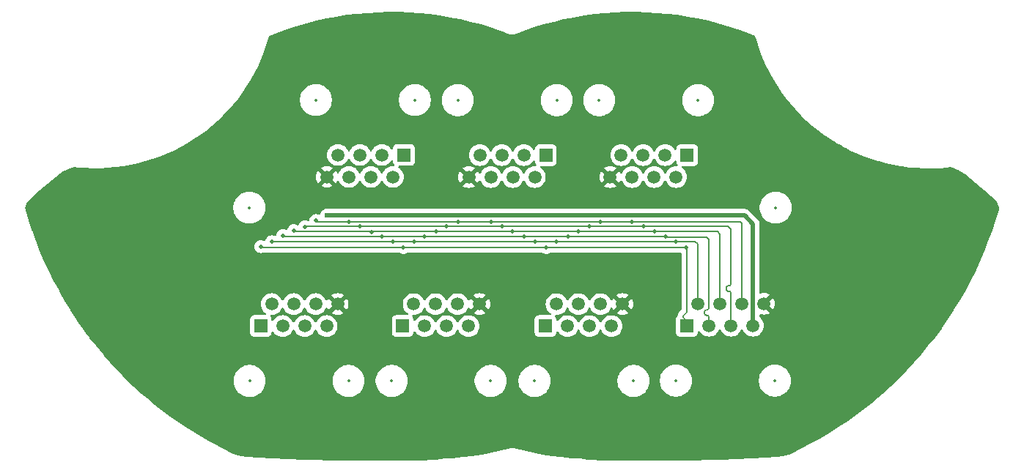
<source format=gtl>
%TF.GenerationSoftware,KiCad,Pcbnew,8.0.1-rc1*%
%TF.CreationDate,2024-12-17T18:21:39-05:00*%
%TF.ProjectId,Projet moustache,50726f6a-6574-4206-9d6f-757374616368,rev?*%
%TF.SameCoordinates,Original*%
%TF.FileFunction,Copper,L1,Top*%
%TF.FilePolarity,Positive*%
%FSLAX46Y46*%
G04 Gerber Fmt 4.6, Leading zero omitted, Abs format (unit mm)*
G04 Created by KiCad (PCBNEW 8.0.1-rc1) date 2024-12-17 18:21:39*
%MOMM*%
%LPD*%
G01*
G04 APERTURE LIST*
%TA.AperFunction,ComponentPad*%
%ADD10R,1.500000X1.500000*%
%TD*%
%TA.AperFunction,ComponentPad*%
%ADD11C,1.500000*%
%TD*%
%TA.AperFunction,ViaPad*%
%ADD12C,0.500000*%
%TD*%
%TA.AperFunction,ViaPad*%
%ADD13C,0.600000*%
%TD*%
%TA.AperFunction,Conductor*%
%ADD14C,0.200000*%
%TD*%
%TA.AperFunction,Conductor*%
%ADD15C,0.500000*%
%TD*%
%ADD16C,0.300000*%
%ADD17C,0.350000*%
G04 APERTURE END LIST*
D10*
%TO.P,BNOF,1*%
%TO.N,/CAN+*%
X149870000Y-48217954D03*
D11*
%TO.P,BNOF,2*%
%TO.N,/CAN-*%
X148600000Y-50757954D03*
%TO.P,BNOF,3*%
%TO.N,/SCL+*%
X147330000Y-48217954D03*
%TO.P,BNOF,4*%
%TO.N,/SCL-*%
X146060000Y-50757954D03*
%TO.P,BNOF,5*%
%TO.N,/SDA+*%
X144790000Y-48217954D03*
%TO.P,BNOF,6*%
%TO.N,/SDA-*%
X143520000Y-50757954D03*
%TO.P,BNOF,7*%
%TO.N,+5V*%
X142250000Y-48217954D03*
%TO.P,BNOF,8*%
%TO.N,GND*%
X140980000Y-50757954D03*
%TD*%
D10*
%TO.P,EXT2,1*%
%TO.N,/CAN+*%
X100610001Y-67983924D03*
D11*
%TO.P,EXT2,2*%
%TO.N,/CAN-*%
X101880001Y-65443924D03*
%TO.P,EXT2,3*%
%TO.N,/SCL+*%
X103150001Y-67983924D03*
%TO.P,EXT2,4*%
%TO.N,/SCL-*%
X104420001Y-65443924D03*
%TO.P,EXT2,5*%
%TO.N,/SDA+*%
X105690001Y-67983924D03*
%TO.P,EXT2,6*%
%TO.N,/SDA-*%
X106960001Y-65443924D03*
%TO.P,EXT2,7*%
%TO.N,+5V*%
X108230001Y-67983924D03*
%TO.P,EXT2,8*%
%TO.N,GND*%
X109500001Y-65443924D03*
%TD*%
D10*
%TO.P,BNOT,1*%
%TO.N,/CAN+*%
X133510001Y-67983924D03*
D11*
%TO.P,BNOT,2*%
%TO.N,/CAN-*%
X134780001Y-65443924D03*
%TO.P,BNOT,3*%
%TO.N,/SCL+*%
X136050001Y-67983924D03*
%TO.P,BNOT,4*%
%TO.N,/SCL-*%
X137320001Y-65443924D03*
%TO.P,BNOT,5*%
%TO.N,/SDA+*%
X138590001Y-67983924D03*
%TO.P,BNOT,6*%
%TO.N,/SDA-*%
X139860001Y-65443924D03*
%TO.P,BNOT,7*%
%TO.N,+5V*%
X141130001Y-67983924D03*
%TO.P,BNOT,8*%
%TO.N,GND*%
X142400001Y-65443924D03*
%TD*%
D10*
%TO.P,MOTH,1*%
%TO.N,/CAN+*%
X117150000Y-48201383D03*
D11*
%TO.P,MOTH,2*%
%TO.N,/CAN-*%
X115880000Y-50741383D03*
%TO.P,MOTH,3*%
%TO.N,/SCL+*%
X114610000Y-48201383D03*
%TO.P,MOTH,4*%
%TO.N,/SCL-*%
X113340000Y-50741383D03*
%TO.P,MOTH,5*%
%TO.N,/SDA+*%
X112070000Y-48201383D03*
%TO.P,MOTH,6*%
%TO.N,/SDA-*%
X110800000Y-50741383D03*
%TO.P,MOTH,7*%
%TO.N,+5V*%
X109530000Y-48201383D03*
%TO.P,MOTH,8*%
%TO.N,GND*%
X108260000Y-50741383D03*
%TD*%
D10*
%TO.P,EXT1,1*%
%TO.N,/CAN+*%
X149840000Y-67950000D03*
D11*
%TO.P,EXT1,2*%
%TO.N,/CAN-*%
X151110000Y-65410000D03*
%TO.P,EXT1,3*%
%TO.N,/SCL+*%
X152380000Y-67950000D03*
%TO.P,EXT1,4*%
%TO.N,/SCL-*%
X153650000Y-65410000D03*
%TO.P,EXT1,5*%
%TO.N,/SDA+*%
X154920000Y-67950000D03*
%TO.P,EXT1,6*%
%TO.N,/SDA-*%
X156190000Y-65410000D03*
%TO.P,EXT1,7*%
%TO.N,+5V*%
X157460000Y-67950000D03*
%TO.P,EXT1,8*%
%TO.N,GND*%
X158730000Y-65410000D03*
%TD*%
D10*
%TO.P,MOTG,1*%
%TO.N,/CAN+*%
X117010001Y-67983924D03*
D11*
%TO.P,MOTG,2*%
%TO.N,/CAN-*%
X118280001Y-65443924D03*
%TO.P,MOTG,3*%
%TO.N,/SCL+*%
X119550001Y-67983924D03*
%TO.P,MOTG,4*%
%TO.N,/SCL-*%
X120820001Y-65443924D03*
%TO.P,MOTG,5*%
%TO.N,/SDA+*%
X122090001Y-67983924D03*
%TO.P,MOTG,6*%
%TO.N,/SDA-*%
X123360001Y-65443924D03*
%TO.P,MOTG,7*%
%TO.N,+5V*%
X124630001Y-67983924D03*
%TO.P,MOTG,8*%
%TO.N,GND*%
X125900001Y-65443924D03*
%TD*%
D10*
%TO.P,INPUT,1*%
%TO.N,/CAN+*%
X133542500Y-48217954D03*
D11*
%TO.P,INPUT,2*%
%TO.N,/CAN-*%
X132272500Y-50757954D03*
%TO.P,INPUT,3*%
%TO.N,/SCL+*%
X131002500Y-48217954D03*
%TO.P,INPUT,4*%
%TO.N,/SCL-*%
X129732500Y-50757954D03*
%TO.P,INPUT,5*%
%TO.N,/SDA+*%
X128462500Y-48217954D03*
%TO.P,INPUT,6*%
%TO.N,/SDA-*%
X127192500Y-50757954D03*
%TO.P,INPUT,7*%
%TO.N,+5V*%
X125922500Y-48217954D03*
%TO.P,INPUT,8*%
%TO.N,GND*%
X124652500Y-50757954D03*
%TD*%
D12*
%TO.N,/CAN+*%
X149785914Y-58900000D03*
X117100000Y-58900000D03*
X100610001Y-58800000D03*
X133600000Y-58900000D03*
%TO.N,/CAN-*%
X115900000Y-58250000D03*
X148600000Y-58250000D03*
X132300000Y-58250000D03*
X118300000Y-58250000D03*
X101900000Y-58256430D03*
X134800000Y-58250000D03*
%TO.N,GND*%
X84720000Y-54860000D03*
X160920000Y-77720000D03*
X160920000Y-80260000D03*
X97420000Y-57400000D03*
X122820000Y-44700000D03*
X94880000Y-54860000D03*
X163460000Y-67560000D03*
X132980000Y-80260000D03*
X107580000Y-70100000D03*
X160920000Y-47240000D03*
X105040000Y-34540000D03*
X163460000Y-47240000D03*
X173620000Y-54860000D03*
X112660000Y-80260000D03*
X130440000Y-62480000D03*
X168540000Y-72640000D03*
X127900000Y-80260000D03*
X173620000Y-52320000D03*
X138060000Y-39620000D03*
X105040000Y-54860000D03*
X89800000Y-52320000D03*
X107580000Y-37080000D03*
X163460000Y-54860000D03*
X110120000Y-80260000D03*
X135520000Y-70100000D03*
X107580000Y-80260000D03*
X115200000Y-77720000D03*
X102500000Y-42160000D03*
X120280000Y-82800000D03*
X160920000Y-67560000D03*
X102500000Y-47240000D03*
X132980000Y-34540000D03*
X110120000Y-82800000D03*
X87260000Y-59940000D03*
X135520000Y-47240000D03*
X148220000Y-65020000D03*
X79640000Y-54860000D03*
X99960000Y-80260000D03*
X97420000Y-59940000D03*
X105040000Y-77720000D03*
X168540000Y-67560000D03*
X115200000Y-65020000D03*
X125360000Y-44700000D03*
X150760000Y-34540000D03*
X97420000Y-77720000D03*
X171080000Y-70100000D03*
X102500000Y-37080000D03*
X135520000Y-34540000D03*
X127900000Y-59940000D03*
X82180000Y-62480000D03*
X148220000Y-62480000D03*
X171080000Y-57400000D03*
X130440000Y-42160000D03*
X163460000Y-59940000D03*
X173620000Y-57400000D03*
X150760000Y-52320000D03*
X168540000Y-49780000D03*
X143140000Y-37080000D03*
X153300000Y-72640000D03*
X178700000Y-54860000D03*
X94880000Y-57400000D03*
X107580000Y-47240000D03*
X102500000Y-49780000D03*
X112660000Y-70100000D03*
X148220000Y-39620000D03*
X155840000Y-80260000D03*
X122820000Y-49780000D03*
X92340000Y-70100000D03*
X74560000Y-54860000D03*
X130440000Y-80260000D03*
X140600000Y-47240000D03*
X117740000Y-77720000D03*
X89800000Y-57400000D03*
X125360000Y-34540000D03*
X158380000Y-44700000D03*
X99960000Y-47240000D03*
X82180000Y-54860000D03*
X102500000Y-54860000D03*
X145680000Y-62480000D03*
X84720000Y-62480000D03*
X138060000Y-82800000D03*
X125360000Y-77720000D03*
X153300000Y-37080000D03*
X178700000Y-62480000D03*
X105040000Y-80260000D03*
X87260000Y-72640000D03*
X160920000Y-44700000D03*
X125360000Y-37080000D03*
X115200000Y-80260000D03*
X171080000Y-67560000D03*
X79640000Y-57400000D03*
X176160000Y-65020000D03*
X171080000Y-59940000D03*
X163460000Y-49780000D03*
X77100000Y-54860000D03*
X138060000Y-44700000D03*
X135520000Y-52320000D03*
X115200000Y-70100000D03*
X145680000Y-82800000D03*
X173620000Y-65020000D03*
X140600000Y-82800000D03*
X102500000Y-70100000D03*
X138060000Y-37080000D03*
X102500000Y-39620000D03*
X107580000Y-75180000D03*
X115200000Y-62480000D03*
X107580000Y-52320000D03*
X153300000Y-80260000D03*
X102500000Y-80260000D03*
X145680000Y-67560000D03*
X125360000Y-70100000D03*
X94880000Y-47240000D03*
X77100000Y-59940000D03*
X89800000Y-70100000D03*
X105040000Y-75180000D03*
X145680000Y-65020000D03*
X99960000Y-44700000D03*
X97420000Y-44700000D03*
X160920000Y-70100000D03*
X105040000Y-52320000D03*
X135520000Y-44700000D03*
X120280000Y-39620000D03*
X102500000Y-82800000D03*
X120280000Y-77720000D03*
X166000000Y-70100000D03*
X127900000Y-37080000D03*
X166000000Y-72640000D03*
X143140000Y-80260000D03*
X122820000Y-37080000D03*
X171080000Y-65020000D03*
X140600000Y-44700000D03*
X158380000Y-49780000D03*
X155840000Y-47240000D03*
X143140000Y-39620000D03*
X99960000Y-42160000D03*
X107580000Y-82800000D03*
X79640000Y-52320000D03*
X97420000Y-70100000D03*
X166000000Y-67560000D03*
X94880000Y-70100000D03*
X94880000Y-72640000D03*
X145680000Y-59940000D03*
X120280000Y-37080000D03*
X79640000Y-65020000D03*
X171080000Y-52320000D03*
X110120000Y-34540000D03*
X160920000Y-62480000D03*
X84720000Y-72640000D03*
X176160000Y-59940000D03*
X140600000Y-52320000D03*
X110120000Y-42160000D03*
X102500000Y-77720000D03*
X112660000Y-39620000D03*
X153300000Y-75180000D03*
X163460000Y-72640000D03*
X102500000Y-75180000D03*
X168540000Y-70100000D03*
X112660000Y-82800000D03*
X127900000Y-34540000D03*
X135520000Y-77720000D03*
X155840000Y-39620000D03*
X117740000Y-37080000D03*
X120280000Y-80260000D03*
X112660000Y-65020000D03*
X148220000Y-77720000D03*
X138060000Y-34540000D03*
X181240000Y-54860000D03*
X112660000Y-67560000D03*
X92340000Y-72640000D03*
X115200000Y-44700000D03*
X183780000Y-57400000D03*
X143140000Y-34540000D03*
X92340000Y-75180000D03*
X97420000Y-62480000D03*
X166000000Y-62480000D03*
X94880000Y-65020000D03*
X140600000Y-37080000D03*
X94880000Y-52320000D03*
X107580000Y-44700000D03*
X120280000Y-49780000D03*
X120280000Y-47240000D03*
X115200000Y-67560000D03*
X89800000Y-54860000D03*
X168540000Y-65020000D03*
X171080000Y-49780000D03*
X115200000Y-59940000D03*
X97420000Y-52320000D03*
X107580000Y-72640000D03*
X130440000Y-77720000D03*
X150760000Y-49780000D03*
X87260000Y-67560000D03*
X120280000Y-70100000D03*
X120280000Y-72640000D03*
X163460000Y-77720000D03*
X140600000Y-34540000D03*
X176160000Y-52320000D03*
X89800000Y-75180000D03*
X143140000Y-77720000D03*
X153300000Y-82800000D03*
X138060000Y-49780000D03*
X84720000Y-59940000D03*
X127900000Y-67560000D03*
X150760000Y-37080000D03*
X173620000Y-62480000D03*
X150760000Y-77720000D03*
X145680000Y-34540000D03*
X99960000Y-57400000D03*
X155840000Y-42160000D03*
X145680000Y-42160000D03*
X120280000Y-75180000D03*
X132980000Y-77720000D03*
X155840000Y-34540000D03*
X153300000Y-44700000D03*
X117740000Y-82800000D03*
X112660000Y-37080000D03*
X166000000Y-47240000D03*
X178700000Y-59940000D03*
X120280000Y-44700000D03*
X110120000Y-77720000D03*
X112660000Y-42160000D03*
X94880000Y-62480000D03*
X145680000Y-37080000D03*
X171080000Y-72640000D03*
X166000000Y-77720000D03*
X183780000Y-54860000D03*
X153300000Y-70100000D03*
X140600000Y-75180000D03*
X89800000Y-62480000D03*
X181240000Y-52320000D03*
X99960000Y-39620000D03*
X178700000Y-52320000D03*
X148220000Y-34540000D03*
X94880000Y-75180000D03*
X132980000Y-39620000D03*
X143140000Y-44700000D03*
X92340000Y-49780000D03*
X84720000Y-57400000D03*
X150760000Y-70100000D03*
X77100000Y-52320000D03*
X143140000Y-59940000D03*
X150760000Y-80260000D03*
X84720000Y-67560000D03*
X92340000Y-54860000D03*
X163460000Y-65020000D03*
X105040000Y-72640000D03*
X140600000Y-80260000D03*
X155840000Y-75180000D03*
X92340000Y-65020000D03*
X166000000Y-49780000D03*
X138060000Y-75180000D03*
X117740000Y-80260000D03*
X173620000Y-70100000D03*
X150760000Y-44700000D03*
X97420000Y-49780000D03*
X171080000Y-75180000D03*
X158380000Y-42160000D03*
X135520000Y-49780000D03*
X143140000Y-42160000D03*
X117740000Y-44700000D03*
X160920000Y-59940000D03*
X168540000Y-54860000D03*
X163460000Y-52320000D03*
X143140000Y-62480000D03*
X181240000Y-57400000D03*
X105040000Y-47240000D03*
X87260000Y-57400000D03*
X97420000Y-65020000D03*
X102500000Y-52320000D03*
X84720000Y-52320000D03*
X140600000Y-77720000D03*
X87260000Y-54860000D03*
X148220000Y-70100000D03*
X105040000Y-82800000D03*
X155840000Y-72640000D03*
X163460000Y-70100000D03*
X110120000Y-70100000D03*
X138060000Y-77720000D03*
X176160000Y-62480000D03*
X143140000Y-70100000D03*
X105040000Y-44700000D03*
X94880000Y-67560000D03*
X163460000Y-75180000D03*
X115200000Y-37080000D03*
X153300000Y-49780000D03*
X145680000Y-70100000D03*
X150760000Y-72640000D03*
X122820000Y-52320000D03*
X92340000Y-59940000D03*
X107580000Y-77720000D03*
X110120000Y-39620000D03*
X105040000Y-70100000D03*
X153300000Y-77720000D03*
X94880000Y-59940000D03*
X87260000Y-70100000D03*
X82180000Y-59940000D03*
X117740000Y-34540000D03*
X181240000Y-62480000D03*
X130440000Y-59940000D03*
X82180000Y-65020000D03*
X155840000Y-77720000D03*
X158380000Y-77720000D03*
X155840000Y-49780000D03*
X130440000Y-39620000D03*
X99960000Y-77720000D03*
X99960000Y-70100000D03*
X92340000Y-67560000D03*
X97420000Y-47240000D03*
X181240000Y-59940000D03*
X178700000Y-65020000D03*
X176160000Y-57400000D03*
X127900000Y-65020000D03*
X97420000Y-67560000D03*
X87260000Y-49780000D03*
X138060000Y-47240000D03*
X168540000Y-75180000D03*
X168540000Y-57400000D03*
X168540000Y-77720000D03*
X122820000Y-72640000D03*
X105040000Y-49780000D03*
X112660000Y-59940000D03*
X115200000Y-34540000D03*
X171080000Y-62480000D03*
X122820000Y-34540000D03*
X158380000Y-80260000D03*
X122820000Y-70100000D03*
X155840000Y-82800000D03*
X130440000Y-65020000D03*
X82180000Y-70100000D03*
X110120000Y-67560000D03*
X160920000Y-49780000D03*
X132980000Y-44700000D03*
X168540000Y-59940000D03*
X178700000Y-57400000D03*
X132980000Y-70100000D03*
X105040000Y-39620000D03*
X138060000Y-80260000D03*
X148220000Y-37080000D03*
X148220000Y-67560000D03*
X92340000Y-77720000D03*
X102500000Y-44700000D03*
X160920000Y-57400000D03*
X148220000Y-80260000D03*
X92340000Y-62480000D03*
X155840000Y-44700000D03*
X138060000Y-70100000D03*
X84720000Y-65020000D03*
X176160000Y-70100000D03*
X148220000Y-82800000D03*
X127900000Y-39620000D03*
X102500000Y-72640000D03*
X125360000Y-80260000D03*
X122820000Y-80260000D03*
X166000000Y-75180000D03*
X94880000Y-77720000D03*
X122820000Y-47240000D03*
X158380000Y-70100000D03*
X107580000Y-34540000D03*
X87260000Y-62480000D03*
X130440000Y-37080000D03*
X132980000Y-37080000D03*
X173620000Y-72640000D03*
X84720000Y-70100000D03*
X112660000Y-44700000D03*
X130440000Y-67560000D03*
X158380000Y-47240000D03*
X87260000Y-75180000D03*
X127900000Y-44700000D03*
X120280000Y-52320000D03*
X173620000Y-67560000D03*
X89800000Y-65020000D03*
X92340000Y-57400000D03*
X150760000Y-82800000D03*
X120280000Y-34540000D03*
X125360000Y-39620000D03*
X127900000Y-77720000D03*
X122820000Y-77720000D03*
X145680000Y-44700000D03*
X115200000Y-82800000D03*
X145680000Y-77720000D03*
X135520000Y-72640000D03*
X163460000Y-80260000D03*
X176160000Y-54860000D03*
X110120000Y-37080000D03*
X173620000Y-59940000D03*
X117740000Y-70100000D03*
X89800000Y-59940000D03*
X148220000Y-59940000D03*
X168540000Y-62480000D03*
X94880000Y-49780000D03*
X87260000Y-65020000D03*
X110120000Y-62480000D03*
X127900000Y-42160000D03*
X89800000Y-72640000D03*
X135520000Y-75180000D03*
X112660000Y-62480000D03*
X140600000Y-72640000D03*
X115200000Y-42160000D03*
X138060000Y-72640000D03*
X112660000Y-34540000D03*
X148220000Y-44700000D03*
X79640000Y-62480000D03*
X166000000Y-65020000D03*
X92340000Y-52320000D03*
X105040000Y-37080000D03*
X115200000Y-39620000D03*
X163460000Y-57400000D03*
X127900000Y-62480000D03*
X166000000Y-54860000D03*
X89800000Y-49780000D03*
X135520000Y-80260000D03*
X160920000Y-42160000D03*
X138060000Y-52320000D03*
X166000000Y-57400000D03*
X99960000Y-49780000D03*
X112660000Y-77720000D03*
X143140000Y-82800000D03*
X153300000Y-52320000D03*
X166000000Y-59940000D03*
X168540000Y-52320000D03*
X110120000Y-44700000D03*
X171080000Y-54860000D03*
X153300000Y-34540000D03*
X110120000Y-59940000D03*
X158380000Y-39620000D03*
X82180000Y-67560000D03*
X140600000Y-70100000D03*
X89800000Y-67560000D03*
X94880000Y-80260000D03*
X130440000Y-44700000D03*
X148220000Y-42160000D03*
X176160000Y-67560000D03*
X79640000Y-59940000D03*
X87260000Y-52320000D03*
X166000000Y-52320000D03*
X77100000Y-57400000D03*
X153300000Y-39620000D03*
X178700000Y-67560000D03*
X155840000Y-70100000D03*
X97420000Y-80260000D03*
X135520000Y-37080000D03*
X143140000Y-67560000D03*
X82180000Y-57400000D03*
X127900000Y-70100000D03*
X82180000Y-52320000D03*
X122820000Y-75180000D03*
X145680000Y-39620000D03*
X130440000Y-70100000D03*
X160920000Y-65020000D03*
X153300000Y-47240000D03*
X155840000Y-37080000D03*
X145680000Y-80260000D03*
X155840000Y-52320000D03*
X163460000Y-62480000D03*
D13*
%TO.N,+5V*%
X108300000Y-55200000D03*
D12*
X141300000Y-55200000D03*
X124600000Y-55200000D03*
%TO.N,/SDA+*%
X128500000Y-56463570D03*
X122100000Y-56463570D03*
X138600000Y-56463570D03*
X112100000Y-56463570D03*
X105700000Y-56500000D03*
X144800000Y-56463570D03*
%TO.N,/SCL+*%
X131000000Y-57650000D03*
X119500000Y-57650000D03*
X136100000Y-57650000D03*
X114600000Y-57650000D03*
X147400000Y-57650000D03*
X103150001Y-57513570D03*
%TO.N,/SDA-*%
X107000000Y-55800000D03*
X123400000Y-55900000D03*
X139860001Y-55913570D03*
X143500000Y-55900000D03*
X127200000Y-55900000D03*
X110800000Y-55913570D03*
%TO.N,/SCL-*%
X113400000Y-57100000D03*
X120900000Y-57063570D03*
X104420001Y-56963570D03*
X137300000Y-57063570D03*
X146100000Y-57063570D03*
X129700000Y-57063570D03*
%TD*%
D14*
%TO.N,/CAN+*%
X100710001Y-58900000D02*
X100610001Y-58800000D01*
X117100000Y-58900000D02*
X100710001Y-58900000D01*
X149785914Y-59085914D02*
X149785914Y-58900000D01*
X149840000Y-67950000D02*
X149840000Y-67384820D01*
X149840000Y-59140000D02*
X149785914Y-59085914D01*
X117100000Y-58900000D02*
X133600000Y-58900000D01*
X149840000Y-66184820D02*
X149840000Y-64258672D01*
X149840000Y-64258672D02*
X149840000Y-59140000D01*
X149840000Y-66358454D02*
X149840000Y-66184820D01*
X149413634Y-66958454D02*
X149413634Y-66784820D01*
X133600000Y-58900000D02*
X149785914Y-58900000D01*
X149413634Y-66784820D02*
G75*
G02*
X149626817Y-66571634I213166J20D01*
G01*
X149840000Y-67384820D02*
G75*
G03*
X149626817Y-67171600I-213200J20D01*
G01*
X149626817Y-66571637D02*
G75*
G03*
X149839937Y-66358454I-17J213137D01*
G01*
X149626817Y-67171637D02*
G75*
G02*
X149413663Y-66958454I-17J213137D01*
G01*
%TO.N,/CAN-*%
X101906430Y-58250000D02*
X101900000Y-58256430D01*
X132300000Y-58250000D02*
X118300000Y-58250000D01*
X151110000Y-58510000D02*
X151110000Y-65410000D01*
X115900000Y-58250000D02*
X101906430Y-58250000D01*
X150800000Y-58200000D02*
X151110000Y-58510000D01*
X101900000Y-58256430D02*
X101956430Y-58200000D01*
X148650000Y-58200000D02*
X148600000Y-58250000D01*
X148600000Y-58250000D02*
X134800000Y-58250000D01*
X150800000Y-58200000D02*
X148650000Y-58200000D01*
X134800000Y-58250000D02*
X132300000Y-58250000D01*
X118300000Y-58250000D02*
X115900000Y-58250000D01*
D15*
%TO.N,+5V*%
X157460000Y-56160000D02*
X157460000Y-67950000D01*
X156500000Y-55200000D02*
X157460000Y-56160000D01*
X108300000Y-55200000D02*
X156500000Y-55200000D01*
D14*
%TO.N,/SDA+*%
X154563570Y-56463570D02*
X154920000Y-56820000D01*
X154920000Y-67950000D02*
X154920000Y-64187712D01*
X122100000Y-56463570D02*
X138600000Y-56463570D01*
X154920000Y-63107712D02*
X154920000Y-62987712D01*
X154680000Y-63947712D02*
X154608461Y-63947712D01*
X154608461Y-63347712D02*
X154680000Y-63347712D01*
X154920000Y-62987712D02*
X154920000Y-61638699D01*
X154920000Y-61638699D02*
X154920000Y-56820000D01*
X112100000Y-56463570D02*
X122100000Y-56463570D01*
X105736430Y-56463570D02*
X112100000Y-56463570D01*
X105700000Y-56500000D02*
X105736430Y-56463570D01*
X154563570Y-56463570D02*
X144800000Y-56463570D01*
X154368461Y-63707712D02*
X154368461Y-63587712D01*
X138600000Y-56463570D02*
X144800000Y-56463570D01*
X154920000Y-64187712D02*
G75*
G03*
X154680000Y-63947700I-240000J12D01*
G01*
X154608461Y-63947712D02*
G75*
G02*
X154368488Y-63707712I39J240012D01*
G01*
X154680000Y-63347712D02*
G75*
G03*
X154920012Y-63107712I0J240012D01*
G01*
X154368461Y-63587712D02*
G75*
G02*
X154608461Y-63347661I240039J12D01*
G01*
%TO.N,/SCL+*%
X136100000Y-57650000D02*
X119500000Y-57650000D01*
X152100000Y-57700000D02*
X147450000Y-57700000D01*
X147450000Y-57700000D02*
X147400000Y-57650000D01*
X152092994Y-66137198D02*
X152140000Y-66137198D01*
X152380000Y-65221746D02*
X152380000Y-57980000D01*
X152380000Y-65777198D02*
X152380000Y-65221746D01*
X151852994Y-66497198D02*
X151852994Y-66377198D01*
X147400000Y-57650000D02*
X136100000Y-57650000D01*
X152380000Y-65897198D02*
X152380000Y-65777198D01*
X114600000Y-57650000D02*
X103286431Y-57650000D01*
X152380000Y-57980000D02*
X152100000Y-57700000D01*
X152380000Y-67950000D02*
X152380000Y-66977198D01*
X119500000Y-57650000D02*
X114600000Y-57650000D01*
X103286431Y-57650000D02*
X103150001Y-57513570D01*
X152140000Y-66737198D02*
X152092994Y-66737198D01*
X152140000Y-66137198D02*
G75*
G03*
X152379998Y-65897198I0J239998D01*
G01*
X152092994Y-66737198D02*
G75*
G02*
X151853002Y-66497198I6J239998D01*
G01*
X152380000Y-66977198D02*
G75*
G03*
X152140000Y-66737200I-240000J-2D01*
G01*
X151852994Y-66377198D02*
G75*
G02*
X152092994Y-66137194I240006J-2D01*
G01*
%TO.N,/SDA-*%
X156000000Y-55900000D02*
X156190000Y-56090000D01*
X156190000Y-56090000D02*
X156190000Y-65410000D01*
X127200000Y-55900000D02*
X123400000Y-55900000D01*
X143500000Y-55900000D02*
X156000000Y-55900000D01*
X107100000Y-55900000D02*
X107000000Y-55800000D01*
X123400000Y-55900000D02*
X107100000Y-55900000D01*
X143500000Y-55900000D02*
X127200000Y-55900000D01*
%TO.N,/SCL-*%
X153363570Y-57063570D02*
X153650000Y-57350000D01*
X146100000Y-57063570D02*
X153363570Y-57063570D01*
X104520001Y-57063570D02*
X104420001Y-56963570D01*
X153650000Y-57350000D02*
X153650000Y-65410000D01*
X129700000Y-57063570D02*
X120900000Y-57063570D01*
X146100000Y-57063570D02*
X137300000Y-57063570D01*
X120900000Y-57063570D02*
X113400000Y-57063570D01*
X137300000Y-57063570D02*
X129700000Y-57063570D01*
X113400000Y-57063570D02*
X104520001Y-57063570D01*
%TD*%
%TA.AperFunction,Conductor*%
%TO.N,GND*%
G36*
X143958606Y-31670424D02*
G01*
X145152275Y-31701439D01*
X145156114Y-31701600D01*
X146348148Y-31770655D01*
X146352040Y-31770943D01*
X147541295Y-31877971D01*
X147545150Y-31878380D01*
X148730396Y-32023271D01*
X148734254Y-32023805D01*
X149914210Y-32206401D01*
X149918035Y-32207055D01*
X151091630Y-32427190D01*
X151095462Y-32427972D01*
X152261428Y-32685410D01*
X152265199Y-32686307D01*
X153237669Y-32933785D01*
X153422322Y-32980777D01*
X153426138Y-32981813D01*
X153838075Y-33100751D01*
X154573295Y-33313030D01*
X154577055Y-33314181D01*
X155713039Y-33681794D01*
X155716742Y-33683058D01*
X156840461Y-34086715D01*
X156844135Y-34088101D01*
X157668188Y-34414135D01*
X157723283Y-34457101D01*
X157742625Y-34498415D01*
X157773244Y-34616912D01*
X158029302Y-35458741D01*
X158320797Y-36288973D01*
X158485116Y-36700334D01*
X158647210Y-37106125D01*
X159007945Y-37908707D01*
X159202416Y-38296541D01*
X159402364Y-38695300D01*
X159829730Y-39464432D01*
X159829739Y-39464448D01*
X160226290Y-40111901D01*
X160289322Y-40214814D01*
X160780291Y-40945049D01*
X161301735Y-41653799D01*
X161751014Y-42213172D01*
X161852753Y-42339842D01*
X162341577Y-42898243D01*
X162432341Y-43001925D01*
X163039445Y-43638847D01*
X163673011Y-44249499D01*
X164331846Y-44832733D01*
X164643974Y-45086291D01*
X165014824Y-45387553D01*
X165720686Y-45912934D01*
X165885833Y-46025305D01*
X166448178Y-46407943D01*
X167095498Y-46809369D01*
X167195977Y-46871680D01*
X167590617Y-47093835D01*
X167962761Y-47303327D01*
X168192415Y-47420081D01*
X168747133Y-47702095D01*
X169547700Y-48067278D01*
X170363020Y-48398217D01*
X170640453Y-48497357D01*
X171191624Y-48694317D01*
X171582537Y-48815595D01*
X172032036Y-48955049D01*
X172882735Y-49179941D01*
X173742199Y-49368592D01*
X174574032Y-49514547D01*
X174608889Y-49520663D01*
X175113924Y-49587365D01*
X175481231Y-49635878D01*
X176357678Y-49714034D01*
X177236648Y-49754988D01*
X178116565Y-49758668D01*
X178995847Y-49725067D01*
X179872917Y-49654245D01*
X180182066Y-49616029D01*
X180232175Y-49620104D01*
X180526543Y-49706445D01*
X180534952Y-49709242D01*
X180923214Y-49854117D01*
X180931413Y-49857517D01*
X181135971Y-49951077D01*
X181308238Y-50029868D01*
X181316198Y-50033860D01*
X181379270Y-50068382D01*
X181667680Y-50226241D01*
X181679686Y-50232812D01*
X181687334Y-50237363D01*
X182018386Y-50450789D01*
X182031254Y-50460317D01*
X183777534Y-51937059D01*
X184639804Y-52666238D01*
X184642556Y-52668635D01*
X184970871Y-52963277D01*
X184976363Y-52968856D01*
X185026711Y-53013394D01*
X185027373Y-53013984D01*
X185077404Y-53058884D01*
X185083566Y-53063689D01*
X185220109Y-53184477D01*
X185266976Y-53225937D01*
X185275114Y-53233827D01*
X185536099Y-53511124D01*
X185550108Y-53529055D01*
X185753468Y-53845393D01*
X185765137Y-53868564D01*
X185856650Y-54110419D01*
X185863558Y-54137696D01*
X185892983Y-54355443D01*
X185893088Y-54387855D01*
X185869524Y-54571205D01*
X185865262Y-54591178D01*
X185510858Y-55767189D01*
X185509790Y-55770557D01*
X185108458Y-56976773D01*
X185107295Y-56980109D01*
X184671765Y-58174394D01*
X184670508Y-58177696D01*
X184201112Y-59359135D01*
X184199761Y-59362399D01*
X183696906Y-60529967D01*
X183695462Y-60533192D01*
X183159550Y-61685954D01*
X183158015Y-61689136D01*
X182589480Y-62826162D01*
X182587855Y-62829299D01*
X181987173Y-63949640D01*
X181985460Y-63952730D01*
X181353069Y-65055563D01*
X181351268Y-65058602D01*
X180687737Y-66142936D01*
X180685850Y-66145924D01*
X179991699Y-67210909D01*
X179989728Y-67213840D01*
X179265513Y-68258627D01*
X179263459Y-68261502D01*
X178509771Y-69285235D01*
X178507636Y-69288050D01*
X177725096Y-70289885D01*
X177722882Y-70292638D01*
X176912108Y-71271786D01*
X176909816Y-71274475D01*
X176071466Y-72230137D01*
X176069098Y-72232759D01*
X175203899Y-73164111D01*
X175201458Y-73166665D01*
X174310062Y-74073005D01*
X174307549Y-74075489D01*
X173390656Y-74956103D01*
X173388073Y-74958513D01*
X172446537Y-75812582D01*
X172443887Y-75814919D01*
X171478319Y-76641888D01*
X171475603Y-76644147D01*
X170486940Y-77443212D01*
X170484161Y-77445394D01*
X169473083Y-78216011D01*
X169470243Y-78218112D01*
X168437654Y-78959585D01*
X168434755Y-78961605D01*
X167381440Y-79673376D01*
X167378485Y-79675312D01*
X166305326Y-80356781D01*
X166302317Y-80358632D01*
X165210187Y-81009247D01*
X165207126Y-81011012D01*
X164096897Y-81630253D01*
X164093787Y-81631930D01*
X162966355Y-82219296D01*
X162963199Y-82220883D01*
X161853151Y-82759556D01*
X161836249Y-82766276D01*
X161816890Y-82772370D01*
X161816884Y-82772372D01*
X161816882Y-82772373D01*
X161816878Y-82772375D01*
X161795371Y-82786060D01*
X161781349Y-82793759D01*
X161758246Y-82804566D01*
X161758244Y-82804568D01*
X161739541Y-82820299D01*
X161726295Y-82830018D01*
X161714331Y-82837631D01*
X161687773Y-82850382D01*
X161560439Y-82893792D01*
X161551629Y-82896435D01*
X161356505Y-82947167D01*
X161343475Y-82949818D01*
X160321254Y-83101258D01*
X160311441Y-83102315D01*
X157386323Y-83299958D01*
X157382330Y-83300163D01*
X153704905Y-83429720D01*
X153703927Y-83429751D01*
X149322401Y-83549519D01*
X149319967Y-83549561D01*
X145431922Y-83579470D01*
X145429639Y-83579467D01*
X142636185Y-83549537D01*
X142636185Y-83549535D01*
X142635957Y-83549534D01*
X140260011Y-83519711D01*
X140254559Y-83519523D01*
X138691496Y-83431046D01*
X138686256Y-83430638D01*
X137730032Y-83335726D01*
X137708710Y-83331284D01*
X137705036Y-83330611D01*
X137654471Y-83328077D01*
X137648433Y-83327627D01*
X137598045Y-83322626D01*
X137598043Y-83322626D01*
X137598042Y-83322626D01*
X137589925Y-83322886D01*
X137589910Y-83322423D01*
X137575128Y-83323146D01*
X136512157Y-83254054D01*
X136508493Y-83253761D01*
X135385937Y-83147305D01*
X135382283Y-83146904D01*
X134263360Y-83007221D01*
X134259721Y-83006712D01*
X133145415Y-82833927D01*
X133141791Y-82833310D01*
X132033118Y-82627576D01*
X132029515Y-82626852D01*
X130927394Y-82388344D01*
X130923813Y-82387513D01*
X129828869Y-82116349D01*
X129826587Y-82115761D01*
X129765853Y-82099489D01*
X129765264Y-82099414D01*
X129764786Y-82099352D01*
X129763827Y-82099225D01*
X129699218Y-82099497D01*
X129698699Y-82099498D01*
X129611344Y-82099499D01*
X129610823Y-82099498D01*
X129546172Y-82099226D01*
X129545564Y-82099307D01*
X129544954Y-82099386D01*
X129544147Y-82099488D01*
X129483447Y-82115752D01*
X129481163Y-82116341D01*
X128386153Y-82387522D01*
X128382627Y-82388340D01*
X127280497Y-82626852D01*
X127276913Y-82627573D01*
X126168207Y-82833312D01*
X126164584Y-82833929D01*
X125050275Y-83006717D01*
X125046634Y-83007226D01*
X123927718Y-83146907D01*
X123924065Y-83147308D01*
X122801506Y-83253765D01*
X122797842Y-83254058D01*
X121734883Y-83323149D01*
X121720089Y-83322425D01*
X121720075Y-83322887D01*
X121711957Y-83322627D01*
X121711956Y-83322627D01*
X121711953Y-83322627D01*
X121661564Y-83327628D01*
X121655527Y-83328078D01*
X121604958Y-83330613D01*
X121601348Y-83331273D01*
X121579968Y-83335727D01*
X120623743Y-83430638D01*
X120618503Y-83431046D01*
X119055438Y-83519523D01*
X119049986Y-83519711D01*
X116674035Y-83549534D01*
X116673808Y-83549537D01*
X113880360Y-83579467D01*
X113878077Y-83579470D01*
X109990033Y-83549561D01*
X109987599Y-83549519D01*
X105606068Y-83429750D01*
X105605090Y-83429719D01*
X101927668Y-83300163D01*
X101923675Y-83299958D01*
X98998559Y-83102315D01*
X98988746Y-83101258D01*
X97966516Y-82949817D01*
X97953485Y-82947166D01*
X97758371Y-82896436D01*
X97749562Y-82893793D01*
X97622226Y-82850382D01*
X97595663Y-82837628D01*
X97583694Y-82830011D01*
X97570449Y-82820291D01*
X97551761Y-82804571D01*
X97551759Y-82804570D01*
X97551755Y-82804568D01*
X97528649Y-82793759D01*
X97514639Y-82786066D01*
X97493119Y-82772372D01*
X97473752Y-82766276D01*
X97456848Y-82759556D01*
X96346801Y-82220882D01*
X96343645Y-82219295D01*
X95216212Y-81631929D01*
X95213102Y-81630252D01*
X95072405Y-81551777D01*
X94921477Y-81467595D01*
X94102874Y-81011011D01*
X94099813Y-81009246D01*
X93007682Y-80358631D01*
X93004673Y-80356780D01*
X91931515Y-79675311D01*
X91928560Y-79673375D01*
X90875244Y-78961604D01*
X90872345Y-78959584D01*
X90173394Y-78457687D01*
X89839744Y-78218102D01*
X89836928Y-78216019D01*
X88825838Y-77445393D01*
X88823059Y-77443211D01*
X87834396Y-76644145D01*
X87831680Y-76641886D01*
X87187270Y-76089976D01*
X86866098Y-75814906D01*
X86863462Y-75812581D01*
X86770428Y-75728190D01*
X85921915Y-74958502D01*
X85919343Y-74956102D01*
X85856873Y-74896104D01*
X85397818Y-74455212D01*
X97489501Y-74455212D01*
X97521162Y-74695709D01*
X97583948Y-74930028D01*
X97662722Y-75120205D01*
X97676777Y-75154136D01*
X97798065Y-75364213D01*
X97798067Y-75364216D01*
X97798068Y-75364217D01*
X97945734Y-75556660D01*
X97945740Y-75556667D01*
X98117257Y-75728184D01*
X98117263Y-75728189D01*
X98309712Y-75875860D01*
X98519789Y-75997148D01*
X98743901Y-76089978D01*
X98978212Y-76152762D01*
X99158587Y-76176508D01*
X99218712Y-76184424D01*
X99218713Y-76184424D01*
X99461290Y-76184424D01*
X99509389Y-76178091D01*
X99701790Y-76152762D01*
X99936101Y-76089978D01*
X100160213Y-75997148D01*
X100370290Y-75875860D01*
X100562739Y-75728189D01*
X100734266Y-75556662D01*
X100881937Y-75364213D01*
X101003225Y-75154136D01*
X101096055Y-74930024D01*
X101158839Y-74695713D01*
X101190501Y-74455212D01*
X108919501Y-74455212D01*
X108951162Y-74695709D01*
X109013948Y-74930028D01*
X109092722Y-75120205D01*
X109106777Y-75154136D01*
X109228065Y-75364213D01*
X109228067Y-75364216D01*
X109228068Y-75364217D01*
X109375734Y-75556660D01*
X109375740Y-75556667D01*
X109547257Y-75728184D01*
X109547263Y-75728189D01*
X109739712Y-75875860D01*
X109949789Y-75997148D01*
X110173901Y-76089978D01*
X110408212Y-76152762D01*
X110588587Y-76176508D01*
X110648712Y-76184424D01*
X110648713Y-76184424D01*
X110891290Y-76184424D01*
X110939389Y-76178091D01*
X111131790Y-76152762D01*
X111366101Y-76089978D01*
X111590213Y-75997148D01*
X111800290Y-75875860D01*
X111992739Y-75728189D01*
X112164266Y-75556662D01*
X112311937Y-75364213D01*
X112433225Y-75154136D01*
X112526055Y-74930024D01*
X112588839Y-74695713D01*
X112620501Y-74455212D01*
X113889501Y-74455212D01*
X113921162Y-74695709D01*
X113983948Y-74930028D01*
X114062722Y-75120205D01*
X114076777Y-75154136D01*
X114198065Y-75364213D01*
X114198067Y-75364216D01*
X114198068Y-75364217D01*
X114345734Y-75556660D01*
X114345740Y-75556667D01*
X114517257Y-75728184D01*
X114517263Y-75728189D01*
X114709712Y-75875860D01*
X114919789Y-75997148D01*
X115143901Y-76089978D01*
X115378212Y-76152762D01*
X115558587Y-76176508D01*
X115618712Y-76184424D01*
X115618713Y-76184424D01*
X115861290Y-76184424D01*
X115909389Y-76178091D01*
X116101790Y-76152762D01*
X116336101Y-76089978D01*
X116560213Y-75997148D01*
X116770290Y-75875860D01*
X116962739Y-75728189D01*
X117134266Y-75556662D01*
X117281937Y-75364213D01*
X117403225Y-75154136D01*
X117496055Y-74930024D01*
X117558839Y-74695713D01*
X117590501Y-74455212D01*
X125319501Y-74455212D01*
X125351162Y-74695709D01*
X125413948Y-74930028D01*
X125492722Y-75120205D01*
X125506777Y-75154136D01*
X125628065Y-75364213D01*
X125628067Y-75364216D01*
X125628068Y-75364217D01*
X125775734Y-75556660D01*
X125775740Y-75556667D01*
X125947257Y-75728184D01*
X125947263Y-75728189D01*
X126139712Y-75875860D01*
X126349789Y-75997148D01*
X126573901Y-76089978D01*
X126808212Y-76152762D01*
X126988587Y-76176508D01*
X127048712Y-76184424D01*
X127048713Y-76184424D01*
X127291290Y-76184424D01*
X127339389Y-76178091D01*
X127531790Y-76152762D01*
X127766101Y-76089978D01*
X127990213Y-75997148D01*
X128200290Y-75875860D01*
X128392739Y-75728189D01*
X128564266Y-75556662D01*
X128711937Y-75364213D01*
X128833225Y-75154136D01*
X128926055Y-74930024D01*
X128988839Y-74695713D01*
X129020501Y-74455212D01*
X130389501Y-74455212D01*
X130421162Y-74695709D01*
X130483948Y-74930028D01*
X130562722Y-75120205D01*
X130576777Y-75154136D01*
X130698065Y-75364213D01*
X130698067Y-75364216D01*
X130698068Y-75364217D01*
X130845734Y-75556660D01*
X130845740Y-75556667D01*
X131017257Y-75728184D01*
X131017263Y-75728189D01*
X131209712Y-75875860D01*
X131419789Y-75997148D01*
X131643901Y-76089978D01*
X131878212Y-76152762D01*
X132058587Y-76176508D01*
X132118712Y-76184424D01*
X132118713Y-76184424D01*
X132361290Y-76184424D01*
X132409389Y-76178091D01*
X132601790Y-76152762D01*
X132836101Y-76089978D01*
X133060213Y-75997148D01*
X133270290Y-75875860D01*
X133462739Y-75728189D01*
X133634266Y-75556662D01*
X133781937Y-75364213D01*
X133903225Y-75154136D01*
X133996055Y-74930024D01*
X134058839Y-74695713D01*
X134090501Y-74455212D01*
X141819501Y-74455212D01*
X141851162Y-74695709D01*
X141913948Y-74930028D01*
X141992722Y-75120205D01*
X142006777Y-75154136D01*
X142128065Y-75364213D01*
X142128067Y-75364216D01*
X142128068Y-75364217D01*
X142275734Y-75556660D01*
X142275740Y-75556667D01*
X142447257Y-75728184D01*
X142447263Y-75728189D01*
X142639712Y-75875860D01*
X142849789Y-75997148D01*
X143073901Y-76089978D01*
X143308212Y-76152762D01*
X143488587Y-76176508D01*
X143548712Y-76184424D01*
X143548713Y-76184424D01*
X143791290Y-76184424D01*
X143839389Y-76178091D01*
X144031790Y-76152762D01*
X144266101Y-76089978D01*
X144490213Y-75997148D01*
X144700290Y-75875860D01*
X144892739Y-75728189D01*
X145064266Y-75556662D01*
X145211937Y-75364213D01*
X145333225Y-75154136D01*
X145426055Y-74930024D01*
X145488839Y-74695713D01*
X145520501Y-74455212D01*
X145520501Y-74421288D01*
X146719500Y-74421288D01*
X146751161Y-74661785D01*
X146813947Y-74896104D01*
X146839798Y-74958513D01*
X146906776Y-75120212D01*
X147028064Y-75330289D01*
X147028066Y-75330292D01*
X147028067Y-75330293D01*
X147175733Y-75522736D01*
X147175739Y-75522743D01*
X147347256Y-75694260D01*
X147347262Y-75694265D01*
X147539711Y-75841936D01*
X147749788Y-75963224D01*
X147973900Y-76056054D01*
X148208211Y-76118838D01*
X148388586Y-76142584D01*
X148448711Y-76150500D01*
X148448712Y-76150500D01*
X148691289Y-76150500D01*
X148739388Y-76144167D01*
X148931789Y-76118838D01*
X149166100Y-76056054D01*
X149390212Y-75963224D01*
X149600289Y-75841936D01*
X149792738Y-75694265D01*
X149964265Y-75522738D01*
X150111936Y-75330289D01*
X150233224Y-75120212D01*
X150326054Y-74896100D01*
X150388838Y-74661789D01*
X150420500Y-74421288D01*
X158149500Y-74421288D01*
X158181161Y-74661785D01*
X158243947Y-74896104D01*
X158269798Y-74958513D01*
X158336776Y-75120212D01*
X158458064Y-75330289D01*
X158458066Y-75330292D01*
X158458067Y-75330293D01*
X158605733Y-75522736D01*
X158605739Y-75522743D01*
X158777256Y-75694260D01*
X158777262Y-75694265D01*
X158969711Y-75841936D01*
X159179788Y-75963224D01*
X159403900Y-76056054D01*
X159638211Y-76118838D01*
X159818586Y-76142584D01*
X159878711Y-76150500D01*
X159878712Y-76150500D01*
X160121289Y-76150500D01*
X160169388Y-76144167D01*
X160361789Y-76118838D01*
X160596100Y-76056054D01*
X160820212Y-75963224D01*
X161030289Y-75841936D01*
X161222738Y-75694265D01*
X161394265Y-75522738D01*
X161541936Y-75330289D01*
X161663224Y-75120212D01*
X161756054Y-74896100D01*
X161818838Y-74661789D01*
X161850500Y-74421288D01*
X161850500Y-74178712D01*
X161818838Y-73938211D01*
X161756054Y-73703900D01*
X161663224Y-73479788D01*
X161541936Y-73269711D01*
X161394265Y-73077262D01*
X161394260Y-73077256D01*
X161222743Y-72905739D01*
X161222736Y-72905733D01*
X161030293Y-72758067D01*
X161030292Y-72758066D01*
X161030289Y-72758064D01*
X160820212Y-72636776D01*
X160820205Y-72636773D01*
X160596104Y-72543947D01*
X160361785Y-72481161D01*
X160121289Y-72449500D01*
X160121288Y-72449500D01*
X159878712Y-72449500D01*
X159878711Y-72449500D01*
X159638214Y-72481161D01*
X159403895Y-72543947D01*
X159179794Y-72636773D01*
X159179785Y-72636777D01*
X158969706Y-72758067D01*
X158777263Y-72905733D01*
X158777256Y-72905739D01*
X158605739Y-73077256D01*
X158605733Y-73077263D01*
X158458067Y-73269706D01*
X158336777Y-73479785D01*
X158336773Y-73479794D01*
X158243947Y-73703895D01*
X158181161Y-73938214D01*
X158149500Y-74178711D01*
X158149500Y-74421288D01*
X150420500Y-74421288D01*
X150420500Y-74178712D01*
X150388838Y-73938211D01*
X150326054Y-73703900D01*
X150233224Y-73479788D01*
X150111936Y-73269711D01*
X149964265Y-73077262D01*
X149964260Y-73077256D01*
X149792743Y-72905739D01*
X149792736Y-72905733D01*
X149600293Y-72758067D01*
X149600292Y-72758066D01*
X149600289Y-72758064D01*
X149390212Y-72636776D01*
X149390205Y-72636773D01*
X149166104Y-72543947D01*
X148931785Y-72481161D01*
X148691289Y-72449500D01*
X148691288Y-72449500D01*
X148448712Y-72449500D01*
X148448711Y-72449500D01*
X148208214Y-72481161D01*
X147973895Y-72543947D01*
X147749794Y-72636773D01*
X147749785Y-72636777D01*
X147539706Y-72758067D01*
X147347263Y-72905733D01*
X147347256Y-72905739D01*
X147175739Y-73077256D01*
X147175733Y-73077263D01*
X147028067Y-73269706D01*
X146906777Y-73479785D01*
X146906773Y-73479794D01*
X146813947Y-73703895D01*
X146751161Y-73938214D01*
X146719500Y-74178711D01*
X146719500Y-74421288D01*
X145520501Y-74421288D01*
X145520501Y-74212636D01*
X145488839Y-73972135D01*
X145426055Y-73737824D01*
X145333225Y-73513712D01*
X145211937Y-73303635D01*
X145151019Y-73224245D01*
X145064267Y-73111187D01*
X145064261Y-73111180D01*
X144892744Y-72939663D01*
X144892737Y-72939657D01*
X144700294Y-72791991D01*
X144700293Y-72791990D01*
X144700290Y-72791988D01*
X144490213Y-72670700D01*
X144490206Y-72670697D01*
X144266105Y-72577871D01*
X144031786Y-72515085D01*
X143791290Y-72483424D01*
X143791289Y-72483424D01*
X143548713Y-72483424D01*
X143548712Y-72483424D01*
X143308215Y-72515085D01*
X143073896Y-72577871D01*
X142849795Y-72670697D01*
X142849786Y-72670701D01*
X142639707Y-72791991D01*
X142447264Y-72939657D01*
X142447257Y-72939663D01*
X142275740Y-73111180D01*
X142275734Y-73111187D01*
X142128068Y-73303630D01*
X142006778Y-73513709D01*
X142006774Y-73513718D01*
X141913948Y-73737819D01*
X141851162Y-73972138D01*
X141819501Y-74212635D01*
X141819501Y-74455212D01*
X134090501Y-74455212D01*
X134090501Y-74212636D01*
X134058839Y-73972135D01*
X133996055Y-73737824D01*
X133903225Y-73513712D01*
X133781937Y-73303635D01*
X133721019Y-73224245D01*
X133634267Y-73111187D01*
X133634261Y-73111180D01*
X133462744Y-72939663D01*
X133462737Y-72939657D01*
X133270294Y-72791991D01*
X133270293Y-72791990D01*
X133270290Y-72791988D01*
X133060213Y-72670700D01*
X133060206Y-72670697D01*
X132836105Y-72577871D01*
X132601786Y-72515085D01*
X132361290Y-72483424D01*
X132361289Y-72483424D01*
X132118713Y-72483424D01*
X132118712Y-72483424D01*
X131878215Y-72515085D01*
X131643896Y-72577871D01*
X131419795Y-72670697D01*
X131419786Y-72670701D01*
X131209707Y-72791991D01*
X131017264Y-72939657D01*
X131017257Y-72939663D01*
X130845740Y-73111180D01*
X130845734Y-73111187D01*
X130698068Y-73303630D01*
X130576778Y-73513709D01*
X130576774Y-73513718D01*
X130483948Y-73737819D01*
X130421162Y-73972138D01*
X130389501Y-74212635D01*
X130389501Y-74455212D01*
X129020501Y-74455212D01*
X129020501Y-74212636D01*
X128988839Y-73972135D01*
X128926055Y-73737824D01*
X128833225Y-73513712D01*
X128711937Y-73303635D01*
X128651019Y-73224245D01*
X128564267Y-73111187D01*
X128564261Y-73111180D01*
X128392744Y-72939663D01*
X128392737Y-72939657D01*
X128200294Y-72791991D01*
X128200293Y-72791990D01*
X128200290Y-72791988D01*
X127990213Y-72670700D01*
X127990206Y-72670697D01*
X127766105Y-72577871D01*
X127531786Y-72515085D01*
X127291290Y-72483424D01*
X127291289Y-72483424D01*
X127048713Y-72483424D01*
X127048712Y-72483424D01*
X126808215Y-72515085D01*
X126573896Y-72577871D01*
X126349795Y-72670697D01*
X126349786Y-72670701D01*
X126139707Y-72791991D01*
X125947264Y-72939657D01*
X125947257Y-72939663D01*
X125775740Y-73111180D01*
X125775734Y-73111187D01*
X125628068Y-73303630D01*
X125506778Y-73513709D01*
X125506774Y-73513718D01*
X125413948Y-73737819D01*
X125351162Y-73972138D01*
X125319501Y-74212635D01*
X125319501Y-74455212D01*
X117590501Y-74455212D01*
X117590501Y-74212636D01*
X117558839Y-73972135D01*
X117496055Y-73737824D01*
X117403225Y-73513712D01*
X117281937Y-73303635D01*
X117221019Y-73224245D01*
X117134267Y-73111187D01*
X117134261Y-73111180D01*
X116962744Y-72939663D01*
X116962737Y-72939657D01*
X116770294Y-72791991D01*
X116770293Y-72791990D01*
X116770290Y-72791988D01*
X116560213Y-72670700D01*
X116560206Y-72670697D01*
X116336105Y-72577871D01*
X116101786Y-72515085D01*
X115861290Y-72483424D01*
X115861289Y-72483424D01*
X115618713Y-72483424D01*
X115618712Y-72483424D01*
X115378215Y-72515085D01*
X115143896Y-72577871D01*
X114919795Y-72670697D01*
X114919786Y-72670701D01*
X114709707Y-72791991D01*
X114517264Y-72939657D01*
X114517257Y-72939663D01*
X114345740Y-73111180D01*
X114345734Y-73111187D01*
X114198068Y-73303630D01*
X114076778Y-73513709D01*
X114076774Y-73513718D01*
X113983948Y-73737819D01*
X113921162Y-73972138D01*
X113889501Y-74212635D01*
X113889501Y-74455212D01*
X112620501Y-74455212D01*
X112620501Y-74212636D01*
X112588839Y-73972135D01*
X112526055Y-73737824D01*
X112433225Y-73513712D01*
X112311937Y-73303635D01*
X112251019Y-73224245D01*
X112164267Y-73111187D01*
X112164261Y-73111180D01*
X111992744Y-72939663D01*
X111992737Y-72939657D01*
X111800294Y-72791991D01*
X111800293Y-72791990D01*
X111800290Y-72791988D01*
X111590213Y-72670700D01*
X111590206Y-72670697D01*
X111366105Y-72577871D01*
X111131786Y-72515085D01*
X110891290Y-72483424D01*
X110891289Y-72483424D01*
X110648713Y-72483424D01*
X110648712Y-72483424D01*
X110408215Y-72515085D01*
X110173896Y-72577871D01*
X109949795Y-72670697D01*
X109949786Y-72670701D01*
X109739707Y-72791991D01*
X109547264Y-72939657D01*
X109547257Y-72939663D01*
X109375740Y-73111180D01*
X109375734Y-73111187D01*
X109228068Y-73303630D01*
X109106778Y-73513709D01*
X109106774Y-73513718D01*
X109013948Y-73737819D01*
X108951162Y-73972138D01*
X108919501Y-74212635D01*
X108919501Y-74455212D01*
X101190501Y-74455212D01*
X101190501Y-74212636D01*
X101158839Y-73972135D01*
X101096055Y-73737824D01*
X101003225Y-73513712D01*
X100881937Y-73303635D01*
X100821019Y-73224245D01*
X100734267Y-73111187D01*
X100734261Y-73111180D01*
X100562744Y-72939663D01*
X100562737Y-72939657D01*
X100370294Y-72791991D01*
X100370293Y-72791990D01*
X100370290Y-72791988D01*
X100160213Y-72670700D01*
X100160206Y-72670697D01*
X99936105Y-72577871D01*
X99701786Y-72515085D01*
X99461290Y-72483424D01*
X99461289Y-72483424D01*
X99218713Y-72483424D01*
X99218712Y-72483424D01*
X98978215Y-72515085D01*
X98743896Y-72577871D01*
X98519795Y-72670697D01*
X98519786Y-72670701D01*
X98309707Y-72791991D01*
X98117264Y-72939657D01*
X98117257Y-72939663D01*
X97945740Y-73111180D01*
X97945734Y-73111187D01*
X97798068Y-73303630D01*
X97676778Y-73513709D01*
X97676774Y-73513718D01*
X97583948Y-73737819D01*
X97521162Y-73972138D01*
X97489501Y-74212635D01*
X97489501Y-74455212D01*
X85397818Y-74455212D01*
X85002451Y-74075488D01*
X84999938Y-74073004D01*
X84670279Y-73737819D01*
X84108529Y-73166652D01*
X84106100Y-73164110D01*
X83760409Y-72791988D01*
X83240901Y-72232758D01*
X83238533Y-72230136D01*
X82533521Y-71426470D01*
X82400153Y-71274439D01*
X82397921Y-71271820D01*
X81587118Y-70292637D01*
X81584904Y-70289884D01*
X80868147Y-69372267D01*
X80802360Y-69288044D01*
X80800228Y-69285233D01*
X80429588Y-68781794D01*
X99359501Y-68781794D01*
X99359502Y-68781800D01*
X99365909Y-68841407D01*
X99416203Y-68976252D01*
X99416207Y-68976259D01*
X99502453Y-69091468D01*
X99502456Y-69091471D01*
X99617665Y-69177717D01*
X99617672Y-69177721D01*
X99752518Y-69228015D01*
X99752517Y-69228015D01*
X99759445Y-69228759D01*
X99812128Y-69234424D01*
X101407873Y-69234423D01*
X101467484Y-69228015D01*
X101602332Y-69177720D01*
X101717547Y-69091470D01*
X101803797Y-68976255D01*
X101854092Y-68841407D01*
X101860501Y-68781797D01*
X101860500Y-68715784D01*
X101880184Y-68648748D01*
X101932987Y-68602992D01*
X102002145Y-68593048D01*
X102065701Y-68622072D01*
X102086074Y-68644662D01*
X102158351Y-68747883D01*
X102188403Y-68790801D01*
X102343124Y-68945522D01*
X102522362Y-69071026D01*
X102720671Y-69163499D01*
X102932024Y-69220131D01*
X103114927Y-69236132D01*
X103149999Y-69239201D01*
X103150001Y-69239201D01*
X103150003Y-69239201D01*
X103178255Y-69236729D01*
X103367978Y-69220131D01*
X103579331Y-69163499D01*
X103777640Y-69071026D01*
X103956878Y-68945522D01*
X104111599Y-68790801D01*
X104237103Y-68611563D01*
X104307619Y-68460338D01*
X104353791Y-68407901D01*
X104420985Y-68388749D01*
X104487866Y-68408965D01*
X104532382Y-68460338D01*
X104602899Y-68611563D01*
X104728403Y-68790801D01*
X104883124Y-68945522D01*
X105062362Y-69071026D01*
X105260671Y-69163499D01*
X105472024Y-69220131D01*
X105654927Y-69236132D01*
X105689999Y-69239201D01*
X105690001Y-69239201D01*
X105690003Y-69239201D01*
X105718255Y-69236729D01*
X105907978Y-69220131D01*
X106119331Y-69163499D01*
X106317640Y-69071026D01*
X106496878Y-68945522D01*
X106651599Y-68790801D01*
X106777103Y-68611563D01*
X106847619Y-68460338D01*
X106893791Y-68407901D01*
X106960985Y-68388749D01*
X107027866Y-68408965D01*
X107072382Y-68460338D01*
X107142899Y-68611563D01*
X107268403Y-68790801D01*
X107423124Y-68945522D01*
X107602362Y-69071026D01*
X107800671Y-69163499D01*
X108012024Y-69220131D01*
X108194927Y-69236132D01*
X108229999Y-69239201D01*
X108230001Y-69239201D01*
X108230003Y-69239201D01*
X108258255Y-69236729D01*
X108447978Y-69220131D01*
X108659331Y-69163499D01*
X108857640Y-69071026D01*
X109036878Y-68945522D01*
X109191599Y-68790801D01*
X109197906Y-68781794D01*
X115759501Y-68781794D01*
X115759502Y-68781800D01*
X115765909Y-68841407D01*
X115816203Y-68976252D01*
X115816207Y-68976259D01*
X115902453Y-69091468D01*
X115902456Y-69091471D01*
X116017665Y-69177717D01*
X116017672Y-69177721D01*
X116152518Y-69228015D01*
X116152517Y-69228015D01*
X116159445Y-69228759D01*
X116212128Y-69234424D01*
X117807873Y-69234423D01*
X117867484Y-69228015D01*
X118002332Y-69177720D01*
X118117547Y-69091470D01*
X118203797Y-68976255D01*
X118254092Y-68841407D01*
X118260501Y-68781797D01*
X118260500Y-68715784D01*
X118280184Y-68648748D01*
X118332987Y-68602992D01*
X118402145Y-68593048D01*
X118465701Y-68622072D01*
X118486074Y-68644662D01*
X118558351Y-68747883D01*
X118588403Y-68790801D01*
X118743124Y-68945522D01*
X118922362Y-69071026D01*
X119120671Y-69163499D01*
X119332024Y-69220131D01*
X119514927Y-69236132D01*
X119549999Y-69239201D01*
X119550001Y-69239201D01*
X119550003Y-69239201D01*
X119578255Y-69236729D01*
X119767978Y-69220131D01*
X119979331Y-69163499D01*
X120177640Y-69071026D01*
X120356878Y-68945522D01*
X120511599Y-68790801D01*
X120637103Y-68611563D01*
X120707619Y-68460338D01*
X120753791Y-68407901D01*
X120820985Y-68388749D01*
X120887866Y-68408965D01*
X120932382Y-68460338D01*
X121002899Y-68611563D01*
X121128403Y-68790801D01*
X121283124Y-68945522D01*
X121462362Y-69071026D01*
X121660671Y-69163499D01*
X121872024Y-69220131D01*
X122054927Y-69236132D01*
X122089999Y-69239201D01*
X122090001Y-69239201D01*
X122090003Y-69239201D01*
X122118255Y-69236729D01*
X122307978Y-69220131D01*
X122519331Y-69163499D01*
X122717640Y-69071026D01*
X122896878Y-68945522D01*
X123051599Y-68790801D01*
X123177103Y-68611563D01*
X123247619Y-68460338D01*
X123293791Y-68407901D01*
X123360985Y-68388749D01*
X123427866Y-68408965D01*
X123472382Y-68460338D01*
X123542899Y-68611563D01*
X123668403Y-68790801D01*
X123823124Y-68945522D01*
X124002362Y-69071026D01*
X124200671Y-69163499D01*
X124412024Y-69220131D01*
X124594927Y-69236132D01*
X124629999Y-69239201D01*
X124630001Y-69239201D01*
X124630003Y-69239201D01*
X124658255Y-69236729D01*
X124847978Y-69220131D01*
X125059331Y-69163499D01*
X125257640Y-69071026D01*
X125436878Y-68945522D01*
X125591599Y-68790801D01*
X125597906Y-68781794D01*
X132259501Y-68781794D01*
X132259502Y-68781800D01*
X132265909Y-68841407D01*
X132316203Y-68976252D01*
X132316207Y-68976259D01*
X132402453Y-69091468D01*
X132402456Y-69091471D01*
X132517665Y-69177717D01*
X132517672Y-69177721D01*
X132652518Y-69228015D01*
X132652517Y-69228015D01*
X132659445Y-69228759D01*
X132712128Y-69234424D01*
X134307873Y-69234423D01*
X134367484Y-69228015D01*
X134502332Y-69177720D01*
X134617547Y-69091470D01*
X134703797Y-68976255D01*
X134754092Y-68841407D01*
X134760501Y-68781797D01*
X134760500Y-68715784D01*
X134780184Y-68648748D01*
X134832987Y-68602992D01*
X134902145Y-68593048D01*
X134965701Y-68622072D01*
X134986074Y-68644662D01*
X135058351Y-68747883D01*
X135088403Y-68790801D01*
X135243124Y-68945522D01*
X135422362Y-69071026D01*
X135620671Y-69163499D01*
X135832024Y-69220131D01*
X136014927Y-69236132D01*
X136049999Y-69239201D01*
X136050001Y-69239201D01*
X136050003Y-69239201D01*
X136078255Y-69236729D01*
X136267978Y-69220131D01*
X136479331Y-69163499D01*
X136677640Y-69071026D01*
X136856878Y-68945522D01*
X137011599Y-68790801D01*
X137137103Y-68611563D01*
X137207619Y-68460338D01*
X137253791Y-68407901D01*
X137320985Y-68388749D01*
X137387866Y-68408965D01*
X137432382Y-68460338D01*
X137502899Y-68611563D01*
X137628403Y-68790801D01*
X137783124Y-68945522D01*
X137962362Y-69071026D01*
X138160671Y-69163499D01*
X138372024Y-69220131D01*
X138554927Y-69236132D01*
X138589999Y-69239201D01*
X138590001Y-69239201D01*
X138590003Y-69239201D01*
X138618255Y-69236729D01*
X138807978Y-69220131D01*
X139019331Y-69163499D01*
X139217640Y-69071026D01*
X139396878Y-68945522D01*
X139551599Y-68790801D01*
X139677103Y-68611563D01*
X139747619Y-68460338D01*
X139793791Y-68407901D01*
X139860985Y-68388749D01*
X139927866Y-68408965D01*
X139972382Y-68460338D01*
X140042899Y-68611563D01*
X140168403Y-68790801D01*
X140323124Y-68945522D01*
X140502362Y-69071026D01*
X140700671Y-69163499D01*
X140912024Y-69220131D01*
X141094927Y-69236132D01*
X141129999Y-69239201D01*
X141130001Y-69239201D01*
X141130003Y-69239201D01*
X141158255Y-69236729D01*
X141347978Y-69220131D01*
X141559331Y-69163499D01*
X141757640Y-69071026D01*
X141936878Y-68945522D01*
X142091599Y-68790801D01*
X142217103Y-68611563D01*
X142309576Y-68413254D01*
X142366208Y-68201901D01*
X142385278Y-67983924D01*
X142366208Y-67765947D01*
X142309576Y-67554594D01*
X142217103Y-67356286D01*
X142217101Y-67356283D01*
X142217100Y-67356281D01*
X142091600Y-67177048D01*
X142040992Y-67126440D01*
X141936878Y-67022326D01*
X141757640Y-66896822D01*
X141757641Y-66896822D01*
X141757639Y-66896821D01*
X141610308Y-66828120D01*
X141559331Y-66804349D01*
X141559327Y-66804348D01*
X141559323Y-66804346D01*
X141347978Y-66747717D01*
X141130003Y-66728647D01*
X141129999Y-66728647D01*
X141002152Y-66739832D01*
X140912024Y-66747717D01*
X140912021Y-66747717D01*
X140700678Y-66804346D01*
X140700669Y-66804350D01*
X140502362Y-66896822D01*
X140502358Y-66896824D01*
X140323122Y-67022326D01*
X140168403Y-67177045D01*
X140042901Y-67356281D01*
X140042899Y-67356285D01*
X139972383Y-67507507D01*
X139926210Y-67559946D01*
X139859017Y-67579098D01*
X139792136Y-67558882D01*
X139747619Y-67507507D01*
X139731800Y-67473583D01*
X139677103Y-67356286D01*
X139677101Y-67356283D01*
X139677100Y-67356281D01*
X139551600Y-67177048D01*
X139500992Y-67126440D01*
X139396878Y-67022326D01*
X139217640Y-66896822D01*
X139217641Y-66896822D01*
X139217639Y-66896821D01*
X139070308Y-66828120D01*
X139019331Y-66804349D01*
X139019327Y-66804348D01*
X139019323Y-66804346D01*
X138807978Y-66747717D01*
X138590003Y-66728647D01*
X138589999Y-66728647D01*
X138462152Y-66739832D01*
X138372024Y-66747717D01*
X138372021Y-66747717D01*
X138160678Y-66804346D01*
X138160669Y-66804350D01*
X137962362Y-66896822D01*
X137962358Y-66896824D01*
X137783122Y-67022326D01*
X137628403Y-67177045D01*
X137502901Y-67356281D01*
X137502899Y-67356285D01*
X137432383Y-67507507D01*
X137386210Y-67559946D01*
X137319017Y-67579098D01*
X137252136Y-67558882D01*
X137207619Y-67507507D01*
X137191800Y-67473583D01*
X137137103Y-67356286D01*
X137137101Y-67356283D01*
X137137100Y-67356281D01*
X137011600Y-67177048D01*
X136960992Y-67126440D01*
X136856878Y-67022326D01*
X136677640Y-66896822D01*
X136677641Y-66896822D01*
X136677639Y-66896821D01*
X136530308Y-66828120D01*
X136479331Y-66804349D01*
X136479327Y-66804348D01*
X136479323Y-66804346D01*
X136267978Y-66747717D01*
X136050003Y-66728647D01*
X136049999Y-66728647D01*
X135922152Y-66739832D01*
X135832024Y-66747717D01*
X135832021Y-66747717D01*
X135620678Y-66804346D01*
X135620669Y-66804350D01*
X135422362Y-66896822D01*
X135422358Y-66896824D01*
X135243122Y-67022326D01*
X135088403Y-67177045D01*
X134986075Y-67323186D01*
X134931498Y-67366811D01*
X134862000Y-67374005D01*
X134799645Y-67342482D01*
X134764231Y-67282252D01*
X134760500Y-67252063D01*
X134760500Y-67186053D01*
X134760499Y-67186047D01*
X134760498Y-67186040D01*
X134754092Y-67126441D01*
X134741439Y-67092517D01*
X134703798Y-66991595D01*
X134703794Y-66991588D01*
X134630428Y-66893584D01*
X134606010Y-66828120D01*
X134620861Y-66759847D01*
X134670266Y-66710441D01*
X134738539Y-66695589D01*
X134740454Y-66695741D01*
X134780001Y-66699201D01*
X134780003Y-66699201D01*
X134821287Y-66695589D01*
X134997978Y-66680131D01*
X135209331Y-66623499D01*
X135407640Y-66531026D01*
X135586878Y-66405522D01*
X135741599Y-66250801D01*
X135867103Y-66071563D01*
X135937619Y-65920338D01*
X135983791Y-65867901D01*
X136050985Y-65848749D01*
X136117866Y-65868965D01*
X136162382Y-65920338D01*
X136232899Y-66071563D01*
X136358403Y-66250801D01*
X136513124Y-66405522D01*
X136692362Y-66531026D01*
X136890671Y-66623499D01*
X137102024Y-66680131D01*
X137278715Y-66695589D01*
X137319999Y-66699201D01*
X137320001Y-66699201D01*
X137320003Y-66699201D01*
X137361287Y-66695589D01*
X137537978Y-66680131D01*
X137749331Y-66623499D01*
X137947640Y-66531026D01*
X138126878Y-66405522D01*
X138281599Y-66250801D01*
X138407103Y-66071563D01*
X138477619Y-65920338D01*
X138523791Y-65867901D01*
X138590985Y-65848749D01*
X138657866Y-65868965D01*
X138702382Y-65920338D01*
X138772899Y-66071563D01*
X138898403Y-66250801D01*
X139053124Y-66405522D01*
X139232362Y-66531026D01*
X139430671Y-66623499D01*
X139642024Y-66680131D01*
X139818715Y-66695589D01*
X139859999Y-66699201D01*
X139860001Y-66699201D01*
X139860003Y-66699201D01*
X139901287Y-66695589D01*
X140077978Y-66680131D01*
X140289331Y-66623499D01*
X140487640Y-66531026D01*
X140666878Y-66405522D01*
X140821599Y-66250801D01*
X140947103Y-66071563D01*
X141017896Y-65919746D01*
X141064067Y-65867309D01*
X141131261Y-65848157D01*
X141198142Y-65868373D01*
X141242659Y-65919748D01*
X141313334Y-66071311D01*
X141356875Y-66133495D01*
X142020001Y-65470369D01*
X142020001Y-65493952D01*
X142045897Y-65590599D01*
X142095925Y-65677249D01*
X142166676Y-65748000D01*
X142253326Y-65798028D01*
X142349973Y-65823924D01*
X142373554Y-65823924D01*
X141710428Y-66487048D01*
X141772613Y-66530590D01*
X141970841Y-66623025D01*
X141970850Y-66623029D01*
X142182106Y-66679634D01*
X142182116Y-66679636D01*
X142400000Y-66698699D01*
X142400002Y-66698699D01*
X142617885Y-66679636D01*
X142617895Y-66679634D01*
X142829151Y-66623029D01*
X142829165Y-66623024D01*
X143027384Y-66530593D01*
X143027386Y-66530592D01*
X143089572Y-66487048D01*
X142426449Y-65823924D01*
X142450029Y-65823924D01*
X142546676Y-65798028D01*
X142633326Y-65748000D01*
X142704077Y-65677249D01*
X142754105Y-65590599D01*
X142780001Y-65493952D01*
X142780001Y-65470370D01*
X143443125Y-66133494D01*
X143486669Y-66071309D01*
X143486670Y-66071307D01*
X143579101Y-65873088D01*
X143579106Y-65873074D01*
X143635711Y-65661818D01*
X143635713Y-65661808D01*
X143654776Y-65443924D01*
X143654776Y-65443923D01*
X143635713Y-65226039D01*
X143635711Y-65226029D01*
X143579106Y-65014773D01*
X143579102Y-65014764D01*
X143486668Y-64816538D01*
X143486667Y-64816536D01*
X143443125Y-64754352D01*
X143443125Y-64754351D01*
X142780001Y-65417475D01*
X142780001Y-65393896D01*
X142754105Y-65297249D01*
X142704077Y-65210599D01*
X142633326Y-65139848D01*
X142546676Y-65089820D01*
X142450029Y-65063924D01*
X142426448Y-65063924D01*
X143089572Y-64400798D01*
X143027388Y-64357257D01*
X142829160Y-64264822D01*
X142829151Y-64264818D01*
X142617895Y-64208213D01*
X142617885Y-64208211D01*
X142400002Y-64189149D01*
X142400000Y-64189149D01*
X142182116Y-64208211D01*
X142182106Y-64208213D01*
X141970850Y-64264818D01*
X141970841Y-64264822D01*
X141772614Y-64357257D01*
X141710429Y-64400798D01*
X142373555Y-65063924D01*
X142349973Y-65063924D01*
X142253326Y-65089820D01*
X142166676Y-65139848D01*
X142095925Y-65210599D01*
X142045897Y-65297249D01*
X142020001Y-65393896D01*
X142020001Y-65417478D01*
X141356875Y-64754352D01*
X141313334Y-64816537D01*
X141242659Y-64968099D01*
X141196486Y-65020538D01*
X141129293Y-65039690D01*
X141062412Y-65019474D01*
X141017895Y-64968099D01*
X141008403Y-64947744D01*
X140947103Y-64816286D01*
X140947101Y-64816283D01*
X140947100Y-64816281D01*
X140821600Y-64637048D01*
X140821597Y-64637045D01*
X140666878Y-64482326D01*
X140501996Y-64366874D01*
X140487639Y-64356821D01*
X140387749Y-64310242D01*
X140289331Y-64264349D01*
X140289327Y-64264348D01*
X140289323Y-64264346D01*
X140077978Y-64207717D01*
X139860003Y-64188647D01*
X139859999Y-64188647D01*
X139714683Y-64201360D01*
X139642024Y-64207717D01*
X139642021Y-64207717D01*
X139430678Y-64264346D01*
X139430669Y-64264350D01*
X139232362Y-64356822D01*
X139232358Y-64356824D01*
X139053122Y-64482326D01*
X138898403Y-64637045D01*
X138772901Y-64816281D01*
X138772899Y-64816285D01*
X138702383Y-64967507D01*
X138656210Y-65019946D01*
X138589017Y-65039098D01*
X138522136Y-65018882D01*
X138477619Y-64967507D01*
X138463119Y-64936412D01*
X138407103Y-64816286D01*
X138407101Y-64816283D01*
X138407100Y-64816281D01*
X138281600Y-64637048D01*
X138281597Y-64637045D01*
X138126878Y-64482326D01*
X137961996Y-64366874D01*
X137947639Y-64356821D01*
X137847749Y-64310242D01*
X137749331Y-64264349D01*
X137749327Y-64264348D01*
X137749323Y-64264346D01*
X137537978Y-64207717D01*
X137320003Y-64188647D01*
X137319999Y-64188647D01*
X137174683Y-64201360D01*
X137102024Y-64207717D01*
X137102021Y-64207717D01*
X136890678Y-64264346D01*
X136890669Y-64264350D01*
X136692362Y-64356822D01*
X136692358Y-64356824D01*
X136513122Y-64482326D01*
X136358403Y-64637045D01*
X136232901Y-64816281D01*
X136232899Y-64816285D01*
X136162383Y-64967507D01*
X136116210Y-65019946D01*
X136049017Y-65039098D01*
X135982136Y-65018882D01*
X135937619Y-64967507D01*
X135923119Y-64936412D01*
X135867103Y-64816286D01*
X135867101Y-64816283D01*
X135867100Y-64816281D01*
X135741600Y-64637048D01*
X135741597Y-64637045D01*
X135586878Y-64482326D01*
X135421996Y-64366874D01*
X135407639Y-64356821D01*
X135307749Y-64310242D01*
X135209331Y-64264349D01*
X135209327Y-64264348D01*
X135209323Y-64264346D01*
X134997978Y-64207717D01*
X134780003Y-64188647D01*
X134779999Y-64188647D01*
X134634683Y-64201360D01*
X134562024Y-64207717D01*
X134562021Y-64207717D01*
X134350678Y-64264346D01*
X134350669Y-64264350D01*
X134152362Y-64356822D01*
X134152358Y-64356824D01*
X133973122Y-64482326D01*
X133818403Y-64637045D01*
X133692901Y-64816281D01*
X133692899Y-64816285D01*
X133600427Y-65014592D01*
X133600423Y-65014601D01*
X133543794Y-65225944D01*
X133543794Y-65225948D01*
X133524724Y-65443921D01*
X133524724Y-65443926D01*
X133543794Y-65661899D01*
X133543794Y-65661903D01*
X133600423Y-65873246D01*
X133600425Y-65873250D01*
X133600426Y-65873254D01*
X133622107Y-65919748D01*
X133692898Y-66071562D01*
X133692899Y-66071563D01*
X133818403Y-66250801D01*
X133818407Y-66250805D01*
X133973123Y-66405521D01*
X134119262Y-66507850D01*
X134162887Y-66562427D01*
X134170079Y-66631925D01*
X134138557Y-66694280D01*
X134078326Y-66729693D01*
X134048138Y-66733424D01*
X132712130Y-66733424D01*
X132712124Y-66733425D01*
X132652517Y-66739832D01*
X132517672Y-66790126D01*
X132517665Y-66790130D01*
X132402456Y-66876376D01*
X132402453Y-66876379D01*
X132316207Y-66991588D01*
X132316203Y-66991595D01*
X132265909Y-67126441D01*
X132263147Y-67152135D01*
X132259502Y-67186047D01*
X132259501Y-67186059D01*
X132259501Y-68781794D01*
X125597906Y-68781794D01*
X125717103Y-68611563D01*
X125809576Y-68413254D01*
X125866208Y-68201901D01*
X125885278Y-67983924D01*
X125866208Y-67765947D01*
X125809576Y-67554594D01*
X125717103Y-67356286D01*
X125717101Y-67356283D01*
X125717100Y-67356281D01*
X125591600Y-67177048D01*
X125540992Y-67126440D01*
X125436878Y-67022326D01*
X125257640Y-66896822D01*
X125257641Y-66896822D01*
X125257639Y-66896821D01*
X125110308Y-66828120D01*
X125059331Y-66804349D01*
X125059327Y-66804348D01*
X125059323Y-66804346D01*
X124847978Y-66747717D01*
X124630003Y-66728647D01*
X124629999Y-66728647D01*
X124502152Y-66739832D01*
X124412024Y-66747717D01*
X124412021Y-66747717D01*
X124200678Y-66804346D01*
X124200669Y-66804350D01*
X124002362Y-66896822D01*
X124002358Y-66896824D01*
X123823122Y-67022326D01*
X123668403Y-67177045D01*
X123542901Y-67356281D01*
X123542899Y-67356285D01*
X123472383Y-67507507D01*
X123426210Y-67559946D01*
X123359017Y-67579098D01*
X123292136Y-67558882D01*
X123247619Y-67507507D01*
X123231800Y-67473583D01*
X123177103Y-67356286D01*
X123177101Y-67356283D01*
X123177100Y-67356281D01*
X123051600Y-67177048D01*
X123000992Y-67126440D01*
X122896878Y-67022326D01*
X122717640Y-66896822D01*
X122717641Y-66896822D01*
X122717639Y-66896821D01*
X122570308Y-66828120D01*
X122519331Y-66804349D01*
X122519327Y-66804348D01*
X122519323Y-66804346D01*
X122307978Y-66747717D01*
X122090003Y-66728647D01*
X122089999Y-66728647D01*
X121962152Y-66739832D01*
X121872024Y-66747717D01*
X121872021Y-66747717D01*
X121660678Y-66804346D01*
X121660669Y-66804350D01*
X121462362Y-66896822D01*
X121462358Y-66896824D01*
X121283122Y-67022326D01*
X121128403Y-67177045D01*
X121002901Y-67356281D01*
X121002899Y-67356285D01*
X120932383Y-67507507D01*
X120886210Y-67559946D01*
X120819017Y-67579098D01*
X120752136Y-67558882D01*
X120707619Y-67507507D01*
X120691800Y-67473583D01*
X120637103Y-67356286D01*
X120637101Y-67356283D01*
X120637100Y-67356281D01*
X120511600Y-67177048D01*
X120460992Y-67126440D01*
X120356878Y-67022326D01*
X120177640Y-66896822D01*
X120177641Y-66896822D01*
X120177639Y-66896821D01*
X120030308Y-66828120D01*
X119979331Y-66804349D01*
X119979327Y-66804348D01*
X119979323Y-66804346D01*
X119767978Y-66747717D01*
X119550003Y-66728647D01*
X119549999Y-66728647D01*
X119422152Y-66739832D01*
X119332024Y-66747717D01*
X119332021Y-66747717D01*
X119120678Y-66804346D01*
X119120669Y-66804350D01*
X118922362Y-66896822D01*
X118922358Y-66896824D01*
X118743122Y-67022326D01*
X118588403Y-67177045D01*
X118486075Y-67323186D01*
X118431498Y-67366811D01*
X118362000Y-67374005D01*
X118299645Y-67342482D01*
X118264231Y-67282252D01*
X118260500Y-67252063D01*
X118260500Y-67186053D01*
X118260499Y-67186047D01*
X118260498Y-67186040D01*
X118254092Y-67126441D01*
X118241439Y-67092517D01*
X118203798Y-66991595D01*
X118203794Y-66991588D01*
X118130428Y-66893584D01*
X118106010Y-66828120D01*
X118120861Y-66759847D01*
X118170266Y-66710441D01*
X118238539Y-66695589D01*
X118240454Y-66695741D01*
X118280001Y-66699201D01*
X118280003Y-66699201D01*
X118321287Y-66695589D01*
X118497978Y-66680131D01*
X118709331Y-66623499D01*
X118907640Y-66531026D01*
X119086878Y-66405522D01*
X119241599Y-66250801D01*
X119367103Y-66071563D01*
X119437619Y-65920338D01*
X119483791Y-65867901D01*
X119550985Y-65848749D01*
X119617866Y-65868965D01*
X119662382Y-65920338D01*
X119732899Y-66071563D01*
X119858403Y-66250801D01*
X120013124Y-66405522D01*
X120192362Y-66531026D01*
X120390671Y-66623499D01*
X120602024Y-66680131D01*
X120778715Y-66695589D01*
X120819999Y-66699201D01*
X120820001Y-66699201D01*
X120820003Y-66699201D01*
X120861287Y-66695589D01*
X121037978Y-66680131D01*
X121249331Y-66623499D01*
X121447640Y-66531026D01*
X121626878Y-66405522D01*
X121781599Y-66250801D01*
X121907103Y-66071563D01*
X121977619Y-65920338D01*
X122023791Y-65867901D01*
X122090985Y-65848749D01*
X122157866Y-65868965D01*
X122202382Y-65920338D01*
X122272899Y-66071563D01*
X122398403Y-66250801D01*
X122553124Y-66405522D01*
X122732362Y-66531026D01*
X122930671Y-66623499D01*
X123142024Y-66680131D01*
X123318715Y-66695589D01*
X123359999Y-66699201D01*
X123360001Y-66699201D01*
X123360003Y-66699201D01*
X123401287Y-66695589D01*
X123577978Y-66680131D01*
X123789331Y-66623499D01*
X123987640Y-66531026D01*
X124166878Y-66405522D01*
X124321599Y-66250801D01*
X124447103Y-66071563D01*
X124517896Y-65919746D01*
X124564067Y-65867309D01*
X124631261Y-65848157D01*
X124698142Y-65868373D01*
X124742659Y-65919748D01*
X124813334Y-66071311D01*
X124856875Y-66133495D01*
X125520001Y-65470369D01*
X125520001Y-65493952D01*
X125545897Y-65590599D01*
X125595925Y-65677249D01*
X125666676Y-65748000D01*
X125753326Y-65798028D01*
X125849973Y-65823924D01*
X125873554Y-65823924D01*
X125210428Y-66487048D01*
X125272613Y-66530590D01*
X125470841Y-66623025D01*
X125470850Y-66623029D01*
X125682106Y-66679634D01*
X125682116Y-66679636D01*
X125900000Y-66698699D01*
X125900002Y-66698699D01*
X126117885Y-66679636D01*
X126117895Y-66679634D01*
X126329151Y-66623029D01*
X126329165Y-66623024D01*
X126527384Y-66530593D01*
X126527386Y-66530592D01*
X126589572Y-66487048D01*
X125926449Y-65823924D01*
X125950029Y-65823924D01*
X126046676Y-65798028D01*
X126133326Y-65748000D01*
X126204077Y-65677249D01*
X126254105Y-65590599D01*
X126280001Y-65493952D01*
X126280001Y-65470370D01*
X126943125Y-66133494D01*
X126986669Y-66071309D01*
X126986670Y-66071307D01*
X127079101Y-65873088D01*
X127079106Y-65873074D01*
X127135711Y-65661818D01*
X127135713Y-65661808D01*
X127154776Y-65443924D01*
X127154776Y-65443923D01*
X127135713Y-65226039D01*
X127135711Y-65226029D01*
X127079106Y-65014773D01*
X127079102Y-65014764D01*
X126986668Y-64816538D01*
X126986667Y-64816536D01*
X126943125Y-64754352D01*
X126943125Y-64754351D01*
X126280001Y-65417475D01*
X126280001Y-65393896D01*
X126254105Y-65297249D01*
X126204077Y-65210599D01*
X126133326Y-65139848D01*
X126046676Y-65089820D01*
X125950029Y-65063924D01*
X125926448Y-65063924D01*
X126589572Y-64400798D01*
X126527388Y-64357257D01*
X126329160Y-64264822D01*
X126329151Y-64264818D01*
X126117895Y-64208213D01*
X126117885Y-64208211D01*
X125900002Y-64189149D01*
X125900000Y-64189149D01*
X125682116Y-64208211D01*
X125682106Y-64208213D01*
X125470850Y-64264818D01*
X125470841Y-64264822D01*
X125272614Y-64357257D01*
X125210429Y-64400798D01*
X125873555Y-65063924D01*
X125849973Y-65063924D01*
X125753326Y-65089820D01*
X125666676Y-65139848D01*
X125595925Y-65210599D01*
X125545897Y-65297249D01*
X125520001Y-65393896D01*
X125520001Y-65417478D01*
X124856875Y-64754352D01*
X124813334Y-64816537D01*
X124742659Y-64968099D01*
X124696486Y-65020538D01*
X124629293Y-65039690D01*
X124562412Y-65019474D01*
X124517895Y-64968099D01*
X124508403Y-64947744D01*
X124447103Y-64816286D01*
X124447101Y-64816283D01*
X124447100Y-64816281D01*
X124321600Y-64637048D01*
X124321597Y-64637045D01*
X124166878Y-64482326D01*
X124001996Y-64366874D01*
X123987639Y-64356821D01*
X123887749Y-64310242D01*
X123789331Y-64264349D01*
X123789327Y-64264348D01*
X123789323Y-64264346D01*
X123577978Y-64207717D01*
X123360003Y-64188647D01*
X123359999Y-64188647D01*
X123214683Y-64201360D01*
X123142024Y-64207717D01*
X123142021Y-64207717D01*
X122930678Y-64264346D01*
X122930669Y-64264350D01*
X122732362Y-64356822D01*
X122732358Y-64356824D01*
X122553122Y-64482326D01*
X122398403Y-64637045D01*
X122272901Y-64816281D01*
X122272899Y-64816285D01*
X122202383Y-64967507D01*
X122156210Y-65019946D01*
X122089017Y-65039098D01*
X122022136Y-65018882D01*
X121977619Y-64967507D01*
X121963119Y-64936412D01*
X121907103Y-64816286D01*
X121907101Y-64816283D01*
X121907100Y-64816281D01*
X121781600Y-64637048D01*
X121781597Y-64637045D01*
X121626878Y-64482326D01*
X121461996Y-64366874D01*
X121447639Y-64356821D01*
X121347749Y-64310242D01*
X121249331Y-64264349D01*
X121249327Y-64264348D01*
X121249323Y-64264346D01*
X121037978Y-64207717D01*
X120820003Y-64188647D01*
X120819999Y-64188647D01*
X120674683Y-64201360D01*
X120602024Y-64207717D01*
X120602021Y-64207717D01*
X120390678Y-64264346D01*
X120390669Y-64264350D01*
X120192362Y-64356822D01*
X120192358Y-64356824D01*
X120013122Y-64482326D01*
X119858403Y-64637045D01*
X119732901Y-64816281D01*
X119732899Y-64816285D01*
X119662383Y-64967507D01*
X119616210Y-65019946D01*
X119549017Y-65039098D01*
X119482136Y-65018882D01*
X119437619Y-64967507D01*
X119423119Y-64936412D01*
X119367103Y-64816286D01*
X119367101Y-64816283D01*
X119367100Y-64816281D01*
X119241600Y-64637048D01*
X119241597Y-64637045D01*
X119086878Y-64482326D01*
X118921996Y-64366874D01*
X118907639Y-64356821D01*
X118807749Y-64310242D01*
X118709331Y-64264349D01*
X118709327Y-64264348D01*
X118709323Y-64264346D01*
X118497978Y-64207717D01*
X118280003Y-64188647D01*
X118279999Y-64188647D01*
X118134683Y-64201360D01*
X118062024Y-64207717D01*
X118062021Y-64207717D01*
X117850678Y-64264346D01*
X117850669Y-64264350D01*
X117652362Y-64356822D01*
X117652358Y-64356824D01*
X117473122Y-64482326D01*
X117318403Y-64637045D01*
X117192901Y-64816281D01*
X117192899Y-64816285D01*
X117100427Y-65014592D01*
X117100423Y-65014601D01*
X117043794Y-65225944D01*
X117043794Y-65225948D01*
X117024724Y-65443921D01*
X117024724Y-65443926D01*
X117043794Y-65661899D01*
X117043794Y-65661903D01*
X117100423Y-65873246D01*
X117100425Y-65873250D01*
X117100426Y-65873254D01*
X117122107Y-65919748D01*
X117192898Y-66071562D01*
X117192899Y-66071563D01*
X117318403Y-66250801D01*
X117318407Y-66250805D01*
X117473123Y-66405521D01*
X117619262Y-66507850D01*
X117662887Y-66562427D01*
X117670079Y-66631925D01*
X117638557Y-66694280D01*
X117578326Y-66729693D01*
X117548138Y-66733424D01*
X116212130Y-66733424D01*
X116212124Y-66733425D01*
X116152517Y-66739832D01*
X116017672Y-66790126D01*
X116017665Y-66790130D01*
X115902456Y-66876376D01*
X115902453Y-66876379D01*
X115816207Y-66991588D01*
X115816203Y-66991595D01*
X115765909Y-67126441D01*
X115763147Y-67152135D01*
X115759502Y-67186047D01*
X115759501Y-67186059D01*
X115759501Y-68781794D01*
X109197906Y-68781794D01*
X109317103Y-68611563D01*
X109409576Y-68413254D01*
X109466208Y-68201901D01*
X109485278Y-67983924D01*
X109466208Y-67765947D01*
X109409576Y-67554594D01*
X109317103Y-67356286D01*
X109317101Y-67356283D01*
X109317100Y-67356281D01*
X109191600Y-67177048D01*
X109140992Y-67126440D01*
X109036878Y-67022326D01*
X108857640Y-66896822D01*
X108857641Y-66896822D01*
X108857639Y-66896821D01*
X108710308Y-66828120D01*
X108659331Y-66804349D01*
X108659327Y-66804348D01*
X108659323Y-66804346D01*
X108447978Y-66747717D01*
X108230003Y-66728647D01*
X108229999Y-66728647D01*
X108102152Y-66739832D01*
X108012024Y-66747717D01*
X108012021Y-66747717D01*
X107800678Y-66804346D01*
X107800669Y-66804350D01*
X107602362Y-66896822D01*
X107602358Y-66896824D01*
X107423122Y-67022326D01*
X107268403Y-67177045D01*
X107142901Y-67356281D01*
X107142899Y-67356285D01*
X107072383Y-67507507D01*
X107026210Y-67559946D01*
X106959017Y-67579098D01*
X106892136Y-67558882D01*
X106847619Y-67507507D01*
X106831800Y-67473583D01*
X106777103Y-67356286D01*
X106777101Y-67356283D01*
X106777100Y-67356281D01*
X106651600Y-67177048D01*
X106600992Y-67126440D01*
X106496878Y-67022326D01*
X106317640Y-66896822D01*
X106317641Y-66896822D01*
X106317639Y-66896821D01*
X106170308Y-66828120D01*
X106119331Y-66804349D01*
X106119327Y-66804348D01*
X106119323Y-66804346D01*
X105907978Y-66747717D01*
X105690003Y-66728647D01*
X105689999Y-66728647D01*
X105562152Y-66739832D01*
X105472024Y-66747717D01*
X105472021Y-66747717D01*
X105260678Y-66804346D01*
X105260669Y-66804350D01*
X105062362Y-66896822D01*
X105062358Y-66896824D01*
X104883122Y-67022326D01*
X104728403Y-67177045D01*
X104602901Y-67356281D01*
X104602899Y-67356285D01*
X104532383Y-67507507D01*
X104486210Y-67559946D01*
X104419017Y-67579098D01*
X104352136Y-67558882D01*
X104307619Y-67507507D01*
X104291800Y-67473583D01*
X104237103Y-67356286D01*
X104237101Y-67356283D01*
X104237100Y-67356281D01*
X104111600Y-67177048D01*
X104060992Y-67126440D01*
X103956878Y-67022326D01*
X103777640Y-66896822D01*
X103777641Y-66896822D01*
X103777639Y-66896821D01*
X103630308Y-66828120D01*
X103579331Y-66804349D01*
X103579327Y-66804348D01*
X103579323Y-66804346D01*
X103367978Y-66747717D01*
X103150003Y-66728647D01*
X103149999Y-66728647D01*
X103022152Y-66739832D01*
X102932024Y-66747717D01*
X102932021Y-66747717D01*
X102720678Y-66804346D01*
X102720669Y-66804350D01*
X102522362Y-66896822D01*
X102522358Y-66896824D01*
X102343122Y-67022326D01*
X102188403Y-67177045D01*
X102086075Y-67323186D01*
X102031498Y-67366811D01*
X101962000Y-67374005D01*
X101899645Y-67342482D01*
X101864231Y-67282252D01*
X101860500Y-67252063D01*
X101860500Y-67186053D01*
X101860499Y-67186047D01*
X101860498Y-67186040D01*
X101854092Y-67126441D01*
X101841439Y-67092517D01*
X101803798Y-66991595D01*
X101803794Y-66991588D01*
X101730428Y-66893584D01*
X101706010Y-66828120D01*
X101720861Y-66759847D01*
X101770266Y-66710441D01*
X101838539Y-66695589D01*
X101840454Y-66695741D01*
X101880001Y-66699201D01*
X101880003Y-66699201D01*
X101921287Y-66695589D01*
X102097978Y-66680131D01*
X102309331Y-66623499D01*
X102507640Y-66531026D01*
X102686878Y-66405522D01*
X102841599Y-66250801D01*
X102967103Y-66071563D01*
X103037619Y-65920338D01*
X103083791Y-65867901D01*
X103150985Y-65848749D01*
X103217866Y-65868965D01*
X103262382Y-65920338D01*
X103332899Y-66071563D01*
X103458403Y-66250801D01*
X103613124Y-66405522D01*
X103792362Y-66531026D01*
X103990671Y-66623499D01*
X104202024Y-66680131D01*
X104378715Y-66695589D01*
X104419999Y-66699201D01*
X104420001Y-66699201D01*
X104420003Y-66699201D01*
X104461287Y-66695589D01*
X104637978Y-66680131D01*
X104849331Y-66623499D01*
X105047640Y-66531026D01*
X105226878Y-66405522D01*
X105381599Y-66250801D01*
X105507103Y-66071563D01*
X105577619Y-65920338D01*
X105623791Y-65867901D01*
X105690985Y-65848749D01*
X105757866Y-65868965D01*
X105802382Y-65920338D01*
X105872899Y-66071563D01*
X105998403Y-66250801D01*
X106153124Y-66405522D01*
X106332362Y-66531026D01*
X106530671Y-66623499D01*
X106742024Y-66680131D01*
X106918715Y-66695589D01*
X106959999Y-66699201D01*
X106960001Y-66699201D01*
X106960003Y-66699201D01*
X107001287Y-66695589D01*
X107177978Y-66680131D01*
X107389331Y-66623499D01*
X107587640Y-66531026D01*
X107766878Y-66405522D01*
X107921599Y-66250801D01*
X108047103Y-66071563D01*
X108117896Y-65919746D01*
X108164067Y-65867309D01*
X108231261Y-65848157D01*
X108298142Y-65868373D01*
X108342659Y-65919748D01*
X108413334Y-66071311D01*
X108456875Y-66133495D01*
X109120001Y-65470369D01*
X109120001Y-65493952D01*
X109145897Y-65590599D01*
X109195925Y-65677249D01*
X109266676Y-65748000D01*
X109353326Y-65798028D01*
X109449973Y-65823924D01*
X109473554Y-65823924D01*
X108810428Y-66487048D01*
X108872613Y-66530590D01*
X109070841Y-66623025D01*
X109070850Y-66623029D01*
X109282106Y-66679634D01*
X109282116Y-66679636D01*
X109500000Y-66698699D01*
X109500002Y-66698699D01*
X109717885Y-66679636D01*
X109717895Y-66679634D01*
X109929151Y-66623029D01*
X109929165Y-66623024D01*
X110127384Y-66530593D01*
X110127386Y-66530592D01*
X110189572Y-66487048D01*
X109526449Y-65823924D01*
X109550029Y-65823924D01*
X109646676Y-65798028D01*
X109733326Y-65748000D01*
X109804077Y-65677249D01*
X109854105Y-65590599D01*
X109880001Y-65493952D01*
X109880001Y-65470370D01*
X110543125Y-66133494D01*
X110586669Y-66071309D01*
X110586670Y-66071307D01*
X110679101Y-65873088D01*
X110679106Y-65873074D01*
X110735711Y-65661818D01*
X110735713Y-65661808D01*
X110754776Y-65443924D01*
X110754776Y-65443923D01*
X110735713Y-65226039D01*
X110735711Y-65226029D01*
X110679106Y-65014773D01*
X110679102Y-65014764D01*
X110586668Y-64816538D01*
X110586667Y-64816536D01*
X110543125Y-64754352D01*
X110543125Y-64754351D01*
X109880001Y-65417475D01*
X109880001Y-65393896D01*
X109854105Y-65297249D01*
X109804077Y-65210599D01*
X109733326Y-65139848D01*
X109646676Y-65089820D01*
X109550029Y-65063924D01*
X109526448Y-65063924D01*
X110189572Y-64400798D01*
X110127388Y-64357257D01*
X109929160Y-64264822D01*
X109929151Y-64264818D01*
X109717895Y-64208213D01*
X109717885Y-64208211D01*
X109500002Y-64189149D01*
X109500000Y-64189149D01*
X109282116Y-64208211D01*
X109282106Y-64208213D01*
X109070850Y-64264818D01*
X109070841Y-64264822D01*
X108872614Y-64357257D01*
X108810429Y-64400798D01*
X109473555Y-65063924D01*
X109449973Y-65063924D01*
X109353326Y-65089820D01*
X109266676Y-65139848D01*
X109195925Y-65210599D01*
X109145897Y-65297249D01*
X109120001Y-65393896D01*
X109120001Y-65417478D01*
X108456875Y-64754352D01*
X108413334Y-64816537D01*
X108342659Y-64968099D01*
X108296486Y-65020538D01*
X108229293Y-65039690D01*
X108162412Y-65019474D01*
X108117895Y-64968099D01*
X108108403Y-64947744D01*
X108047103Y-64816286D01*
X108047101Y-64816283D01*
X108047100Y-64816281D01*
X107921600Y-64637048D01*
X107921597Y-64637045D01*
X107766878Y-64482326D01*
X107601996Y-64366874D01*
X107587639Y-64356821D01*
X107487749Y-64310242D01*
X107389331Y-64264349D01*
X107389327Y-64264348D01*
X107389323Y-64264346D01*
X107177978Y-64207717D01*
X106960003Y-64188647D01*
X106959999Y-64188647D01*
X106814683Y-64201360D01*
X106742024Y-64207717D01*
X106742021Y-64207717D01*
X106530678Y-64264346D01*
X106530669Y-64264350D01*
X106332362Y-64356822D01*
X106332358Y-64356824D01*
X106153122Y-64482326D01*
X105998403Y-64637045D01*
X105872901Y-64816281D01*
X105872899Y-64816285D01*
X105802383Y-64967507D01*
X105756210Y-65019946D01*
X105689017Y-65039098D01*
X105622136Y-65018882D01*
X105577619Y-64967507D01*
X105563119Y-64936412D01*
X105507103Y-64816286D01*
X105507101Y-64816283D01*
X105507100Y-64816281D01*
X105381600Y-64637048D01*
X105381597Y-64637045D01*
X105226878Y-64482326D01*
X105061996Y-64366874D01*
X105047639Y-64356821D01*
X104947749Y-64310242D01*
X104849331Y-64264349D01*
X104849327Y-64264348D01*
X104849323Y-64264346D01*
X104637978Y-64207717D01*
X104420003Y-64188647D01*
X104419999Y-64188647D01*
X104274683Y-64201360D01*
X104202024Y-64207717D01*
X104202021Y-64207717D01*
X103990678Y-64264346D01*
X103990669Y-64264350D01*
X103792362Y-64356822D01*
X103792358Y-64356824D01*
X103613122Y-64482326D01*
X103458403Y-64637045D01*
X103332901Y-64816281D01*
X103332899Y-64816285D01*
X103262383Y-64967507D01*
X103216210Y-65019946D01*
X103149017Y-65039098D01*
X103082136Y-65018882D01*
X103037619Y-64967507D01*
X103023119Y-64936412D01*
X102967103Y-64816286D01*
X102967101Y-64816283D01*
X102967100Y-64816281D01*
X102841600Y-64637048D01*
X102841597Y-64637045D01*
X102686878Y-64482326D01*
X102521996Y-64366874D01*
X102507639Y-64356821D01*
X102407749Y-64310242D01*
X102309331Y-64264349D01*
X102309327Y-64264348D01*
X102309323Y-64264346D01*
X102097978Y-64207717D01*
X101880003Y-64188647D01*
X101879999Y-64188647D01*
X101734683Y-64201360D01*
X101662024Y-64207717D01*
X101662021Y-64207717D01*
X101450678Y-64264346D01*
X101450669Y-64264350D01*
X101252362Y-64356822D01*
X101252358Y-64356824D01*
X101073122Y-64482326D01*
X100918403Y-64637045D01*
X100792901Y-64816281D01*
X100792899Y-64816285D01*
X100700427Y-65014592D01*
X100700423Y-65014601D01*
X100643794Y-65225944D01*
X100643794Y-65225948D01*
X100624724Y-65443921D01*
X100624724Y-65443926D01*
X100643794Y-65661899D01*
X100643794Y-65661903D01*
X100700423Y-65873246D01*
X100700425Y-65873250D01*
X100700426Y-65873254D01*
X100722107Y-65919748D01*
X100792898Y-66071562D01*
X100792899Y-66071563D01*
X100918403Y-66250801D01*
X100918407Y-66250805D01*
X101073123Y-66405521D01*
X101219262Y-66507850D01*
X101262887Y-66562427D01*
X101270079Y-66631925D01*
X101238557Y-66694280D01*
X101178326Y-66729693D01*
X101148138Y-66733424D01*
X99812130Y-66733424D01*
X99812124Y-66733425D01*
X99752517Y-66739832D01*
X99617672Y-66790126D01*
X99617665Y-66790130D01*
X99502456Y-66876376D01*
X99502453Y-66876379D01*
X99416207Y-66991588D01*
X99416203Y-66991595D01*
X99365909Y-67126441D01*
X99363147Y-67152135D01*
X99359502Y-67186047D01*
X99359501Y-67186059D01*
X99359501Y-68781794D01*
X80429588Y-68781794D01*
X80046526Y-68261481D01*
X80044486Y-68258626D01*
X80005167Y-68201903D01*
X79431293Y-67374005D01*
X79320271Y-67213839D01*
X79318300Y-67210907D01*
X78624159Y-66145936D01*
X78622272Y-66142950D01*
X78595727Y-66099570D01*
X77958706Y-65058561D01*
X77956936Y-65055573D01*
X77324530Y-63952713D01*
X77322826Y-63949639D01*
X77319036Y-63942571D01*
X76764692Y-62908655D01*
X76722144Y-62829298D01*
X76720519Y-62826161D01*
X76151984Y-61689135D01*
X76150449Y-61685953D01*
X75614538Y-60533192D01*
X75614522Y-60533158D01*
X75613094Y-60529967D01*
X75110237Y-59362396D01*
X75108887Y-59359133D01*
X75022384Y-59141410D01*
X74886740Y-58800002D01*
X99854752Y-58800002D01*
X99873686Y-58968056D01*
X99929546Y-59127694D01*
X99929548Y-59127697D01*
X100019519Y-59270884D01*
X100019524Y-59270890D01*
X100139110Y-59390476D01*
X100139116Y-59390481D01*
X100282303Y-59480452D01*
X100282306Y-59480454D01*
X100282310Y-59480455D01*
X100282311Y-59480456D01*
X100339594Y-59500500D01*
X100441944Y-59536314D01*
X100609998Y-59555249D01*
X100610001Y-59555249D01*
X100610004Y-59555249D01*
X100778060Y-59536313D01*
X100778062Y-59536313D01*
X100860522Y-59507459D01*
X100901477Y-59500500D01*
X116609337Y-59500500D01*
X116675308Y-59519505D01*
X116772310Y-59580456D01*
X116893621Y-59622904D01*
X116931943Y-59636314D01*
X117099997Y-59655249D01*
X117100000Y-59655249D01*
X117100003Y-59655249D01*
X117268056Y-59636314D01*
X117268059Y-59636313D01*
X117427690Y-59580456D01*
X117524691Y-59519505D01*
X117590663Y-59500500D01*
X133109337Y-59500500D01*
X133175308Y-59519505D01*
X133272310Y-59580456D01*
X133393621Y-59622904D01*
X133431943Y-59636314D01*
X133599997Y-59655249D01*
X133600000Y-59655249D01*
X133600003Y-59655249D01*
X133768056Y-59636314D01*
X133768059Y-59636313D01*
X133927690Y-59580456D01*
X134024691Y-59519505D01*
X134090663Y-59500500D01*
X149115500Y-59500500D01*
X149182539Y-59520185D01*
X149228294Y-59572989D01*
X149239500Y-59624500D01*
X149239500Y-65998719D01*
X149219815Y-66065758D01*
X149184389Y-66101822D01*
X149108123Y-66152779D01*
X148994770Y-66266133D01*
X148905726Y-66399407D01*
X148905722Y-66399414D01*
X148844388Y-66547507D01*
X148813127Y-66704725D01*
X148813127Y-66704726D01*
X148813128Y-66719984D01*
X148793447Y-66787025D01*
X148763442Y-66819255D01*
X148732456Y-66842452D01*
X148732451Y-66842457D01*
X148646206Y-66957664D01*
X148646202Y-66957671D01*
X148595908Y-67092517D01*
X148590468Y-67143121D01*
X148589501Y-67152123D01*
X148589500Y-67152135D01*
X148589500Y-68747870D01*
X148589501Y-68747876D01*
X148595908Y-68807483D01*
X148646202Y-68942328D01*
X148646206Y-68942335D01*
X148732452Y-69057544D01*
X148732455Y-69057547D01*
X148847664Y-69143793D01*
X148847671Y-69143797D01*
X148982517Y-69194091D01*
X148982516Y-69194091D01*
X148989444Y-69194835D01*
X149042127Y-69200500D01*
X150637872Y-69200499D01*
X150697483Y-69194091D01*
X150832331Y-69143796D01*
X150947546Y-69057546D01*
X151033796Y-68942331D01*
X151084091Y-68807483D01*
X151090500Y-68747873D01*
X151090499Y-68681860D01*
X151110183Y-68614824D01*
X151162986Y-68569068D01*
X151232144Y-68559124D01*
X151295700Y-68588148D01*
X151316073Y-68610738D01*
X151365877Y-68681864D01*
X151418402Y-68756877D01*
X151573123Y-68911598D01*
X151752361Y-69037102D01*
X151950670Y-69129575D01*
X152162023Y-69186207D01*
X152344926Y-69202208D01*
X152379998Y-69205277D01*
X152380000Y-69205277D01*
X152380002Y-69205277D01*
X152408254Y-69202805D01*
X152597977Y-69186207D01*
X152809330Y-69129575D01*
X153007639Y-69037102D01*
X153186877Y-68911598D01*
X153341598Y-68756877D01*
X153467102Y-68577639D01*
X153537618Y-68426414D01*
X153583790Y-68373977D01*
X153650984Y-68354825D01*
X153717865Y-68375041D01*
X153762381Y-68426414D01*
X153832898Y-68577639D01*
X153958402Y-68756877D01*
X154113123Y-68911598D01*
X154292361Y-69037102D01*
X154490670Y-69129575D01*
X154702023Y-69186207D01*
X154884926Y-69202208D01*
X154919998Y-69205277D01*
X154920000Y-69205277D01*
X154920002Y-69205277D01*
X154948254Y-69202805D01*
X155137977Y-69186207D01*
X155349330Y-69129575D01*
X155547639Y-69037102D01*
X155726877Y-68911598D01*
X155881598Y-68756877D01*
X156007102Y-68577639D01*
X156077618Y-68426414D01*
X156123790Y-68373977D01*
X156190984Y-68354825D01*
X156257865Y-68375041D01*
X156302381Y-68426414D01*
X156372898Y-68577639D01*
X156498402Y-68756877D01*
X156653123Y-68911598D01*
X156832361Y-69037102D01*
X157030670Y-69129575D01*
X157242023Y-69186207D01*
X157424926Y-69202208D01*
X157459998Y-69205277D01*
X157460000Y-69205277D01*
X157460002Y-69205277D01*
X157488254Y-69202805D01*
X157677977Y-69186207D01*
X157889330Y-69129575D01*
X158087639Y-69037102D01*
X158266877Y-68911598D01*
X158421598Y-68756877D01*
X158547102Y-68577639D01*
X158639575Y-68379330D01*
X158696207Y-68167977D01*
X158715277Y-67950000D01*
X158696207Y-67732023D01*
X158639575Y-67520670D01*
X158547102Y-67322362D01*
X158547100Y-67322359D01*
X158547099Y-67322357D01*
X158421599Y-67143124D01*
X158348080Y-67069605D01*
X158266877Y-66988402D01*
X158263374Y-66985949D01*
X158219751Y-66931372D01*
X158210500Y-66884376D01*
X158210500Y-66726496D01*
X158230185Y-66659457D01*
X158282989Y-66613702D01*
X158352147Y-66603758D01*
X158366593Y-66606721D01*
X158512105Y-66645710D01*
X158512115Y-66645712D01*
X158729999Y-66664775D01*
X158730001Y-66664775D01*
X158947884Y-66645712D01*
X158947894Y-66645710D01*
X159159150Y-66589105D01*
X159159164Y-66589100D01*
X159357383Y-66496669D01*
X159357385Y-66496668D01*
X159419570Y-66453124D01*
X158756446Y-65790000D01*
X158780028Y-65790000D01*
X158876675Y-65764104D01*
X158963325Y-65714076D01*
X159034076Y-65643325D01*
X159084104Y-65556675D01*
X159110000Y-65460028D01*
X159110000Y-65436446D01*
X159773124Y-66099570D01*
X159816668Y-66037385D01*
X159816669Y-66037383D01*
X159909100Y-65839164D01*
X159909105Y-65839150D01*
X159965710Y-65627894D01*
X159965712Y-65627884D01*
X159984775Y-65410000D01*
X159984775Y-65409999D01*
X159965712Y-65192115D01*
X159965710Y-65192105D01*
X159909105Y-64980849D01*
X159909101Y-64980840D01*
X159816667Y-64782614D01*
X159816666Y-64782612D01*
X159773124Y-64720428D01*
X159773124Y-64720427D01*
X159110000Y-65383551D01*
X159110000Y-65359972D01*
X159084104Y-65263325D01*
X159034076Y-65176675D01*
X158963325Y-65105924D01*
X158876675Y-65055896D01*
X158780028Y-65030000D01*
X158756447Y-65030000D01*
X159419571Y-64366874D01*
X159357387Y-64323333D01*
X159159159Y-64230898D01*
X159159150Y-64230894D01*
X158947894Y-64174289D01*
X158947884Y-64174287D01*
X158730001Y-64155225D01*
X158729999Y-64155225D01*
X158512115Y-64174287D01*
X158512102Y-64174290D01*
X158366592Y-64213278D01*
X158296743Y-64211615D01*
X158238880Y-64172452D01*
X158211377Y-64108223D01*
X158210500Y-64093503D01*
X158210500Y-56086079D01*
X158181659Y-55941092D01*
X158181658Y-55941091D01*
X158181658Y-55941087D01*
X158125084Y-55804505D01*
X158085158Y-55744751D01*
X158085158Y-55744750D01*
X158042950Y-55681581D01*
X156978421Y-54617052D01*
X156978414Y-54617046D01*
X156904729Y-54567812D01*
X156904729Y-54567813D01*
X156855491Y-54534913D01*
X156718917Y-54478343D01*
X156718907Y-54478340D01*
X156573920Y-54449500D01*
X156573918Y-54449500D01*
X141349110Y-54449500D01*
X141335226Y-54448720D01*
X141300002Y-54444751D01*
X141299998Y-54444751D01*
X141264774Y-54448720D01*
X141250890Y-54449500D01*
X124649110Y-54449500D01*
X124635226Y-54448720D01*
X124600002Y-54444751D01*
X124599998Y-54444751D01*
X124564774Y-54448720D01*
X124550890Y-54449500D01*
X108599972Y-54449500D01*
X108559017Y-54442542D01*
X108498278Y-54421288D01*
X158249500Y-54421288D01*
X158281161Y-54661785D01*
X158343947Y-54896104D01*
X158436773Y-55120205D01*
X158436776Y-55120212D01*
X158558064Y-55330289D01*
X158558066Y-55330292D01*
X158558067Y-55330293D01*
X158705733Y-55522736D01*
X158705739Y-55522743D01*
X158877256Y-55694260D01*
X158877262Y-55694265D01*
X159069711Y-55841936D01*
X159279788Y-55963224D01*
X159503900Y-56056054D01*
X159738211Y-56118838D01*
X159918586Y-56142584D01*
X159978711Y-56150500D01*
X159978712Y-56150500D01*
X160221289Y-56150500D01*
X160269388Y-56144167D01*
X160461789Y-56118838D01*
X160696100Y-56056054D01*
X160920212Y-55963224D01*
X161130289Y-55841936D01*
X161322738Y-55694265D01*
X161494265Y-55522738D01*
X161641936Y-55330289D01*
X161763224Y-55120212D01*
X161856054Y-54896100D01*
X161918838Y-54661789D01*
X161950500Y-54421288D01*
X161950500Y-54178712D01*
X161918838Y-53938211D01*
X161856054Y-53703900D01*
X161763224Y-53479788D01*
X161641936Y-53269711D01*
X161494265Y-53077262D01*
X161494260Y-53077256D01*
X161322743Y-52905739D01*
X161322736Y-52905733D01*
X161130293Y-52758067D01*
X161130292Y-52758066D01*
X161130289Y-52758064D01*
X160920212Y-52636776D01*
X160920205Y-52636773D01*
X160696104Y-52543947D01*
X160461785Y-52481161D01*
X160221289Y-52449500D01*
X160221288Y-52449500D01*
X159978712Y-52449500D01*
X159978711Y-52449500D01*
X159738214Y-52481161D01*
X159503895Y-52543947D01*
X159279794Y-52636773D01*
X159279785Y-52636777D01*
X159069706Y-52758067D01*
X158877263Y-52905733D01*
X158877256Y-52905739D01*
X158705739Y-53077256D01*
X158705733Y-53077263D01*
X158558067Y-53269706D01*
X158436777Y-53479785D01*
X158436773Y-53479794D01*
X158343947Y-53703895D01*
X158281161Y-53938214D01*
X158249500Y-54178711D01*
X158249500Y-54421288D01*
X108498278Y-54421288D01*
X108479254Y-54414631D01*
X108479249Y-54414630D01*
X108300004Y-54394435D01*
X108299996Y-54394435D01*
X108120750Y-54414630D01*
X108120745Y-54414631D01*
X107950476Y-54474211D01*
X107797737Y-54570184D01*
X107670184Y-54697737D01*
X107574211Y-54850476D01*
X107514631Y-55020745D01*
X107514631Y-55020748D01*
X107513971Y-55026606D01*
X107486903Y-55091020D01*
X107429307Y-55130573D01*
X107359470Y-55132710D01*
X107334316Y-55121838D01*
X107333966Y-55122566D01*
X107327694Y-55119545D01*
X107168056Y-55063685D01*
X107000003Y-55044751D01*
X106999997Y-55044751D01*
X106831943Y-55063685D01*
X106672305Y-55119545D01*
X106672302Y-55119547D01*
X106529115Y-55209518D01*
X106529109Y-55209523D01*
X106409523Y-55329109D01*
X106409518Y-55329115D01*
X106319547Y-55472302D01*
X106319545Y-55472305D01*
X106263685Y-55631944D01*
X106250438Y-55749518D01*
X106223371Y-55813932D01*
X106165776Y-55853487D01*
X106095939Y-55855624D01*
X106061247Y-55840628D01*
X106027695Y-55819546D01*
X106027694Y-55819545D01*
X105868056Y-55763685D01*
X105700003Y-55744751D01*
X105699997Y-55744751D01*
X105531943Y-55763685D01*
X105372305Y-55819545D01*
X105372302Y-55819547D01*
X105229115Y-55909518D01*
X105229109Y-55909523D01*
X105109523Y-56029109D01*
X105109518Y-56029115D01*
X105019547Y-56172302D01*
X105019543Y-56172311D01*
X104990116Y-56256407D01*
X104949394Y-56313182D01*
X104884441Y-56338929D01*
X104815880Y-56325472D01*
X104807103Y-56320445D01*
X104747693Y-56283115D01*
X104747692Y-56283114D01*
X104747691Y-56283114D01*
X104709371Y-56269705D01*
X104588057Y-56227255D01*
X104420004Y-56208321D01*
X104419998Y-56208321D01*
X104251944Y-56227255D01*
X104092306Y-56283115D01*
X104092303Y-56283117D01*
X103949116Y-56373088D01*
X103949110Y-56373093D01*
X103829524Y-56492679D01*
X103829519Y-56492685D01*
X103739548Y-56635872D01*
X103739543Y-56635883D01*
X103687127Y-56785678D01*
X103646405Y-56842454D01*
X103581453Y-56868201D01*
X103512891Y-56854745D01*
X103504113Y-56849716D01*
X103477694Y-56833115D01*
X103318057Y-56777255D01*
X103150004Y-56758321D01*
X103149998Y-56758321D01*
X102981944Y-56777255D01*
X102822306Y-56833115D01*
X102822303Y-56833117D01*
X102679116Y-56923088D01*
X102679110Y-56923093D01*
X102559524Y-57042679D01*
X102559519Y-57042685D01*
X102469548Y-57185872D01*
X102469546Y-57185875D01*
X102413686Y-57345513D01*
X102399051Y-57475411D01*
X102371984Y-57539825D01*
X102314390Y-57579380D01*
X102244553Y-57581517D01*
X102234426Y-57577804D01*
X102234262Y-57578274D01*
X102227691Y-57575974D01*
X102227690Y-57575974D01*
X102187664Y-57561968D01*
X102068056Y-57520115D01*
X101900003Y-57501181D01*
X101899997Y-57501181D01*
X101731943Y-57520115D01*
X101572305Y-57575975D01*
X101572302Y-57575977D01*
X101429115Y-57665948D01*
X101429109Y-57665953D01*
X101309523Y-57785539D01*
X101309518Y-57785545D01*
X101219547Y-57928732D01*
X101219542Y-57928743D01*
X101165366Y-58083568D01*
X101124644Y-58140344D01*
X101059692Y-58166091D01*
X100991130Y-58152635D01*
X100982353Y-58147607D01*
X100937693Y-58119545D01*
X100937692Y-58119544D01*
X100937691Y-58119544D01*
X100899371Y-58106135D01*
X100778057Y-58063685D01*
X100610004Y-58044751D01*
X100609998Y-58044751D01*
X100441944Y-58063685D01*
X100282306Y-58119545D01*
X100282303Y-58119547D01*
X100139116Y-58209518D01*
X100139110Y-58209523D01*
X100019524Y-58329109D01*
X100019519Y-58329115D01*
X99929548Y-58472302D01*
X99929546Y-58472305D01*
X99873686Y-58631943D01*
X99854752Y-58799997D01*
X99854752Y-58800002D01*
X74886740Y-58800002D01*
X74639485Y-58177679D01*
X74638234Y-58174392D01*
X74625817Y-58140344D01*
X74202703Y-56980106D01*
X74201541Y-56976771D01*
X74156851Y-56842454D01*
X73800202Y-55770536D01*
X73799141Y-55767187D01*
X73444734Y-54591167D01*
X73440475Y-54571205D01*
X73421208Y-54421288D01*
X97449500Y-54421288D01*
X97481161Y-54661785D01*
X97543947Y-54896104D01*
X97636773Y-55120205D01*
X97636776Y-55120212D01*
X97758064Y-55330289D01*
X97758066Y-55330292D01*
X97758067Y-55330293D01*
X97905733Y-55522736D01*
X97905739Y-55522743D01*
X98077256Y-55694260D01*
X98077262Y-55694265D01*
X98269711Y-55841936D01*
X98479788Y-55963224D01*
X98703900Y-56056054D01*
X98938211Y-56118838D01*
X99118586Y-56142584D01*
X99178711Y-56150500D01*
X99178712Y-56150500D01*
X99421289Y-56150500D01*
X99469388Y-56144167D01*
X99661789Y-56118838D01*
X99896100Y-56056054D01*
X100120212Y-55963224D01*
X100330289Y-55841936D01*
X100522738Y-55694265D01*
X100694265Y-55522738D01*
X100841936Y-55330289D01*
X100963224Y-55120212D01*
X101056054Y-54896100D01*
X101118838Y-54661789D01*
X101150500Y-54421288D01*
X101150500Y-54178712D01*
X101118838Y-53938211D01*
X101056054Y-53703900D01*
X100963224Y-53479788D01*
X100841936Y-53269711D01*
X100694265Y-53077262D01*
X100694260Y-53077256D01*
X100522743Y-52905739D01*
X100522736Y-52905733D01*
X100330293Y-52758067D01*
X100330292Y-52758066D01*
X100330289Y-52758064D01*
X100120212Y-52636776D01*
X100120205Y-52636773D01*
X99896104Y-52543947D01*
X99661785Y-52481161D01*
X99421289Y-52449500D01*
X99421288Y-52449500D01*
X99178712Y-52449500D01*
X99178711Y-52449500D01*
X98938214Y-52481161D01*
X98703895Y-52543947D01*
X98479794Y-52636773D01*
X98479785Y-52636777D01*
X98269706Y-52758067D01*
X98077263Y-52905733D01*
X98077256Y-52905739D01*
X97905739Y-53077256D01*
X97905733Y-53077263D01*
X97758067Y-53269706D01*
X97636777Y-53479785D01*
X97636773Y-53479794D01*
X97543947Y-53703895D01*
X97481161Y-53938214D01*
X97449500Y-54178711D01*
X97449500Y-54421288D01*
X73421208Y-54421288D01*
X73416910Y-54387849D01*
X73417014Y-54355451D01*
X73446442Y-54137691D01*
X73453345Y-54110429D01*
X73544865Y-53868553D01*
X73556529Y-53845395D01*
X73759894Y-53529048D01*
X73773898Y-53511124D01*
X74034889Y-53233821D01*
X74043002Y-53225954D01*
X74226441Y-53063682D01*
X74232591Y-53058888D01*
X74235247Y-53056503D01*
X74235249Y-53056503D01*
X74282717Y-53013902D01*
X74283059Y-53013597D01*
X74330971Y-52971215D01*
X74330974Y-52971209D01*
X74333641Y-52968851D01*
X74339115Y-52963289D01*
X74667954Y-52668176D01*
X74670470Y-52665980D01*
X76936655Y-50741383D01*
X107005225Y-50741383D01*
X107024287Y-50959267D01*
X107024289Y-50959277D01*
X107080894Y-51170533D01*
X107080898Y-51170542D01*
X107173333Y-51368770D01*
X107216874Y-51430954D01*
X107880000Y-50767828D01*
X107880000Y-50791411D01*
X107905896Y-50888058D01*
X107955924Y-50974708D01*
X108026675Y-51045459D01*
X108113325Y-51095487D01*
X108209972Y-51121383D01*
X108233553Y-51121383D01*
X107570427Y-51784507D01*
X107632612Y-51828049D01*
X107830840Y-51920484D01*
X107830849Y-51920488D01*
X108042105Y-51977093D01*
X108042115Y-51977095D01*
X108259999Y-51996158D01*
X108260001Y-51996158D01*
X108477884Y-51977095D01*
X108477894Y-51977093D01*
X108689150Y-51920488D01*
X108689164Y-51920483D01*
X108887383Y-51828052D01*
X108887385Y-51828051D01*
X108949571Y-51784507D01*
X108286448Y-51121383D01*
X108310028Y-51121383D01*
X108406675Y-51095487D01*
X108493325Y-51045459D01*
X108564076Y-50974708D01*
X108614104Y-50888058D01*
X108640000Y-50791411D01*
X108640000Y-50767829D01*
X109303124Y-51430953D01*
X109346666Y-51368771D01*
X109417340Y-51217208D01*
X109463512Y-51164769D01*
X109530706Y-51145616D01*
X109597587Y-51165831D01*
X109642105Y-51217207D01*
X109712897Y-51369021D01*
X109712898Y-51369022D01*
X109838402Y-51548260D01*
X109993123Y-51702981D01*
X110172361Y-51828485D01*
X110370670Y-51920958D01*
X110582023Y-51977590D01*
X110764926Y-51993591D01*
X110799998Y-51996660D01*
X110800000Y-51996660D01*
X110800002Y-51996660D01*
X110828576Y-51994160D01*
X111017977Y-51977590D01*
X111229330Y-51920958D01*
X111427639Y-51828485D01*
X111606877Y-51702981D01*
X111761598Y-51548260D01*
X111887102Y-51369022D01*
X111957618Y-51217797D01*
X112003790Y-51165360D01*
X112070984Y-51146208D01*
X112137865Y-51166424D01*
X112182381Y-51217797D01*
X112252898Y-51369022D01*
X112378402Y-51548260D01*
X112533123Y-51702981D01*
X112712361Y-51828485D01*
X112910670Y-51920958D01*
X113122023Y-51977590D01*
X113304926Y-51993591D01*
X113339998Y-51996660D01*
X113340000Y-51996660D01*
X113340002Y-51996660D01*
X113368576Y-51994160D01*
X113557977Y-51977590D01*
X113769330Y-51920958D01*
X113967639Y-51828485D01*
X114146877Y-51702981D01*
X114301598Y-51548260D01*
X114427102Y-51369022D01*
X114497618Y-51217797D01*
X114543790Y-51165360D01*
X114610984Y-51146208D01*
X114677865Y-51166424D01*
X114722381Y-51217797D01*
X114792898Y-51369022D01*
X114918402Y-51548260D01*
X115073123Y-51702981D01*
X115252361Y-51828485D01*
X115450670Y-51920958D01*
X115662023Y-51977590D01*
X115844926Y-51993591D01*
X115879998Y-51996660D01*
X115880000Y-51996660D01*
X115880002Y-51996660D01*
X115908576Y-51994160D01*
X116097977Y-51977590D01*
X116309330Y-51920958D01*
X116507639Y-51828485D01*
X116686877Y-51702981D01*
X116841598Y-51548260D01*
X116967102Y-51369022D01*
X117059575Y-51170713D01*
X117116207Y-50959360D01*
X117133827Y-50757954D01*
X123397725Y-50757954D01*
X123416787Y-50975838D01*
X123416789Y-50975848D01*
X123473394Y-51187104D01*
X123473398Y-51187113D01*
X123565833Y-51385341D01*
X123609374Y-51447525D01*
X124272500Y-50784399D01*
X124272500Y-50807982D01*
X124298396Y-50904629D01*
X124348424Y-50991279D01*
X124419175Y-51062030D01*
X124505825Y-51112058D01*
X124602472Y-51137954D01*
X124626053Y-51137954D01*
X123962927Y-51801078D01*
X124025112Y-51844620D01*
X124223340Y-51937055D01*
X124223349Y-51937059D01*
X124434605Y-51993664D01*
X124434615Y-51993666D01*
X124652499Y-52012729D01*
X124652501Y-52012729D01*
X124870384Y-51993666D01*
X124870394Y-51993664D01*
X125081650Y-51937059D01*
X125081664Y-51937054D01*
X125279883Y-51844623D01*
X125279885Y-51844622D01*
X125342071Y-51801078D01*
X124678948Y-51137954D01*
X124702528Y-51137954D01*
X124799175Y-51112058D01*
X124885825Y-51062030D01*
X124956576Y-50991279D01*
X125006604Y-50904629D01*
X125032500Y-50807982D01*
X125032500Y-50784400D01*
X125695624Y-51447524D01*
X125739166Y-51385342D01*
X125809840Y-51233779D01*
X125856012Y-51181340D01*
X125923206Y-51162187D01*
X125990087Y-51182402D01*
X126034605Y-51233778D01*
X126105397Y-51385592D01*
X126105398Y-51385593D01*
X126230902Y-51564831D01*
X126385623Y-51719552D01*
X126564861Y-51845056D01*
X126763170Y-51937529D01*
X126974523Y-51994161D01*
X127157426Y-52010162D01*
X127192498Y-52013231D01*
X127192500Y-52013231D01*
X127192502Y-52013231D01*
X127220754Y-52010759D01*
X127410477Y-51994161D01*
X127621830Y-51937529D01*
X127820139Y-51845056D01*
X127999377Y-51719552D01*
X128154098Y-51564831D01*
X128279602Y-51385593D01*
X128350118Y-51234368D01*
X128396290Y-51181931D01*
X128463484Y-51162779D01*
X128530365Y-51182995D01*
X128574881Y-51234368D01*
X128645398Y-51385593D01*
X128770902Y-51564831D01*
X128925623Y-51719552D01*
X129104861Y-51845056D01*
X129303170Y-51937529D01*
X129514523Y-51994161D01*
X129697426Y-52010162D01*
X129732498Y-52013231D01*
X129732500Y-52013231D01*
X129732502Y-52013231D01*
X129760754Y-52010759D01*
X129950477Y-51994161D01*
X130161830Y-51937529D01*
X130360139Y-51845056D01*
X130539377Y-51719552D01*
X130694098Y-51564831D01*
X130819602Y-51385593D01*
X130890118Y-51234368D01*
X130936290Y-51181931D01*
X131003484Y-51162779D01*
X131070365Y-51182995D01*
X131114881Y-51234368D01*
X131185398Y-51385593D01*
X131310902Y-51564831D01*
X131465623Y-51719552D01*
X131644861Y-51845056D01*
X131843170Y-51937529D01*
X132054523Y-51994161D01*
X132237426Y-52010162D01*
X132272498Y-52013231D01*
X132272500Y-52013231D01*
X132272502Y-52013231D01*
X132300754Y-52010759D01*
X132490477Y-51994161D01*
X132701830Y-51937529D01*
X132900139Y-51845056D01*
X133079377Y-51719552D01*
X133234098Y-51564831D01*
X133359602Y-51385593D01*
X133452075Y-51187284D01*
X133508707Y-50975931D01*
X133527777Y-50757954D01*
X139725225Y-50757954D01*
X139744287Y-50975838D01*
X139744289Y-50975848D01*
X139800894Y-51187104D01*
X139800898Y-51187113D01*
X139893333Y-51385341D01*
X139936874Y-51447525D01*
X140600000Y-50784399D01*
X140600000Y-50807982D01*
X140625896Y-50904629D01*
X140675924Y-50991279D01*
X140746675Y-51062030D01*
X140833325Y-51112058D01*
X140929972Y-51137954D01*
X140953553Y-51137954D01*
X140290427Y-51801078D01*
X140352612Y-51844620D01*
X140550840Y-51937055D01*
X140550849Y-51937059D01*
X140762105Y-51993664D01*
X140762115Y-51993666D01*
X140979999Y-52012729D01*
X140980001Y-52012729D01*
X141197884Y-51993666D01*
X141197894Y-51993664D01*
X141409150Y-51937059D01*
X141409164Y-51937054D01*
X141607383Y-51844623D01*
X141607385Y-51844622D01*
X141669571Y-51801078D01*
X141006448Y-51137954D01*
X141030028Y-51137954D01*
X141126675Y-51112058D01*
X141213325Y-51062030D01*
X141284076Y-50991279D01*
X141334104Y-50904629D01*
X141360000Y-50807982D01*
X141360000Y-50784400D01*
X142023124Y-51447524D01*
X142066666Y-51385342D01*
X142137340Y-51233779D01*
X142183512Y-51181340D01*
X142250706Y-51162187D01*
X142317587Y-51182402D01*
X142362105Y-51233778D01*
X142432897Y-51385592D01*
X142432898Y-51385593D01*
X142558402Y-51564831D01*
X142713123Y-51719552D01*
X142892361Y-51845056D01*
X143090670Y-51937529D01*
X143302023Y-51994161D01*
X143484926Y-52010162D01*
X143519998Y-52013231D01*
X143520000Y-52013231D01*
X143520002Y-52013231D01*
X143548254Y-52010759D01*
X143737977Y-51994161D01*
X143949330Y-51937529D01*
X144147639Y-51845056D01*
X144326877Y-51719552D01*
X144481598Y-51564831D01*
X144607102Y-51385593D01*
X144677618Y-51234368D01*
X144723790Y-51181931D01*
X144790984Y-51162779D01*
X144857865Y-51182995D01*
X144902381Y-51234368D01*
X144972898Y-51385593D01*
X145098402Y-51564831D01*
X145253123Y-51719552D01*
X145432361Y-51845056D01*
X145630670Y-51937529D01*
X145842023Y-51994161D01*
X146024926Y-52010162D01*
X146059998Y-52013231D01*
X146060000Y-52013231D01*
X146060002Y-52013231D01*
X146088254Y-52010759D01*
X146277977Y-51994161D01*
X146489330Y-51937529D01*
X146687639Y-51845056D01*
X146866877Y-51719552D01*
X147021598Y-51564831D01*
X147147102Y-51385593D01*
X147217618Y-51234368D01*
X147263790Y-51181931D01*
X147330984Y-51162779D01*
X147397865Y-51182995D01*
X147442381Y-51234368D01*
X147512898Y-51385593D01*
X147638402Y-51564831D01*
X147793123Y-51719552D01*
X147972361Y-51845056D01*
X148170670Y-51937529D01*
X148382023Y-51994161D01*
X148564926Y-52010162D01*
X148599998Y-52013231D01*
X148600000Y-52013231D01*
X148600002Y-52013231D01*
X148628254Y-52010759D01*
X148817977Y-51994161D01*
X149029330Y-51937529D01*
X149227639Y-51845056D01*
X149406877Y-51719552D01*
X149561598Y-51564831D01*
X149687102Y-51385593D01*
X149779575Y-51187284D01*
X149836207Y-50975931D01*
X149855277Y-50757954D01*
X149853827Y-50741385D01*
X149850900Y-50707926D01*
X149836207Y-50539977D01*
X149788353Y-50361383D01*
X149779577Y-50328631D01*
X149779576Y-50328630D01*
X149779575Y-50328624D01*
X149687102Y-50130316D01*
X149687099Y-50130312D01*
X149687099Y-50130311D01*
X149561599Y-49951078D01*
X149545025Y-49934504D01*
X149406877Y-49796356D01*
X149383208Y-49779783D01*
X149260738Y-49694027D01*
X149217113Y-49639450D01*
X149209921Y-49569952D01*
X149241444Y-49507597D01*
X149301674Y-49472184D01*
X149331855Y-49468453D01*
X150667872Y-49468453D01*
X150727483Y-49462045D01*
X150862331Y-49411750D01*
X150977546Y-49325500D01*
X151063796Y-49210285D01*
X151114091Y-49075437D01*
X151120500Y-49015827D01*
X151120499Y-47420082D01*
X151114091Y-47360471D01*
X151107910Y-47343900D01*
X151063797Y-47225625D01*
X151063793Y-47225618D01*
X150977547Y-47110409D01*
X150977544Y-47110406D01*
X150862335Y-47024160D01*
X150862328Y-47024156D01*
X150727482Y-46973862D01*
X150727483Y-46973862D01*
X150667883Y-46967455D01*
X150667881Y-46967454D01*
X150667873Y-46967454D01*
X150667864Y-46967454D01*
X149072129Y-46967454D01*
X149072123Y-46967455D01*
X149012516Y-46973862D01*
X148877671Y-47024156D01*
X148877664Y-47024160D01*
X148762455Y-47110406D01*
X148762452Y-47110409D01*
X148676206Y-47225618D01*
X148676202Y-47225625D01*
X148625908Y-47360471D01*
X148620468Y-47411075D01*
X148619501Y-47420077D01*
X148619500Y-47420089D01*
X148619500Y-47486092D01*
X148599815Y-47553131D01*
X148547011Y-47598886D01*
X148477853Y-47608830D01*
X148414297Y-47579805D01*
X148393925Y-47557215D01*
X148291599Y-47411078D01*
X148224420Y-47343899D01*
X148136877Y-47256356D01*
X147957639Y-47130852D01*
X147957640Y-47130852D01*
X147957638Y-47130851D01*
X147858484Y-47084615D01*
X147759330Y-47038379D01*
X147759326Y-47038378D01*
X147759322Y-47038376D01*
X147547977Y-46981747D01*
X147330002Y-46962677D01*
X147329998Y-46962677D01*
X147202151Y-46973862D01*
X147112023Y-46981747D01*
X147112020Y-46981747D01*
X146900677Y-47038376D01*
X146900668Y-47038380D01*
X146702361Y-47130852D01*
X146702357Y-47130854D01*
X146523121Y-47256356D01*
X146368402Y-47411075D01*
X146242900Y-47590311D01*
X146242898Y-47590315D01*
X146172382Y-47741537D01*
X146126209Y-47793976D01*
X146059016Y-47813128D01*
X145992135Y-47792912D01*
X145947618Y-47741537D01*
X145878008Y-47592259D01*
X145877102Y-47590316D01*
X145877100Y-47590313D01*
X145877099Y-47590311D01*
X145751599Y-47411078D01*
X145684420Y-47343899D01*
X145596877Y-47256356D01*
X145417639Y-47130852D01*
X145417640Y-47130852D01*
X145417638Y-47130851D01*
X145318484Y-47084615D01*
X145219330Y-47038379D01*
X145219326Y-47038378D01*
X145219322Y-47038376D01*
X145007977Y-46981747D01*
X144790002Y-46962677D01*
X144789998Y-46962677D01*
X144662151Y-46973862D01*
X144572023Y-46981747D01*
X144572020Y-46981747D01*
X144360677Y-47038376D01*
X144360668Y-47038380D01*
X144162361Y-47130852D01*
X144162357Y-47130854D01*
X143983121Y-47256356D01*
X143828402Y-47411075D01*
X143702900Y-47590311D01*
X143702898Y-47590315D01*
X143632382Y-47741537D01*
X143586209Y-47793976D01*
X143519016Y-47813128D01*
X143452135Y-47792912D01*
X143407618Y-47741537D01*
X143338008Y-47592259D01*
X143337102Y-47590316D01*
X143337100Y-47590313D01*
X143337099Y-47590311D01*
X143211599Y-47411078D01*
X143144420Y-47343899D01*
X143056877Y-47256356D01*
X142877639Y-47130852D01*
X142877640Y-47130852D01*
X142877638Y-47130851D01*
X142778484Y-47084615D01*
X142679330Y-47038379D01*
X142679326Y-47038378D01*
X142679322Y-47038376D01*
X142467977Y-46981747D01*
X142250002Y-46962677D01*
X142249998Y-46962677D01*
X142122151Y-46973862D01*
X142032023Y-46981747D01*
X142032020Y-46981747D01*
X141820677Y-47038376D01*
X141820668Y-47038380D01*
X141622361Y-47130852D01*
X141622357Y-47130854D01*
X141443121Y-47256356D01*
X141288402Y-47411075D01*
X141162900Y-47590311D01*
X141162898Y-47590315D01*
X141070426Y-47788622D01*
X141070422Y-47788631D01*
X141013793Y-47999974D01*
X141013793Y-47999978D01*
X140996173Y-48201385D01*
X140994723Y-48217954D01*
X141012343Y-48419362D01*
X141013793Y-48435929D01*
X141013793Y-48435933D01*
X141070422Y-48647276D01*
X141070424Y-48647280D01*
X141070425Y-48647284D01*
X141092382Y-48694370D01*
X141162897Y-48845592D01*
X141187998Y-48881440D01*
X141288402Y-49024831D01*
X141443123Y-49179552D01*
X141622361Y-49305056D01*
X141820670Y-49397529D01*
X142032023Y-49454161D01*
X142214926Y-49470162D01*
X142249998Y-49473231D01*
X142250000Y-49473231D01*
X142250002Y-49473231D01*
X142278254Y-49470759D01*
X142467977Y-49454161D01*
X142679330Y-49397529D01*
X142877639Y-49305056D01*
X143056877Y-49179552D01*
X143211598Y-49024831D01*
X143337102Y-48845593D01*
X143407618Y-48694368D01*
X143453790Y-48641931D01*
X143520984Y-48622779D01*
X143587865Y-48642995D01*
X143632381Y-48694368D01*
X143702898Y-48845593D01*
X143828402Y-49024831D01*
X143983123Y-49179552D01*
X144162361Y-49305056D01*
X144360670Y-49397529D01*
X144572023Y-49454161D01*
X144754926Y-49470162D01*
X144789998Y-49473231D01*
X144790000Y-49473231D01*
X144790002Y-49473231D01*
X144818254Y-49470759D01*
X145007977Y-49454161D01*
X145219330Y-49397529D01*
X145417639Y-49305056D01*
X145596877Y-49179552D01*
X145751598Y-49024831D01*
X145877102Y-48845593D01*
X145947618Y-48694368D01*
X145993790Y-48641931D01*
X146060984Y-48622779D01*
X146127865Y-48642995D01*
X146172381Y-48694368D01*
X146242898Y-48845593D01*
X146368402Y-49024831D01*
X146523123Y-49179552D01*
X146702361Y-49305056D01*
X146900670Y-49397529D01*
X147112023Y-49454161D01*
X147294926Y-49470162D01*
X147329998Y-49473231D01*
X147330000Y-49473231D01*
X147330002Y-49473231D01*
X147358254Y-49470759D01*
X147547977Y-49454161D01*
X147759330Y-49397529D01*
X147957639Y-49305056D01*
X148136877Y-49179552D01*
X148291598Y-49024831D01*
X148393928Y-48878688D01*
X148448502Y-48835066D01*
X148518000Y-48827872D01*
X148580355Y-48859395D01*
X148615769Y-48919624D01*
X148619500Y-48949812D01*
X148619500Y-49015823D01*
X148619501Y-49015830D01*
X148625908Y-49075437D01*
X148676202Y-49210282D01*
X148676203Y-49210284D01*
X148749573Y-49308293D01*
X148773990Y-49373757D01*
X148759139Y-49442030D01*
X148709734Y-49491436D01*
X148641461Y-49506288D01*
X148639500Y-49506132D01*
X148600004Y-49502677D01*
X148599998Y-49502677D01*
X148464310Y-49514548D01*
X148382023Y-49521747D01*
X148382020Y-49521747D01*
X148170677Y-49578376D01*
X148170668Y-49578380D01*
X147972361Y-49670852D01*
X147972357Y-49670854D01*
X147793121Y-49796356D01*
X147638402Y-49951075D01*
X147512900Y-50130311D01*
X147512898Y-50130315D01*
X147442382Y-50281537D01*
X147396209Y-50333976D01*
X147329016Y-50353128D01*
X147262135Y-50332912D01*
X147217618Y-50281537D01*
X147191833Y-50226241D01*
X147147102Y-50130316D01*
X147147099Y-50130312D01*
X147147099Y-50130311D01*
X147021599Y-49951078D01*
X147005025Y-49934504D01*
X146866877Y-49796356D01*
X146701658Y-49680668D01*
X146687638Y-49670851D01*
X146576118Y-49618849D01*
X146489330Y-49578379D01*
X146489326Y-49578378D01*
X146489322Y-49578376D01*
X146277977Y-49521747D01*
X146060002Y-49502677D01*
X146059998Y-49502677D01*
X145924310Y-49514548D01*
X145842023Y-49521747D01*
X145842020Y-49521747D01*
X145630677Y-49578376D01*
X145630668Y-49578380D01*
X145432361Y-49670852D01*
X145432357Y-49670854D01*
X145253121Y-49796356D01*
X145098402Y-49951075D01*
X144972900Y-50130311D01*
X144972898Y-50130315D01*
X144902382Y-50281537D01*
X144856209Y-50333976D01*
X144789016Y-50353128D01*
X144722135Y-50332912D01*
X144677618Y-50281537D01*
X144651833Y-50226241D01*
X144607102Y-50130316D01*
X144607099Y-50130312D01*
X144607099Y-50130311D01*
X144481599Y-49951078D01*
X144465025Y-49934504D01*
X144326877Y-49796356D01*
X144161658Y-49680668D01*
X144147638Y-49670851D01*
X144036118Y-49618849D01*
X143949330Y-49578379D01*
X143949326Y-49578378D01*
X143949322Y-49578376D01*
X143737977Y-49521747D01*
X143520002Y-49502677D01*
X143519998Y-49502677D01*
X143384310Y-49514548D01*
X143302023Y-49521747D01*
X143302020Y-49521747D01*
X143090677Y-49578376D01*
X143090668Y-49578380D01*
X142892361Y-49670852D01*
X142892357Y-49670854D01*
X142713121Y-49796356D01*
X142558402Y-49951075D01*
X142432900Y-50130311D01*
X142432900Y-50130312D01*
X142432898Y-50130315D01*
X142432898Y-50130316D01*
X142420197Y-50157551D01*
X142362105Y-50282130D01*
X142315932Y-50334569D01*
X142248738Y-50353720D01*
X142181857Y-50333504D01*
X142137341Y-50282129D01*
X142066667Y-50130568D01*
X142066666Y-50130566D01*
X142023124Y-50068382D01*
X142023124Y-50068381D01*
X141360000Y-50731505D01*
X141360000Y-50707926D01*
X141334104Y-50611279D01*
X141284076Y-50524629D01*
X141213325Y-50453878D01*
X141126675Y-50403850D01*
X141030028Y-50377954D01*
X141006447Y-50377954D01*
X141669571Y-49714828D01*
X141607387Y-49671287D01*
X141409159Y-49578852D01*
X141409150Y-49578848D01*
X141197894Y-49522243D01*
X141197884Y-49522241D01*
X140980001Y-49503179D01*
X140979999Y-49503179D01*
X140762115Y-49522241D01*
X140762105Y-49522243D01*
X140550849Y-49578848D01*
X140550840Y-49578852D01*
X140352613Y-49671287D01*
X140290428Y-49714828D01*
X140953554Y-50377954D01*
X140929972Y-50377954D01*
X140833325Y-50403850D01*
X140746675Y-50453878D01*
X140675924Y-50524629D01*
X140625896Y-50611279D01*
X140600000Y-50707926D01*
X140600000Y-50731508D01*
X139936874Y-50068382D01*
X139893333Y-50130567D01*
X139800898Y-50328794D01*
X139800894Y-50328803D01*
X139744289Y-50540059D01*
X139744287Y-50540069D01*
X139725225Y-50757953D01*
X139725225Y-50757954D01*
X133527777Y-50757954D01*
X133526327Y-50741385D01*
X133523400Y-50707926D01*
X133508707Y-50539977D01*
X133460853Y-50361383D01*
X133452077Y-50328631D01*
X133452076Y-50328630D01*
X133452075Y-50328624D01*
X133359602Y-50130316D01*
X133359599Y-50130312D01*
X133359599Y-50130311D01*
X133234099Y-49951078D01*
X133217525Y-49934504D01*
X133079377Y-49796356D01*
X133055708Y-49779783D01*
X132933238Y-49694027D01*
X132889613Y-49639450D01*
X132882421Y-49569952D01*
X132913944Y-49507597D01*
X132974174Y-49472184D01*
X133004355Y-49468453D01*
X134340372Y-49468453D01*
X134399983Y-49462045D01*
X134534831Y-49411750D01*
X134650046Y-49325500D01*
X134736296Y-49210285D01*
X134786591Y-49075437D01*
X134793000Y-49015827D01*
X134792999Y-47420082D01*
X134786591Y-47360471D01*
X134780410Y-47343900D01*
X134736297Y-47225625D01*
X134736293Y-47225618D01*
X134650047Y-47110409D01*
X134650044Y-47110406D01*
X134534835Y-47024160D01*
X134534828Y-47024156D01*
X134399982Y-46973862D01*
X134399983Y-46973862D01*
X134340383Y-46967455D01*
X134340381Y-46967454D01*
X134340373Y-46967454D01*
X134340364Y-46967454D01*
X132744629Y-46967454D01*
X132744623Y-46967455D01*
X132685016Y-46973862D01*
X132550171Y-47024156D01*
X132550164Y-47024160D01*
X132434955Y-47110406D01*
X132434952Y-47110409D01*
X132348706Y-47225618D01*
X132348702Y-47225625D01*
X132298408Y-47360471D01*
X132292968Y-47411075D01*
X132292001Y-47420077D01*
X132292000Y-47420089D01*
X132292000Y-47486092D01*
X132272315Y-47553131D01*
X132219511Y-47598886D01*
X132150353Y-47608830D01*
X132086797Y-47579805D01*
X132066425Y-47557215D01*
X131964099Y-47411078D01*
X131896920Y-47343899D01*
X131809377Y-47256356D01*
X131630139Y-47130852D01*
X131630140Y-47130852D01*
X131630138Y-47130851D01*
X131530984Y-47084615D01*
X131431830Y-47038379D01*
X131431826Y-47038378D01*
X131431822Y-47038376D01*
X131220477Y-46981747D01*
X131002502Y-46962677D01*
X131002498Y-46962677D01*
X130874651Y-46973862D01*
X130784523Y-46981747D01*
X130784520Y-46981747D01*
X130573177Y-47038376D01*
X130573168Y-47038380D01*
X130374861Y-47130852D01*
X130374857Y-47130854D01*
X130195621Y-47256356D01*
X130040902Y-47411075D01*
X129915400Y-47590311D01*
X129915398Y-47590315D01*
X129844882Y-47741537D01*
X129798709Y-47793976D01*
X129731516Y-47813128D01*
X129664635Y-47792912D01*
X129620118Y-47741537D01*
X129550508Y-47592259D01*
X129549602Y-47590316D01*
X129549600Y-47590313D01*
X129549599Y-47590311D01*
X129424099Y-47411078D01*
X129356920Y-47343899D01*
X129269377Y-47256356D01*
X129090139Y-47130852D01*
X129090140Y-47130852D01*
X129090138Y-47130851D01*
X128990984Y-47084615D01*
X128891830Y-47038379D01*
X128891826Y-47038378D01*
X128891822Y-47038376D01*
X128680477Y-46981747D01*
X128462502Y-46962677D01*
X128462498Y-46962677D01*
X128334651Y-46973862D01*
X128244523Y-46981747D01*
X128244520Y-46981747D01*
X128033177Y-47038376D01*
X128033168Y-47038380D01*
X127834861Y-47130852D01*
X127834857Y-47130854D01*
X127655621Y-47256356D01*
X127500902Y-47411075D01*
X127375400Y-47590311D01*
X127375398Y-47590315D01*
X127304882Y-47741537D01*
X127258709Y-47793976D01*
X127191516Y-47813128D01*
X127124635Y-47792912D01*
X127080118Y-47741537D01*
X127010508Y-47592259D01*
X127009602Y-47590316D01*
X127009600Y-47590313D01*
X127009599Y-47590311D01*
X126884099Y-47411078D01*
X126816920Y-47343899D01*
X126729377Y-47256356D01*
X126550139Y-47130852D01*
X126550140Y-47130852D01*
X126550138Y-47130851D01*
X126450984Y-47084615D01*
X126351830Y-47038379D01*
X126351826Y-47038378D01*
X126351822Y-47038376D01*
X126140477Y-46981747D01*
X125922502Y-46962677D01*
X125922498Y-46962677D01*
X125794651Y-46973862D01*
X125704523Y-46981747D01*
X125704520Y-46981747D01*
X125493177Y-47038376D01*
X125493168Y-47038380D01*
X125294861Y-47130852D01*
X125294857Y-47130854D01*
X125115621Y-47256356D01*
X124960902Y-47411075D01*
X124835400Y-47590311D01*
X124835398Y-47590315D01*
X124742926Y-47788622D01*
X124742922Y-47788631D01*
X124686293Y-47999974D01*
X124686293Y-47999978D01*
X124668673Y-48201385D01*
X124667223Y-48217954D01*
X124684843Y-48419362D01*
X124686293Y-48435929D01*
X124686293Y-48435933D01*
X124742922Y-48647276D01*
X124742924Y-48647280D01*
X124742925Y-48647284D01*
X124764882Y-48694370D01*
X124835397Y-48845592D01*
X124860498Y-48881440D01*
X124960902Y-49024831D01*
X125115623Y-49179552D01*
X125294861Y-49305056D01*
X125493170Y-49397529D01*
X125704523Y-49454161D01*
X125887426Y-49470162D01*
X125922498Y-49473231D01*
X125922500Y-49473231D01*
X125922502Y-49473231D01*
X125950754Y-49470759D01*
X126140477Y-49454161D01*
X126351830Y-49397529D01*
X126550139Y-49305056D01*
X126729377Y-49179552D01*
X126884098Y-49024831D01*
X127009602Y-48845593D01*
X127080118Y-48694368D01*
X127126290Y-48641931D01*
X127193484Y-48622779D01*
X127260365Y-48642995D01*
X127304881Y-48694368D01*
X127375398Y-48845593D01*
X127500902Y-49024831D01*
X127655623Y-49179552D01*
X127834861Y-49305056D01*
X128033170Y-49397529D01*
X128244523Y-49454161D01*
X128427426Y-49470162D01*
X128462498Y-49473231D01*
X128462500Y-49473231D01*
X128462502Y-49473231D01*
X128490754Y-49470759D01*
X128680477Y-49454161D01*
X128891830Y-49397529D01*
X129090139Y-49305056D01*
X129269377Y-49179552D01*
X129424098Y-49024831D01*
X129549602Y-48845593D01*
X129620118Y-48694368D01*
X129666290Y-48641931D01*
X129733484Y-48622779D01*
X129800365Y-48642995D01*
X129844881Y-48694368D01*
X129915398Y-48845593D01*
X130040902Y-49024831D01*
X130195623Y-49179552D01*
X130374861Y-49305056D01*
X130573170Y-49397529D01*
X130784523Y-49454161D01*
X130967426Y-49470162D01*
X131002498Y-49473231D01*
X131002500Y-49473231D01*
X131002502Y-49473231D01*
X131030754Y-49470759D01*
X131220477Y-49454161D01*
X131431830Y-49397529D01*
X131630139Y-49305056D01*
X131809377Y-49179552D01*
X131964098Y-49024831D01*
X132066428Y-48878688D01*
X132121002Y-48835066D01*
X132190500Y-48827872D01*
X132252855Y-48859395D01*
X132288269Y-48919624D01*
X132292000Y-48949812D01*
X132292000Y-49015823D01*
X132292001Y-49015830D01*
X132298408Y-49075437D01*
X132348702Y-49210282D01*
X132348703Y-49210284D01*
X132422073Y-49308293D01*
X132446490Y-49373757D01*
X132431639Y-49442030D01*
X132382234Y-49491436D01*
X132313961Y-49506288D01*
X132312000Y-49506132D01*
X132272504Y-49502677D01*
X132272498Y-49502677D01*
X132136810Y-49514548D01*
X132054523Y-49521747D01*
X132054520Y-49521747D01*
X131843177Y-49578376D01*
X131843168Y-49578380D01*
X131644861Y-49670852D01*
X131644857Y-49670854D01*
X131465621Y-49796356D01*
X131310902Y-49951075D01*
X131185400Y-50130311D01*
X131185398Y-50130315D01*
X131114882Y-50281537D01*
X131068709Y-50333976D01*
X131001516Y-50353128D01*
X130934635Y-50332912D01*
X130890118Y-50281537D01*
X130864333Y-50226241D01*
X130819602Y-50130316D01*
X130819599Y-50130312D01*
X130819599Y-50130311D01*
X130694099Y-49951078D01*
X130677525Y-49934504D01*
X130539377Y-49796356D01*
X130374158Y-49680668D01*
X130360138Y-49670851D01*
X130248618Y-49618849D01*
X130161830Y-49578379D01*
X130161826Y-49578378D01*
X130161822Y-49578376D01*
X129950477Y-49521747D01*
X129732502Y-49502677D01*
X129732498Y-49502677D01*
X129596810Y-49514548D01*
X129514523Y-49521747D01*
X129514520Y-49521747D01*
X129303177Y-49578376D01*
X129303168Y-49578380D01*
X129104861Y-49670852D01*
X129104857Y-49670854D01*
X128925621Y-49796356D01*
X128770902Y-49951075D01*
X128645400Y-50130311D01*
X128645398Y-50130315D01*
X128574882Y-50281537D01*
X128528709Y-50333976D01*
X128461516Y-50353128D01*
X128394635Y-50332912D01*
X128350118Y-50281537D01*
X128324333Y-50226241D01*
X128279602Y-50130316D01*
X128279599Y-50130312D01*
X128279599Y-50130311D01*
X128154099Y-49951078D01*
X128137525Y-49934504D01*
X127999377Y-49796356D01*
X127834158Y-49680668D01*
X127820138Y-49670851D01*
X127708618Y-49618849D01*
X127621830Y-49578379D01*
X127621826Y-49578378D01*
X127621822Y-49578376D01*
X127410477Y-49521747D01*
X127192502Y-49502677D01*
X127192498Y-49502677D01*
X127056810Y-49514548D01*
X126974523Y-49521747D01*
X126974520Y-49521747D01*
X126763177Y-49578376D01*
X126763168Y-49578380D01*
X126564861Y-49670852D01*
X126564857Y-49670854D01*
X126385621Y-49796356D01*
X126230902Y-49951075D01*
X126105400Y-50130311D01*
X126105400Y-50130312D01*
X126105398Y-50130315D01*
X126105398Y-50130316D01*
X126092697Y-50157551D01*
X126034605Y-50282130D01*
X125988432Y-50334569D01*
X125921238Y-50353720D01*
X125854357Y-50333504D01*
X125809841Y-50282129D01*
X125739167Y-50130568D01*
X125739166Y-50130566D01*
X125695624Y-50068382D01*
X125695624Y-50068381D01*
X125032500Y-50731505D01*
X125032500Y-50707926D01*
X125006604Y-50611279D01*
X124956576Y-50524629D01*
X124885825Y-50453878D01*
X124799175Y-50403850D01*
X124702528Y-50377954D01*
X124678947Y-50377954D01*
X125342071Y-49714828D01*
X125279887Y-49671287D01*
X125081659Y-49578852D01*
X125081650Y-49578848D01*
X124870394Y-49522243D01*
X124870384Y-49522241D01*
X124652501Y-49503179D01*
X124652499Y-49503179D01*
X124434615Y-49522241D01*
X124434605Y-49522243D01*
X124223349Y-49578848D01*
X124223340Y-49578852D01*
X124025113Y-49671287D01*
X123962928Y-49714828D01*
X124626054Y-50377954D01*
X124602472Y-50377954D01*
X124505825Y-50403850D01*
X124419175Y-50453878D01*
X124348424Y-50524629D01*
X124298396Y-50611279D01*
X124272500Y-50707926D01*
X124272500Y-50731508D01*
X123609374Y-50068382D01*
X123565833Y-50130567D01*
X123473398Y-50328794D01*
X123473394Y-50328803D01*
X123416789Y-50540059D01*
X123416787Y-50540069D01*
X123397725Y-50757953D01*
X123397725Y-50757954D01*
X117133827Y-50757954D01*
X117135277Y-50741383D01*
X117116207Y-50523406D01*
X117070581Y-50353128D01*
X117059577Y-50312060D01*
X117059576Y-50312059D01*
X117059575Y-50312053D01*
X116967102Y-50113745D01*
X116967099Y-50113741D01*
X116967099Y-50113740D01*
X116841599Y-49934507D01*
X116764613Y-49857521D01*
X116686877Y-49779785D01*
X116656719Y-49758668D01*
X116540738Y-49677456D01*
X116497113Y-49622879D01*
X116489921Y-49553381D01*
X116521444Y-49491026D01*
X116581674Y-49455613D01*
X116611855Y-49451882D01*
X117947872Y-49451882D01*
X118007483Y-49445474D01*
X118142331Y-49395179D01*
X118257546Y-49308929D01*
X118343796Y-49193714D01*
X118394091Y-49058866D01*
X118400500Y-48999256D01*
X118400499Y-47403511D01*
X118394091Y-47343900D01*
X118378958Y-47303327D01*
X118343797Y-47209054D01*
X118343793Y-47209047D01*
X118257547Y-47093838D01*
X118257544Y-47093835D01*
X118142335Y-47007589D01*
X118142328Y-47007585D01*
X118007482Y-46957291D01*
X118007483Y-46957291D01*
X117947883Y-46950884D01*
X117947881Y-46950883D01*
X117947873Y-46950883D01*
X117947864Y-46950883D01*
X116352129Y-46950883D01*
X116352123Y-46950884D01*
X116292516Y-46957291D01*
X116157671Y-47007585D01*
X116157664Y-47007589D01*
X116042455Y-47093835D01*
X116042452Y-47093838D01*
X115956206Y-47209047D01*
X115956202Y-47209054D01*
X115905908Y-47343900D01*
X115904127Y-47360470D01*
X115899501Y-47403506D01*
X115899500Y-47403518D01*
X115899500Y-47469521D01*
X115879815Y-47536560D01*
X115827011Y-47582315D01*
X115757853Y-47592259D01*
X115694297Y-47563234D01*
X115673925Y-47540644D01*
X115571599Y-47394507D01*
X115520991Y-47343899D01*
X115416877Y-47239785D01*
X115261305Y-47130852D01*
X115237638Y-47114280D01*
X115138484Y-47068044D01*
X115039330Y-47021808D01*
X115039326Y-47021807D01*
X115039322Y-47021805D01*
X114827977Y-46965176D01*
X114610002Y-46946106D01*
X114609998Y-46946106D01*
X114482151Y-46957291D01*
X114392023Y-46965176D01*
X114392020Y-46965176D01*
X114180677Y-47021805D01*
X114180670Y-47021807D01*
X114180670Y-47021808D01*
X114175626Y-47024160D01*
X113982361Y-47114281D01*
X113982357Y-47114283D01*
X113803121Y-47239785D01*
X113648402Y-47394504D01*
X113522900Y-47573740D01*
X113522898Y-47573744D01*
X113452382Y-47724966D01*
X113406209Y-47777405D01*
X113339016Y-47796557D01*
X113272135Y-47776341D01*
X113227618Y-47724966D01*
X113164829Y-47590316D01*
X113157102Y-47573745D01*
X113157100Y-47573742D01*
X113157099Y-47573740D01*
X113031599Y-47394507D01*
X112980991Y-47343899D01*
X112876877Y-47239785D01*
X112721305Y-47130852D01*
X112697638Y-47114280D01*
X112598484Y-47068044D01*
X112499330Y-47021808D01*
X112499326Y-47021807D01*
X112499322Y-47021805D01*
X112287977Y-46965176D01*
X112070002Y-46946106D01*
X112069998Y-46946106D01*
X111942151Y-46957291D01*
X111852023Y-46965176D01*
X111852020Y-46965176D01*
X111640677Y-47021805D01*
X111640670Y-47021807D01*
X111640670Y-47021808D01*
X111635626Y-47024160D01*
X111442361Y-47114281D01*
X111442357Y-47114283D01*
X111263121Y-47239785D01*
X111108402Y-47394504D01*
X110982900Y-47573740D01*
X110982898Y-47573744D01*
X110912382Y-47724966D01*
X110866209Y-47777405D01*
X110799016Y-47796557D01*
X110732135Y-47776341D01*
X110687618Y-47724966D01*
X110624829Y-47590316D01*
X110617102Y-47573745D01*
X110617100Y-47573742D01*
X110617099Y-47573740D01*
X110491599Y-47394507D01*
X110440991Y-47343899D01*
X110336877Y-47239785D01*
X110181305Y-47130852D01*
X110157638Y-47114280D01*
X110058484Y-47068044D01*
X109959330Y-47021808D01*
X109959326Y-47021807D01*
X109959322Y-47021805D01*
X109747977Y-46965176D01*
X109530002Y-46946106D01*
X109529998Y-46946106D01*
X109402151Y-46957291D01*
X109312023Y-46965176D01*
X109312020Y-46965176D01*
X109100677Y-47021805D01*
X109100670Y-47021807D01*
X109100670Y-47021808D01*
X109095626Y-47024160D01*
X108902361Y-47114281D01*
X108902357Y-47114283D01*
X108723121Y-47239785D01*
X108568402Y-47394504D01*
X108442900Y-47573740D01*
X108442898Y-47573744D01*
X108350426Y-47772051D01*
X108350422Y-47772060D01*
X108293793Y-47983403D01*
X108293793Y-47983406D01*
X108274723Y-48201383D01*
X108291922Y-48397978D01*
X108293793Y-48419358D01*
X108293793Y-48419362D01*
X108350422Y-48630705D01*
X108350424Y-48630709D01*
X108350425Y-48630713D01*
X108380109Y-48694370D01*
X108442897Y-48829021D01*
X108467998Y-48864869D01*
X108568402Y-49008260D01*
X108723123Y-49162981D01*
X108902361Y-49288485D01*
X109100670Y-49380958D01*
X109312023Y-49437590D01*
X109494926Y-49453591D01*
X109529998Y-49456660D01*
X109530000Y-49456660D01*
X109530002Y-49456660D01*
X109558576Y-49454160D01*
X109747977Y-49437590D01*
X109959330Y-49380958D01*
X110157639Y-49288485D01*
X110336877Y-49162981D01*
X110491598Y-49008260D01*
X110617102Y-48829022D01*
X110687618Y-48677797D01*
X110733790Y-48625360D01*
X110800984Y-48606208D01*
X110867865Y-48626424D01*
X110912381Y-48677797D01*
X110982898Y-48829022D01*
X111108402Y-49008260D01*
X111263123Y-49162981D01*
X111442361Y-49288485D01*
X111640670Y-49380958D01*
X111852023Y-49437590D01*
X112034926Y-49453591D01*
X112069998Y-49456660D01*
X112070000Y-49456660D01*
X112070002Y-49456660D01*
X112098576Y-49454160D01*
X112287977Y-49437590D01*
X112499330Y-49380958D01*
X112697639Y-49288485D01*
X112876877Y-49162981D01*
X113031598Y-49008260D01*
X113157102Y-48829022D01*
X113227618Y-48677797D01*
X113273790Y-48625360D01*
X113340984Y-48606208D01*
X113407865Y-48626424D01*
X113452381Y-48677797D01*
X113522898Y-48829022D01*
X113648402Y-49008260D01*
X113803123Y-49162981D01*
X113982361Y-49288485D01*
X114180670Y-49380958D01*
X114392023Y-49437590D01*
X114574926Y-49453591D01*
X114609998Y-49456660D01*
X114610000Y-49456660D01*
X114610002Y-49456660D01*
X114638576Y-49454160D01*
X114827977Y-49437590D01*
X115039330Y-49380958D01*
X115237639Y-49288485D01*
X115416877Y-49162981D01*
X115571598Y-49008260D01*
X115673928Y-48862117D01*
X115728502Y-48818495D01*
X115798000Y-48811301D01*
X115860355Y-48842824D01*
X115895769Y-48903053D01*
X115899500Y-48933241D01*
X115899500Y-48999252D01*
X115899501Y-48999259D01*
X115905908Y-49058866D01*
X115956202Y-49193711D01*
X115956203Y-49193713D01*
X116029573Y-49291722D01*
X116053990Y-49357186D01*
X116039139Y-49425459D01*
X115989734Y-49474865D01*
X115921461Y-49489717D01*
X115919500Y-49489561D01*
X115880004Y-49486106D01*
X115879998Y-49486106D01*
X115734682Y-49498819D01*
X115662023Y-49505176D01*
X115662020Y-49505176D01*
X115450677Y-49561805D01*
X115450668Y-49561809D01*
X115252361Y-49654281D01*
X115252357Y-49654283D01*
X115073121Y-49779785D01*
X114918402Y-49934504D01*
X114792900Y-50113740D01*
X114792898Y-50113744D01*
X114722382Y-50264966D01*
X114676209Y-50317405D01*
X114609016Y-50336557D01*
X114542135Y-50316341D01*
X114497618Y-50264966D01*
X114479560Y-50226241D01*
X114427102Y-50113745D01*
X114427099Y-50113741D01*
X114427099Y-50113740D01*
X114301599Y-49934507D01*
X114224613Y-49857521D01*
X114146877Y-49779785D01*
X114008978Y-49683227D01*
X113967638Y-49654280D01*
X113862065Y-49605051D01*
X113769330Y-49561808D01*
X113769326Y-49561807D01*
X113769322Y-49561805D01*
X113557977Y-49505176D01*
X113340002Y-49486106D01*
X113339998Y-49486106D01*
X113194682Y-49498819D01*
X113122023Y-49505176D01*
X113122020Y-49505176D01*
X112910677Y-49561805D01*
X112910668Y-49561809D01*
X112712361Y-49654281D01*
X112712357Y-49654283D01*
X112533121Y-49779785D01*
X112378402Y-49934504D01*
X112252900Y-50113740D01*
X112252898Y-50113744D01*
X112182382Y-50264966D01*
X112136209Y-50317405D01*
X112069016Y-50336557D01*
X112002135Y-50316341D01*
X111957618Y-50264966D01*
X111939560Y-50226241D01*
X111887102Y-50113745D01*
X111887099Y-50113741D01*
X111887099Y-50113740D01*
X111761599Y-49934507D01*
X111684613Y-49857521D01*
X111606877Y-49779785D01*
X111468978Y-49683227D01*
X111427638Y-49654280D01*
X111322065Y-49605051D01*
X111229330Y-49561808D01*
X111229326Y-49561807D01*
X111229322Y-49561805D01*
X111017977Y-49505176D01*
X110800002Y-49486106D01*
X110799998Y-49486106D01*
X110654682Y-49498819D01*
X110582023Y-49505176D01*
X110582020Y-49505176D01*
X110370677Y-49561805D01*
X110370668Y-49561809D01*
X110172361Y-49654281D01*
X110172357Y-49654283D01*
X109993121Y-49779785D01*
X109838402Y-49934504D01*
X109712900Y-50113740D01*
X109712900Y-50113741D01*
X109712898Y-50113744D01*
X109712898Y-50113745D01*
X109705173Y-50130311D01*
X109642105Y-50265559D01*
X109595932Y-50317998D01*
X109528738Y-50337149D01*
X109461857Y-50316933D01*
X109417341Y-50265558D01*
X109346667Y-50113997D01*
X109346666Y-50113995D01*
X109303124Y-50051811D01*
X109303124Y-50051810D01*
X108640000Y-50714934D01*
X108640000Y-50691355D01*
X108614104Y-50594708D01*
X108564076Y-50508058D01*
X108493325Y-50437307D01*
X108406675Y-50387279D01*
X108310028Y-50361383D01*
X108286447Y-50361383D01*
X108949571Y-49698257D01*
X108887387Y-49654716D01*
X108689159Y-49562281D01*
X108689150Y-49562277D01*
X108477894Y-49505672D01*
X108477884Y-49505670D01*
X108260001Y-49486608D01*
X108259999Y-49486608D01*
X108042115Y-49505670D01*
X108042105Y-49505672D01*
X107830849Y-49562277D01*
X107830840Y-49562281D01*
X107632613Y-49654716D01*
X107570428Y-49698257D01*
X108233554Y-50361383D01*
X108209972Y-50361383D01*
X108113325Y-50387279D01*
X108026675Y-50437307D01*
X107955924Y-50508058D01*
X107905896Y-50594708D01*
X107880000Y-50691355D01*
X107880000Y-50714937D01*
X107216874Y-50051811D01*
X107173333Y-50113996D01*
X107080898Y-50312223D01*
X107080894Y-50312232D01*
X107024289Y-50523488D01*
X107024287Y-50523498D01*
X107005225Y-50741382D01*
X107005225Y-50741383D01*
X76936655Y-50741383D01*
X77274879Y-50454140D01*
X77287944Y-50444446D01*
X77619388Y-50230787D01*
X77627012Y-50226252D01*
X77991475Y-50026830D01*
X77999398Y-50022858D01*
X78377252Y-49850139D01*
X78385454Y-49846742D01*
X78774708Y-49701636D01*
X78783150Y-49698830D01*
X79078752Y-49612256D01*
X79128795Y-49608193D01*
X79437018Y-49646263D01*
X80312000Y-49716991D01*
X81189190Y-49750660D01*
X82067018Y-49747211D01*
X82943916Y-49706650D01*
X83818315Y-49629049D01*
X84688651Y-49514548D01*
X85553368Y-49363350D01*
X86410918Y-49175726D01*
X87259769Y-48952012D01*
X88098402Y-48692608D01*
X88925317Y-48397978D01*
X89739035Y-48068649D01*
X90538102Y-47705210D01*
X91321087Y-47308310D01*
X92086591Y-46878660D01*
X92833245Y-46417028D01*
X93559712Y-45924240D01*
X94264695Y-45401177D01*
X94946931Y-44848774D01*
X95605201Y-44268019D01*
X95605207Y-44268014D01*
X96238315Y-43659965D01*
X96238321Y-43659958D01*
X96238328Y-43659952D01*
X96845179Y-43025660D01*
X97424670Y-42366276D01*
X97742121Y-41972671D01*
X105139500Y-41972671D01*
X105171161Y-42213168D01*
X105233947Y-42447487D01*
X105326773Y-42671588D01*
X105326776Y-42671595D01*
X105448064Y-42881672D01*
X105448066Y-42881675D01*
X105448067Y-42881676D01*
X105595733Y-43074119D01*
X105595739Y-43074126D01*
X105767256Y-43245643D01*
X105767262Y-43245648D01*
X105959711Y-43393319D01*
X106169788Y-43514607D01*
X106393900Y-43607437D01*
X106628211Y-43670221D01*
X106808586Y-43693967D01*
X106868711Y-43701883D01*
X106868712Y-43701883D01*
X107111289Y-43701883D01*
X107159388Y-43695550D01*
X107351789Y-43670221D01*
X107586100Y-43607437D01*
X107810212Y-43514607D01*
X108020289Y-43393319D01*
X108212738Y-43245648D01*
X108384265Y-43074121D01*
X108531936Y-42881672D01*
X108653224Y-42671595D01*
X108746054Y-42447483D01*
X108808838Y-42213172D01*
X108840500Y-41972671D01*
X116569500Y-41972671D01*
X116601161Y-42213168D01*
X116663947Y-42447487D01*
X116756773Y-42671588D01*
X116756776Y-42671595D01*
X116878064Y-42881672D01*
X116878066Y-42881675D01*
X116878067Y-42881676D01*
X117025733Y-43074119D01*
X117025739Y-43074126D01*
X117197256Y-43245643D01*
X117197262Y-43245648D01*
X117389711Y-43393319D01*
X117599788Y-43514607D01*
X117823900Y-43607437D01*
X118058211Y-43670221D01*
X118238586Y-43693967D01*
X118298711Y-43701883D01*
X118298712Y-43701883D01*
X118541289Y-43701883D01*
X118589388Y-43695550D01*
X118781789Y-43670221D01*
X119016100Y-43607437D01*
X119240212Y-43514607D01*
X119450289Y-43393319D01*
X119642738Y-43245648D01*
X119814265Y-43074121D01*
X119961936Y-42881672D01*
X120083224Y-42671595D01*
X120176054Y-42447483D01*
X120238838Y-42213172D01*
X120268318Y-41989242D01*
X121532000Y-41989242D01*
X121563661Y-42229739D01*
X121626447Y-42464058D01*
X121712409Y-42671588D01*
X121719276Y-42688166D01*
X121840564Y-42898243D01*
X121840566Y-42898246D01*
X121840567Y-42898247D01*
X121988233Y-43090690D01*
X121988239Y-43090697D01*
X122159756Y-43262214D01*
X122159762Y-43262219D01*
X122352211Y-43409890D01*
X122562288Y-43531178D01*
X122786400Y-43624008D01*
X123020711Y-43686792D01*
X123201086Y-43710538D01*
X123261211Y-43718454D01*
X123261212Y-43718454D01*
X123503789Y-43718454D01*
X123551888Y-43712121D01*
X123744289Y-43686792D01*
X123978600Y-43624008D01*
X124202712Y-43531178D01*
X124412789Y-43409890D01*
X124605238Y-43262219D01*
X124776765Y-43090692D01*
X124924436Y-42898243D01*
X125045724Y-42688166D01*
X125138554Y-42464054D01*
X125201338Y-42229743D01*
X125233000Y-41989242D01*
X132962000Y-41989242D01*
X132993661Y-42229739D01*
X133056447Y-42464058D01*
X133142409Y-42671588D01*
X133149276Y-42688166D01*
X133270564Y-42898243D01*
X133270566Y-42898246D01*
X133270567Y-42898247D01*
X133418233Y-43090690D01*
X133418239Y-43090697D01*
X133589756Y-43262214D01*
X133589762Y-43262219D01*
X133782211Y-43409890D01*
X133992288Y-43531178D01*
X134216400Y-43624008D01*
X134450711Y-43686792D01*
X134631086Y-43710538D01*
X134691211Y-43718454D01*
X134691212Y-43718454D01*
X134933789Y-43718454D01*
X134981888Y-43712121D01*
X135174289Y-43686792D01*
X135408600Y-43624008D01*
X135632712Y-43531178D01*
X135842789Y-43409890D01*
X136035238Y-43262219D01*
X136206765Y-43090692D01*
X136354436Y-42898243D01*
X136475724Y-42688166D01*
X136568554Y-42464054D01*
X136631338Y-42229743D01*
X136663000Y-41989242D01*
X137859500Y-41989242D01*
X137891161Y-42229739D01*
X137953947Y-42464058D01*
X138039909Y-42671588D01*
X138046776Y-42688166D01*
X138168064Y-42898243D01*
X138168066Y-42898246D01*
X138168067Y-42898247D01*
X138315733Y-43090690D01*
X138315739Y-43090697D01*
X138487256Y-43262214D01*
X138487262Y-43262219D01*
X138679711Y-43409890D01*
X138889788Y-43531178D01*
X139113900Y-43624008D01*
X139348211Y-43686792D01*
X139528586Y-43710538D01*
X139588711Y-43718454D01*
X139588712Y-43718454D01*
X139831289Y-43718454D01*
X139879388Y-43712121D01*
X140071789Y-43686792D01*
X140306100Y-43624008D01*
X140530212Y-43531178D01*
X140740289Y-43409890D01*
X140932738Y-43262219D01*
X141104265Y-43090692D01*
X141251936Y-42898243D01*
X141373224Y-42688166D01*
X141466054Y-42464054D01*
X141528838Y-42229743D01*
X141560500Y-41989242D01*
X149289500Y-41989242D01*
X149321161Y-42229739D01*
X149383947Y-42464058D01*
X149469909Y-42671588D01*
X149476776Y-42688166D01*
X149598064Y-42898243D01*
X149598066Y-42898246D01*
X149598067Y-42898247D01*
X149745733Y-43090690D01*
X149745739Y-43090697D01*
X149917256Y-43262214D01*
X149917262Y-43262219D01*
X150109711Y-43409890D01*
X150319788Y-43531178D01*
X150543900Y-43624008D01*
X150778211Y-43686792D01*
X150958586Y-43710538D01*
X151018711Y-43718454D01*
X151018712Y-43718454D01*
X151261289Y-43718454D01*
X151309388Y-43712121D01*
X151501789Y-43686792D01*
X151736100Y-43624008D01*
X151960212Y-43531178D01*
X152170289Y-43409890D01*
X152362738Y-43262219D01*
X152534265Y-43090692D01*
X152681936Y-42898243D01*
X152803224Y-42688166D01*
X152896054Y-42464054D01*
X152958838Y-42229743D01*
X152990500Y-41989242D01*
X152990500Y-41746666D01*
X152988318Y-41730095D01*
X152982116Y-41682981D01*
X152958838Y-41506165D01*
X152896054Y-41271854D01*
X152803224Y-41047742D01*
X152681936Y-40837665D01*
X152534265Y-40645216D01*
X152534260Y-40645210D01*
X152362743Y-40473693D01*
X152362736Y-40473687D01*
X152170293Y-40326021D01*
X152170292Y-40326020D01*
X152170289Y-40326018D01*
X151960212Y-40204730D01*
X151960205Y-40204727D01*
X151736104Y-40111901D01*
X151501785Y-40049115D01*
X151261289Y-40017454D01*
X151261288Y-40017454D01*
X151018712Y-40017454D01*
X151018711Y-40017454D01*
X150778214Y-40049115D01*
X150543895Y-40111901D01*
X150319794Y-40204727D01*
X150319785Y-40204731D01*
X150109706Y-40326021D01*
X149917263Y-40473687D01*
X149917256Y-40473693D01*
X149745739Y-40645210D01*
X149745733Y-40645217D01*
X149598067Y-40837660D01*
X149476777Y-41047739D01*
X149476773Y-41047748D01*
X149383947Y-41271849D01*
X149321161Y-41506168D01*
X149289500Y-41746665D01*
X149289500Y-41989242D01*
X141560500Y-41989242D01*
X141560500Y-41746666D01*
X141558318Y-41730095D01*
X141552116Y-41682981D01*
X141528838Y-41506165D01*
X141466054Y-41271854D01*
X141373224Y-41047742D01*
X141251936Y-40837665D01*
X141104265Y-40645216D01*
X141104260Y-40645210D01*
X140932743Y-40473693D01*
X140932736Y-40473687D01*
X140740293Y-40326021D01*
X140740292Y-40326020D01*
X140740289Y-40326018D01*
X140530212Y-40204730D01*
X140530205Y-40204727D01*
X140306104Y-40111901D01*
X140071785Y-40049115D01*
X139831289Y-40017454D01*
X139831288Y-40017454D01*
X139588712Y-40017454D01*
X139588711Y-40017454D01*
X139348214Y-40049115D01*
X139113895Y-40111901D01*
X138889794Y-40204727D01*
X138889785Y-40204731D01*
X138679706Y-40326021D01*
X138487263Y-40473687D01*
X138487256Y-40473693D01*
X138315739Y-40645210D01*
X138315733Y-40645217D01*
X138168067Y-40837660D01*
X138046777Y-41047739D01*
X138046773Y-41047748D01*
X137953947Y-41271849D01*
X137891161Y-41506168D01*
X137859500Y-41746665D01*
X137859500Y-41989242D01*
X136663000Y-41989242D01*
X136663000Y-41746666D01*
X136660818Y-41730095D01*
X136654616Y-41682981D01*
X136631338Y-41506165D01*
X136568554Y-41271854D01*
X136475724Y-41047742D01*
X136354436Y-40837665D01*
X136206765Y-40645216D01*
X136206760Y-40645210D01*
X136035243Y-40473693D01*
X136035236Y-40473687D01*
X135842793Y-40326021D01*
X135842792Y-40326020D01*
X135842789Y-40326018D01*
X135632712Y-40204730D01*
X135632705Y-40204727D01*
X135408604Y-40111901D01*
X135174285Y-40049115D01*
X134933789Y-40017454D01*
X134933788Y-40017454D01*
X134691212Y-40017454D01*
X134691211Y-40017454D01*
X134450714Y-40049115D01*
X134216395Y-40111901D01*
X133992294Y-40204727D01*
X133992285Y-40204731D01*
X133782206Y-40326021D01*
X133589763Y-40473687D01*
X133589756Y-40473693D01*
X133418239Y-40645210D01*
X133418233Y-40645217D01*
X133270567Y-40837660D01*
X133149277Y-41047739D01*
X133149273Y-41047748D01*
X133056447Y-41271849D01*
X132993661Y-41506168D01*
X132962000Y-41746665D01*
X132962000Y-41989242D01*
X125233000Y-41989242D01*
X125233000Y-41746666D01*
X125230818Y-41730095D01*
X125224616Y-41682981D01*
X125201338Y-41506165D01*
X125138554Y-41271854D01*
X125045724Y-41047742D01*
X124924436Y-40837665D01*
X124776765Y-40645216D01*
X124776760Y-40645210D01*
X124605243Y-40473693D01*
X124605236Y-40473687D01*
X124412793Y-40326021D01*
X124412792Y-40326020D01*
X124412789Y-40326018D01*
X124202712Y-40204730D01*
X124202705Y-40204727D01*
X123978604Y-40111901D01*
X123744285Y-40049115D01*
X123503789Y-40017454D01*
X123503788Y-40017454D01*
X123261212Y-40017454D01*
X123261211Y-40017454D01*
X123020714Y-40049115D01*
X122786395Y-40111901D01*
X122562294Y-40204727D01*
X122562285Y-40204731D01*
X122352206Y-40326021D01*
X122159763Y-40473687D01*
X122159756Y-40473693D01*
X121988239Y-40645210D01*
X121988233Y-40645217D01*
X121840567Y-40837660D01*
X121719277Y-41047739D01*
X121719273Y-41047748D01*
X121626447Y-41271849D01*
X121563661Y-41506168D01*
X121532000Y-41746665D01*
X121532000Y-41989242D01*
X120268318Y-41989242D01*
X120270500Y-41972671D01*
X120270500Y-41730095D01*
X120238838Y-41489594D01*
X120176054Y-41255283D01*
X120083224Y-41031171D01*
X119961936Y-40821094D01*
X119826981Y-40645217D01*
X119814266Y-40628646D01*
X119814260Y-40628639D01*
X119642743Y-40457122D01*
X119642736Y-40457116D01*
X119450293Y-40309450D01*
X119450292Y-40309449D01*
X119450289Y-40309447D01*
X119240212Y-40188159D01*
X119240205Y-40188156D01*
X119016104Y-40095330D01*
X118843632Y-40049116D01*
X118781789Y-40032545D01*
X118781788Y-40032544D01*
X118781785Y-40032544D01*
X118541289Y-40000883D01*
X118541288Y-40000883D01*
X118298712Y-40000883D01*
X118298711Y-40000883D01*
X118058214Y-40032544D01*
X117823895Y-40095330D01*
X117599794Y-40188156D01*
X117599785Y-40188160D01*
X117389706Y-40309450D01*
X117197263Y-40457116D01*
X117197256Y-40457122D01*
X117025739Y-40628639D01*
X117025733Y-40628646D01*
X116878067Y-40821089D01*
X116756777Y-41031168D01*
X116756773Y-41031177D01*
X116663947Y-41255278D01*
X116601161Y-41489597D01*
X116569500Y-41730094D01*
X116569500Y-41972671D01*
X108840500Y-41972671D01*
X108840500Y-41730095D01*
X108808838Y-41489594D01*
X108746054Y-41255283D01*
X108653224Y-41031171D01*
X108531936Y-40821094D01*
X108396981Y-40645217D01*
X108384266Y-40628646D01*
X108384260Y-40628639D01*
X108212743Y-40457122D01*
X108212736Y-40457116D01*
X108020293Y-40309450D01*
X108020292Y-40309449D01*
X108020289Y-40309447D01*
X107810212Y-40188159D01*
X107810205Y-40188156D01*
X107586104Y-40095330D01*
X107413632Y-40049116D01*
X107351789Y-40032545D01*
X107351788Y-40032544D01*
X107351785Y-40032544D01*
X107111289Y-40000883D01*
X107111288Y-40000883D01*
X106868712Y-40000883D01*
X106868711Y-40000883D01*
X106628214Y-40032544D01*
X106393895Y-40095330D01*
X106169794Y-40188156D01*
X106169785Y-40188160D01*
X105959706Y-40309450D01*
X105767263Y-40457116D01*
X105767256Y-40457122D01*
X105595739Y-40628639D01*
X105595733Y-40628646D01*
X105448067Y-40821089D01*
X105326777Y-41031168D01*
X105326773Y-41031177D01*
X105233947Y-41255278D01*
X105171161Y-41489597D01*
X105139500Y-41730094D01*
X105139500Y-41972671D01*
X97742121Y-41972671D01*
X97975762Y-41682981D01*
X98497472Y-40976996D01*
X98988865Y-40249584D01*
X99449063Y-39502046D01*
X99877243Y-38735719D01*
X100272640Y-37951974D01*
X100634545Y-37152211D01*
X100962312Y-36337862D01*
X101255355Y-35510383D01*
X101333444Y-35256199D01*
X101513150Y-34671253D01*
X101557408Y-34502043D01*
X101593415Y-34442166D01*
X101631748Y-34418119D01*
X102465886Y-34088095D01*
X102469503Y-34086730D01*
X103593277Y-33683054D01*
X103596941Y-33681804D01*
X104732962Y-33314179D01*
X104736687Y-33313038D01*
X105883870Y-32981813D01*
X105887670Y-32980782D01*
X107044815Y-32686306D01*
X107048558Y-32685417D01*
X108214550Y-32427972D01*
X108218358Y-32427195D01*
X109391975Y-32207056D01*
X109395780Y-32206405D01*
X110575754Y-32023807D01*
X110579596Y-32023275D01*
X111764856Y-31878382D01*
X111768698Y-31877974D01*
X112957964Y-31770945D01*
X112961847Y-31770659D01*
X114153887Y-31701603D01*
X114157721Y-31701442D01*
X115351395Y-31670427D01*
X115355270Y-31670388D01*
X116549322Y-31677446D01*
X116553223Y-31677532D01*
X117746396Y-31722654D01*
X117750242Y-31722861D01*
X118941428Y-31806007D01*
X118945270Y-31806336D01*
X120133166Y-31927415D01*
X120137089Y-31927878D01*
X121320447Y-32086759D01*
X121324306Y-32087339D01*
X122502045Y-32283876D01*
X122505924Y-32284587D01*
X123676819Y-32518578D01*
X123680599Y-32519397D01*
X124843374Y-32790585D01*
X124843387Y-32790588D01*
X124847223Y-32791547D01*
X126000769Y-33099673D01*
X126004572Y-33100754D01*
X127147743Y-33445511D01*
X127151431Y-33446688D01*
X128283075Y-33827733D01*
X128286724Y-33829028D01*
X129365598Y-34231038D01*
X129365617Y-34231045D01*
X129384312Y-34239848D01*
X129396461Y-34246862D01*
X129426659Y-34254953D01*
X129439685Y-34259229D01*
X129468804Y-34270612D01*
X129487363Y-34272677D01*
X129505718Y-34276137D01*
X129523755Y-34280970D01*
X129555008Y-34280970D01*
X129568722Y-34281730D01*
X129599779Y-34285187D01*
X129618231Y-34282379D01*
X129636879Y-34280970D01*
X129673121Y-34280970D01*
X129691768Y-34282379D01*
X129710221Y-34285187D01*
X129741277Y-34281730D01*
X129754992Y-34280970D01*
X129786244Y-34280970D01*
X129786245Y-34280970D01*
X129800093Y-34277259D01*
X129804271Y-34276140D01*
X129822637Y-34272677D01*
X129841196Y-34270612D01*
X129870315Y-34259229D01*
X129883349Y-34254950D01*
X129913539Y-34246862D01*
X129925692Y-34239845D01*
X129944384Y-34231041D01*
X131023293Y-33829018D01*
X131026904Y-33827737D01*
X132158585Y-33446679D01*
X132162237Y-33445514D01*
X133305442Y-33100746D01*
X133309212Y-33099674D01*
X134462789Y-32791540D01*
X134466596Y-32790588D01*
X135629412Y-32519391D01*
X135633179Y-32518575D01*
X136804069Y-32284586D01*
X136807936Y-32283876D01*
X137985726Y-32087330D01*
X137989527Y-32086759D01*
X139172916Y-31927874D01*
X139176823Y-31927413D01*
X140364733Y-31806333D01*
X140368564Y-31806004D01*
X141559760Y-31722858D01*
X141563600Y-31722651D01*
X142756778Y-31677529D01*
X142760676Y-31677443D01*
X143954729Y-31670385D01*
X143958606Y-31670424D01*
G37*
%TD.AperFunction*%
%TD*%
D16*
X149785914Y-58900000D03*
X117100000Y-58900000D03*
X100610001Y-58800000D03*
X133600000Y-58900000D03*
X115900000Y-58250000D03*
X148600000Y-58250000D03*
X132300000Y-58250000D03*
X118300000Y-58250000D03*
X101900000Y-58256430D03*
X134800000Y-58250000D03*
X84720000Y-54860000D03*
X160920000Y-77720000D03*
X160920000Y-80260000D03*
X97420000Y-57400000D03*
X122820000Y-44700000D03*
X94880000Y-54860000D03*
X163460000Y-67560000D03*
X132980000Y-80260000D03*
X107580000Y-70100000D03*
X160920000Y-47240000D03*
X105040000Y-34540000D03*
X163460000Y-47240000D03*
X173620000Y-54860000D03*
X112660000Y-80260000D03*
X130440000Y-62480000D03*
X168540000Y-72640000D03*
X127900000Y-80260000D03*
X173620000Y-52320000D03*
X138060000Y-39620000D03*
X105040000Y-54860000D03*
X89800000Y-52320000D03*
X107580000Y-37080000D03*
X163460000Y-54860000D03*
X110120000Y-80260000D03*
X135520000Y-70100000D03*
X107580000Y-80260000D03*
X115200000Y-77720000D03*
X102500000Y-42160000D03*
X120280000Y-82800000D03*
X160920000Y-67560000D03*
X102500000Y-47240000D03*
X132980000Y-34540000D03*
X110120000Y-82800000D03*
X87260000Y-59940000D03*
X135520000Y-47240000D03*
X148220000Y-65020000D03*
X79640000Y-54860000D03*
X99960000Y-80260000D03*
X97420000Y-59940000D03*
X105040000Y-77720000D03*
X168540000Y-67560000D03*
X115200000Y-65020000D03*
X125360000Y-44700000D03*
X150760000Y-34540000D03*
X97420000Y-77720000D03*
X171080000Y-70100000D03*
X102500000Y-37080000D03*
X135520000Y-34540000D03*
X127900000Y-59940000D03*
X82180000Y-62480000D03*
X148220000Y-62480000D03*
X171080000Y-57400000D03*
X130440000Y-42160000D03*
X163460000Y-59940000D03*
X173620000Y-57400000D03*
X150760000Y-52320000D03*
X168540000Y-49780000D03*
X143140000Y-37080000D03*
X153300000Y-72640000D03*
X178700000Y-54860000D03*
X94880000Y-57400000D03*
X107580000Y-47240000D03*
X102500000Y-49780000D03*
X112660000Y-70100000D03*
X148220000Y-39620000D03*
X155840000Y-80260000D03*
X122820000Y-49780000D03*
X92340000Y-70100000D03*
X74560000Y-54860000D03*
X130440000Y-80260000D03*
X140600000Y-47240000D03*
X117740000Y-77720000D03*
X89800000Y-57400000D03*
X125360000Y-34540000D03*
X158380000Y-44700000D03*
X99960000Y-47240000D03*
X82180000Y-54860000D03*
X102500000Y-54860000D03*
X145680000Y-62480000D03*
X84720000Y-62480000D03*
X138060000Y-82800000D03*
X125360000Y-77720000D03*
X153300000Y-37080000D03*
X178700000Y-62480000D03*
X105040000Y-80260000D03*
X87260000Y-72640000D03*
X160920000Y-44700000D03*
X125360000Y-37080000D03*
X115200000Y-80260000D03*
X171080000Y-67560000D03*
X79640000Y-57400000D03*
X176160000Y-65020000D03*
X171080000Y-59940000D03*
X163460000Y-49780000D03*
X77100000Y-54860000D03*
X138060000Y-44700000D03*
X135520000Y-52320000D03*
X115200000Y-70100000D03*
X145680000Y-82800000D03*
X173620000Y-65020000D03*
X140600000Y-82800000D03*
X102500000Y-70100000D03*
X138060000Y-37080000D03*
X102500000Y-39620000D03*
X107580000Y-75180000D03*
X115200000Y-62480000D03*
X107580000Y-52320000D03*
X153300000Y-80260000D03*
X102500000Y-80260000D03*
X145680000Y-67560000D03*
X125360000Y-70100000D03*
X94880000Y-47240000D03*
X77100000Y-59940000D03*
X89800000Y-70100000D03*
X105040000Y-75180000D03*
X145680000Y-65020000D03*
X99960000Y-44700000D03*
X97420000Y-44700000D03*
X160920000Y-70100000D03*
X105040000Y-52320000D03*
X135520000Y-44700000D03*
X120280000Y-39620000D03*
X102500000Y-82800000D03*
X120280000Y-77720000D03*
X166000000Y-70100000D03*
X127900000Y-37080000D03*
X166000000Y-72640000D03*
X143140000Y-80260000D03*
X122820000Y-37080000D03*
X171080000Y-65020000D03*
X140600000Y-44700000D03*
X158380000Y-49780000D03*
X155840000Y-47240000D03*
X143140000Y-39620000D03*
X99960000Y-42160000D03*
X107580000Y-82800000D03*
X79640000Y-52320000D03*
X97420000Y-70100000D03*
X166000000Y-67560000D03*
X94880000Y-70100000D03*
X94880000Y-72640000D03*
X145680000Y-59940000D03*
X120280000Y-37080000D03*
X79640000Y-65020000D03*
X171080000Y-52320000D03*
X110120000Y-34540000D03*
X160920000Y-62480000D03*
X84720000Y-72640000D03*
X176160000Y-59940000D03*
X140600000Y-52320000D03*
X110120000Y-42160000D03*
X102500000Y-77720000D03*
X112660000Y-39620000D03*
X153300000Y-75180000D03*
X163460000Y-72640000D03*
X102500000Y-75180000D03*
X168540000Y-70100000D03*
X112660000Y-82800000D03*
X127900000Y-34540000D03*
X135520000Y-77720000D03*
X155840000Y-39620000D03*
X117740000Y-37080000D03*
X120280000Y-80260000D03*
X112660000Y-65020000D03*
X148220000Y-77720000D03*
X138060000Y-34540000D03*
X181240000Y-54860000D03*
X112660000Y-67560000D03*
X92340000Y-72640000D03*
X115200000Y-44700000D03*
X183780000Y-57400000D03*
X143140000Y-34540000D03*
X92340000Y-75180000D03*
X97420000Y-62480000D03*
X166000000Y-62480000D03*
X94880000Y-65020000D03*
X140600000Y-37080000D03*
X94880000Y-52320000D03*
X107580000Y-44700000D03*
X120280000Y-49780000D03*
X120280000Y-47240000D03*
X115200000Y-67560000D03*
X89800000Y-54860000D03*
X168540000Y-65020000D03*
X171080000Y-49780000D03*
X115200000Y-59940000D03*
X97420000Y-52320000D03*
X107580000Y-72640000D03*
X130440000Y-77720000D03*
X150760000Y-49780000D03*
X87260000Y-67560000D03*
X120280000Y-70100000D03*
X120280000Y-72640000D03*
X163460000Y-77720000D03*
X140600000Y-34540000D03*
X176160000Y-52320000D03*
X89800000Y-75180000D03*
X143140000Y-77720000D03*
X153300000Y-82800000D03*
X138060000Y-49780000D03*
X84720000Y-59940000D03*
X127900000Y-67560000D03*
X150760000Y-37080000D03*
X173620000Y-62480000D03*
X150760000Y-77720000D03*
X145680000Y-34540000D03*
X99960000Y-57400000D03*
X155840000Y-42160000D03*
X145680000Y-42160000D03*
X120280000Y-75180000D03*
X132980000Y-77720000D03*
X155840000Y-34540000D03*
X153300000Y-44700000D03*
X117740000Y-82800000D03*
X112660000Y-37080000D03*
X166000000Y-47240000D03*
X178700000Y-59940000D03*
X120280000Y-44700000D03*
X110120000Y-77720000D03*
X112660000Y-42160000D03*
X94880000Y-62480000D03*
X145680000Y-37080000D03*
X171080000Y-72640000D03*
X166000000Y-77720000D03*
X183780000Y-54860000D03*
X153300000Y-70100000D03*
X140600000Y-75180000D03*
X89800000Y-62480000D03*
X181240000Y-52320000D03*
X99960000Y-39620000D03*
X178700000Y-52320000D03*
X148220000Y-34540000D03*
X94880000Y-75180000D03*
X132980000Y-39620000D03*
X143140000Y-44700000D03*
X92340000Y-49780000D03*
X84720000Y-57400000D03*
X150760000Y-70100000D03*
X77100000Y-52320000D03*
X143140000Y-59940000D03*
X150760000Y-80260000D03*
X84720000Y-67560000D03*
X92340000Y-54860000D03*
X163460000Y-65020000D03*
X105040000Y-72640000D03*
X140600000Y-80260000D03*
X155840000Y-75180000D03*
X92340000Y-65020000D03*
X166000000Y-49780000D03*
X138060000Y-75180000D03*
X117740000Y-80260000D03*
X173620000Y-70100000D03*
X150760000Y-44700000D03*
X97420000Y-49780000D03*
X171080000Y-75180000D03*
X158380000Y-42160000D03*
X135520000Y-49780000D03*
X143140000Y-42160000D03*
X117740000Y-44700000D03*
X160920000Y-59940000D03*
X168540000Y-54860000D03*
X163460000Y-52320000D03*
X143140000Y-62480000D03*
X181240000Y-57400000D03*
X105040000Y-47240000D03*
X87260000Y-57400000D03*
X97420000Y-65020000D03*
X102500000Y-52320000D03*
X84720000Y-52320000D03*
X140600000Y-77720000D03*
X87260000Y-54860000D03*
X148220000Y-70100000D03*
X105040000Y-82800000D03*
X155840000Y-72640000D03*
X163460000Y-70100000D03*
X110120000Y-70100000D03*
X138060000Y-77720000D03*
X176160000Y-62480000D03*
X143140000Y-70100000D03*
X105040000Y-44700000D03*
X94880000Y-67560000D03*
X163460000Y-75180000D03*
X115200000Y-37080000D03*
X153300000Y-49780000D03*
X145680000Y-70100000D03*
X150760000Y-72640000D03*
X122820000Y-52320000D03*
X92340000Y-59940000D03*
X107580000Y-77720000D03*
X110120000Y-39620000D03*
X105040000Y-70100000D03*
X153300000Y-77720000D03*
X94880000Y-59940000D03*
X87260000Y-70100000D03*
X82180000Y-59940000D03*
X117740000Y-34540000D03*
X181240000Y-62480000D03*
X130440000Y-59940000D03*
X82180000Y-65020000D03*
X155840000Y-77720000D03*
X158380000Y-77720000D03*
X155840000Y-49780000D03*
X130440000Y-39620000D03*
X99960000Y-77720000D03*
X99960000Y-70100000D03*
X92340000Y-67560000D03*
X97420000Y-47240000D03*
X181240000Y-59940000D03*
X178700000Y-65020000D03*
X176160000Y-57400000D03*
X127900000Y-65020000D03*
X97420000Y-67560000D03*
X87260000Y-49780000D03*
X138060000Y-47240000D03*
X168540000Y-75180000D03*
X168540000Y-57400000D03*
X168540000Y-77720000D03*
X122820000Y-72640000D03*
X105040000Y-49780000D03*
X112660000Y-59940000D03*
X115200000Y-34540000D03*
X171080000Y-62480000D03*
X122820000Y-34540000D03*
X158380000Y-80260000D03*
X122820000Y-70100000D03*
X155840000Y-82800000D03*
X130440000Y-65020000D03*
X82180000Y-70100000D03*
X110120000Y-67560000D03*
X160920000Y-49780000D03*
X132980000Y-44700000D03*
X168540000Y-59940000D03*
X178700000Y-57400000D03*
X132980000Y-70100000D03*
X105040000Y-39620000D03*
X138060000Y-80260000D03*
X148220000Y-37080000D03*
X148220000Y-67560000D03*
X92340000Y-77720000D03*
X102500000Y-44700000D03*
X160920000Y-57400000D03*
X148220000Y-80260000D03*
X92340000Y-62480000D03*
X155840000Y-44700000D03*
X138060000Y-70100000D03*
X84720000Y-65020000D03*
X176160000Y-70100000D03*
X148220000Y-82800000D03*
X127900000Y-39620000D03*
X102500000Y-72640000D03*
X125360000Y-80260000D03*
X122820000Y-80260000D03*
X166000000Y-75180000D03*
X94880000Y-77720000D03*
X122820000Y-47240000D03*
X158380000Y-70100000D03*
X107580000Y-34540000D03*
X87260000Y-62480000D03*
X130440000Y-37080000D03*
X132980000Y-37080000D03*
X173620000Y-72640000D03*
X84720000Y-70100000D03*
X112660000Y-44700000D03*
X130440000Y-67560000D03*
X158380000Y-47240000D03*
X87260000Y-75180000D03*
X127900000Y-44700000D03*
X120280000Y-52320000D03*
X173620000Y-67560000D03*
X89800000Y-65020000D03*
X92340000Y-57400000D03*
X150760000Y-82800000D03*
X120280000Y-34540000D03*
X125360000Y-39620000D03*
X127900000Y-77720000D03*
X122820000Y-77720000D03*
X145680000Y-44700000D03*
X115200000Y-82800000D03*
X145680000Y-77720000D03*
X135520000Y-72640000D03*
X163460000Y-80260000D03*
X176160000Y-54860000D03*
X110120000Y-37080000D03*
X173620000Y-59940000D03*
X117740000Y-70100000D03*
X89800000Y-59940000D03*
X148220000Y-59940000D03*
X168540000Y-62480000D03*
X94880000Y-49780000D03*
X87260000Y-65020000D03*
X110120000Y-62480000D03*
X127900000Y-42160000D03*
X89800000Y-72640000D03*
X135520000Y-75180000D03*
X112660000Y-62480000D03*
X140600000Y-72640000D03*
X115200000Y-42160000D03*
X138060000Y-72640000D03*
X112660000Y-34540000D03*
X148220000Y-44700000D03*
X79640000Y-62480000D03*
X166000000Y-65020000D03*
X92340000Y-52320000D03*
X105040000Y-37080000D03*
X115200000Y-39620000D03*
X163460000Y-57400000D03*
X127900000Y-62480000D03*
X166000000Y-54860000D03*
X89800000Y-49780000D03*
X135520000Y-80260000D03*
X160920000Y-42160000D03*
X138060000Y-52320000D03*
X166000000Y-57400000D03*
X99960000Y-49780000D03*
X112660000Y-77720000D03*
X143140000Y-82800000D03*
X153300000Y-52320000D03*
X166000000Y-59940000D03*
X168540000Y-52320000D03*
X110120000Y-44700000D03*
X171080000Y-54860000D03*
X153300000Y-34540000D03*
X110120000Y-59940000D03*
X158380000Y-39620000D03*
X82180000Y-67560000D03*
X140600000Y-70100000D03*
X89800000Y-67560000D03*
X94880000Y-80260000D03*
X130440000Y-44700000D03*
X148220000Y-42160000D03*
X176160000Y-67560000D03*
X79640000Y-59940000D03*
X87260000Y-52320000D03*
X166000000Y-52320000D03*
X77100000Y-57400000D03*
X153300000Y-39620000D03*
X178700000Y-67560000D03*
X155840000Y-70100000D03*
X97420000Y-80260000D03*
X135520000Y-37080000D03*
X143140000Y-67560000D03*
X82180000Y-57400000D03*
X127900000Y-70100000D03*
X82180000Y-52320000D03*
X122820000Y-75180000D03*
X145680000Y-39620000D03*
X130440000Y-70100000D03*
X160920000Y-65020000D03*
X153300000Y-47240000D03*
X155840000Y-37080000D03*
X145680000Y-80260000D03*
X155840000Y-52320000D03*
X163460000Y-62480000D03*
X108300000Y-55200000D03*
X141300000Y-55200000D03*
X124600000Y-55200000D03*
X128500000Y-56463570D03*
X122100000Y-56463570D03*
X138600000Y-56463570D03*
X112100000Y-56463570D03*
X105700000Y-56500000D03*
X144800000Y-56463570D03*
X131000000Y-57650000D03*
X119500000Y-57650000D03*
X136100000Y-57650000D03*
X114600000Y-57650000D03*
X147400000Y-57650000D03*
X103150001Y-57513570D03*
X107000000Y-55800000D03*
X123400000Y-55900000D03*
X139860001Y-55913570D03*
X143500000Y-55900000D03*
X127200000Y-55900000D03*
X110800000Y-55913570D03*
X113400000Y-57100000D03*
X120900000Y-57063570D03*
X104420001Y-56963570D03*
X137300000Y-57063570D03*
X146100000Y-57063570D03*
X129700000Y-57063570D03*
D17*
X99300000Y-54300000D03*
X151140000Y-41867954D03*
X139710000Y-41867954D03*
X149870000Y-48217954D03*
X148600000Y-50757954D03*
X147330000Y-48217954D03*
X146060000Y-50757954D03*
X144790000Y-48217954D03*
X143520000Y-50757954D03*
X142250000Y-48217954D03*
X140980000Y-50757954D03*
X99340001Y-74333924D03*
X110770001Y-74333924D03*
X100610001Y-67983924D03*
X101880001Y-65443924D03*
X103150001Y-67983924D03*
X104420001Y-65443924D03*
X105690001Y-67983924D03*
X106960001Y-65443924D03*
X108230001Y-67983924D03*
X109500001Y-65443924D03*
X132240001Y-74333924D03*
X143670001Y-74333924D03*
X133510001Y-67983924D03*
X134780001Y-65443924D03*
X136050001Y-67983924D03*
X137320001Y-65443924D03*
X138590001Y-67983924D03*
X139860001Y-65443924D03*
X141130001Y-67983924D03*
X142400001Y-65443924D03*
X118420000Y-41851383D03*
X106990000Y-41851383D03*
X117150000Y-48201383D03*
X115880000Y-50741383D03*
X114610000Y-48201383D03*
X113340000Y-50741383D03*
X112070000Y-48201383D03*
X110800000Y-50741383D03*
X109530000Y-48201383D03*
X108260000Y-50741383D03*
X160100000Y-54300000D03*
X148570000Y-74300000D03*
X160000000Y-74300000D03*
X149840000Y-67950000D03*
X151110000Y-65410000D03*
X152380000Y-67950000D03*
X153650000Y-65410000D03*
X154920000Y-67950000D03*
X156190000Y-65410000D03*
X157460000Y-67950000D03*
X158730000Y-65410000D03*
X115740001Y-74333924D03*
X127170001Y-74333924D03*
X117010001Y-67983924D03*
X118280001Y-65443924D03*
X119550001Y-67983924D03*
X120820001Y-65443924D03*
X122090001Y-67983924D03*
X123360001Y-65443924D03*
X124630001Y-67983924D03*
X125900001Y-65443924D03*
X134812500Y-41867954D03*
X123382500Y-41867954D03*
X133542500Y-48217954D03*
X132272500Y-50757954D03*
X131002500Y-48217954D03*
X129732500Y-50757954D03*
X128462500Y-48217954D03*
X127192500Y-50757954D03*
X125922500Y-48217954D03*
X124652500Y-50757954D03*
M02*

</source>
